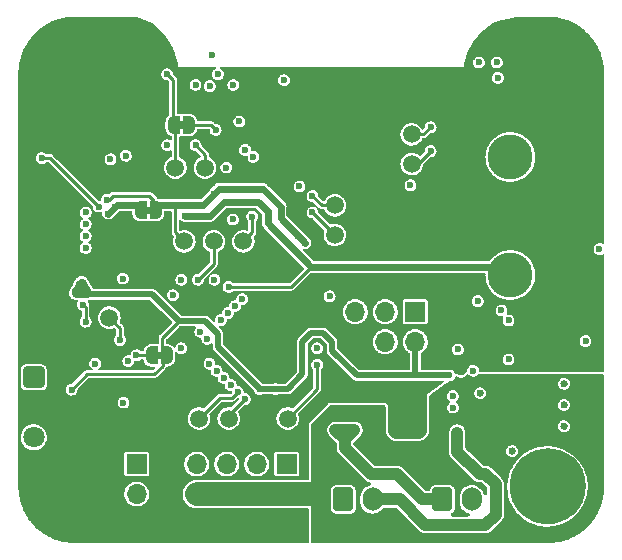
<source format=gbl>
G04 #@! TF.GenerationSoftware,KiCad,Pcbnew,(5.99.0-10089-gf88d39b4f0)*
G04 #@! TF.CreationDate,2021-04-05T01:24:07-04:00*
G04 #@! TF.ProjectId,BattlebotsController,42617474-6c65-4626-9f74-73436f6e7472,rev?*
G04 #@! TF.SameCoordinates,PXb795120PY57bcf00*
G04 #@! TF.FileFunction,Copper,L4,Bot*
G04 #@! TF.FilePolarity,Positive*
%FSLAX46Y46*%
G04 Gerber Fmt 4.6, Leading zero omitted, Abs format (unit mm)*
G04 Created by KiCad (PCBNEW (5.99.0-10089-gf88d39b4f0)) date 2021-04-05 01:24:07*
%MOMM*%
%LPD*%
G01*
G04 APERTURE LIST*
G04 Aperture macros list*
%AMRoundRect*
0 Rectangle with rounded corners*
0 $1 Rounding radius*
0 $2 $3 $4 $5 $6 $7 $8 $9 X,Y pos of 4 corners*
0 Add a 4 corners polygon primitive as box body*
4,1,4,$2,$3,$4,$5,$6,$7,$8,$9,$2,$3,0*
0 Add four circle primitives for the rounded corners*
1,1,$1+$1,$2,$3*
1,1,$1+$1,$4,$5*
1,1,$1+$1,$6,$7*
1,1,$1+$1,$8,$9*
0 Add four rect primitives between the rounded corners*
20,1,$1+$1,$2,$3,$4,$5,0*
20,1,$1+$1,$4,$5,$6,$7,0*
20,1,$1+$1,$6,$7,$8,$9,0*
20,1,$1+$1,$8,$9,$2,$3,0*%
%AMFreePoly0*
4,1,27,0.500000,-0.750000,0.000000,-0.750000,0.000000,-0.747953,-0.027911,-0.749220,-0.127723,-0.733412,-0.222318,-0.697856,-0.307831,-0.644005,-0.380769,-0.574060,-0.438153,-0.490877,-0.477639,-0.397854,-0.497614,-0.298791,-0.497444,-0.250000,-0.500000,-0.250000,-0.500000,0.250000,-0.497444,0.250000,-0.497261,0.302264,-0.476595,0.401185,-0.436461,0.493930,-0.378498,0.576710,-0.305073,0.646145,
-0.219186,0.699397,-0.124345,0.734292,-0.024425,0.749403,0.000000,0.748123,0.000000,0.750000,0.500000,0.750000,0.500000,-0.750000,0.500000,-0.750000,$1*%
%AMFreePoly1*
4,1,24,0.000000,0.748123,0.076493,0.744114,0.174286,0.718641,0.264960,0.674024,0.344810,0.612086,0.410575,0.535357,0.459568,0.446971,0.489788,0.350539,0.500000,0.250000,0.500000,-0.250000,0.499988,-0.253491,0.489074,-0.353956,0.458181,-0.450175,0.408572,-0.538216,0.342274,-0.614484,0.261993,-0.675863,0.171010,-0.719846,0.073042,-0.744636,0.000000,-0.747953,0.000000,-0.750000,
-0.500000,-0.750000,-0.500000,0.750000,0.000000,0.750000,0.000000,0.748123,0.000000,0.748123,$1*%
G04 Aperture macros list end*
G04 #@! TA.AperFunction,ComponentPad*
%ADD10R,1.700000X1.700000*%
G04 #@! TD*
G04 #@! TA.AperFunction,ComponentPad*
%ADD11O,1.700000X1.700000*%
G04 #@! TD*
G04 #@! TA.AperFunction,ComponentPad*
%ADD12C,0.800000*%
G04 #@! TD*
G04 #@! TA.AperFunction,ComponentPad*
%ADD13C,6.400000*%
G04 #@! TD*
G04 #@! TA.AperFunction,ComponentPad*
%ADD14O,1.900000X1.200000*%
G04 #@! TD*
G04 #@! TA.AperFunction,ComponentPad*
%ADD15C,1.450000*%
G04 #@! TD*
G04 #@! TA.AperFunction,ComponentPad*
%ADD16R,3.800000X3.800000*%
G04 #@! TD*
G04 #@! TA.AperFunction,ComponentPad*
%ADD17C,3.800000*%
G04 #@! TD*
G04 #@! TA.AperFunction,ComponentPad*
%ADD18C,0.600000*%
G04 #@! TD*
G04 #@! TA.AperFunction,ComponentPad*
%ADD19RoundRect,0.250000X-0.600000X-0.750000X0.600000X-0.750000X0.600000X0.750000X-0.600000X0.750000X0*%
G04 #@! TD*
G04 #@! TA.AperFunction,ComponentPad*
%ADD20O,1.700000X2.000000*%
G04 #@! TD*
G04 #@! TA.AperFunction,ComponentPad*
%ADD21RoundRect,0.250200X-0.649800X0.649800X-0.649800X-0.649800X0.649800X-0.649800X0.649800X0.649800X0*%
G04 #@! TD*
G04 #@! TA.AperFunction,ComponentPad*
%ADD22C,1.800000*%
G04 #@! TD*
G04 #@! TA.AperFunction,SMDPad,CuDef*
%ADD23C,1.500000*%
G04 #@! TD*
G04 #@! TA.AperFunction,SMDPad,CuDef*
%ADD24FreePoly0,0.000000*%
G04 #@! TD*
G04 #@! TA.AperFunction,SMDPad,CuDef*
%ADD25FreePoly1,0.000000*%
G04 #@! TD*
G04 #@! TA.AperFunction,SMDPad,CuDef*
%ADD26FreePoly0,180.000000*%
G04 #@! TD*
G04 #@! TA.AperFunction,SMDPad,CuDef*
%ADD27FreePoly1,180.000000*%
G04 #@! TD*
G04 #@! TA.AperFunction,ViaPad*
%ADD28C,0.600000*%
G04 #@! TD*
G04 #@! TA.AperFunction,Conductor*
%ADD29C,1.500000*%
G04 #@! TD*
G04 #@! TA.AperFunction,Conductor*
%ADD30C,1.000000*%
G04 #@! TD*
G04 #@! TA.AperFunction,Conductor*
%ADD31C,0.600000*%
G04 #@! TD*
G04 #@! TA.AperFunction,Conductor*
%ADD32C,0.250000*%
G04 #@! TD*
G04 #@! TA.AperFunction,Conductor*
%ADD33C,0.500000*%
G04 #@! TD*
G04 #@! TA.AperFunction,Conductor*
%ADD34C,0.800000*%
G04 #@! TD*
G04 #@! TA.AperFunction,Conductor*
%ADD35C,2.000000*%
G04 #@! TD*
G04 APERTURE END LIST*
G04 #@! TO.C,JP3*
G36*
X11450000Y28100000D02*
G01*
X10950000Y28100000D01*
X10950000Y28700000D01*
X11450000Y28700000D01*
X11450000Y28100000D01*
G37*
G04 #@! TO.C,JP1*
G36*
X12375000Y15800000D02*
G01*
X11875000Y15800000D01*
X11875000Y16400000D01*
X12375000Y16400000D01*
X12375000Y15800000D01*
G37*
G04 #@! TO.C,JP2*
G36*
X14250000Y35300000D02*
G01*
X13750000Y35300000D01*
X13750000Y35900000D01*
X14250000Y35900000D01*
X14250000Y35300000D01*
G37*
G04 #@! TD*
D10*
G04 #@! TO.P,J4,1,Pin_1*
G04 #@! TO.N,/MISO*
X33800000Y19800000D03*
D11*
G04 #@! TO.P,J4,2,Pin_2*
G04 #@! TO.N,+5VL*
X33800000Y17260000D03*
G04 #@! TO.P,J4,3,Pin_3*
G04 #@! TO.N,/SCK*
X31260000Y19800000D03*
G04 #@! TO.P,J4,4,Pin_4*
G04 #@! TO.N,/MOSI*
X31260000Y17260000D03*
G04 #@! TO.P,J4,5,Pin_5*
G04 #@! TO.N,/AVR_RST*
X28720000Y19800000D03*
G04 #@! TO.P,J4,6,Pin_6*
G04 #@! TO.N,GND*
X28720000Y17260000D03*
G04 #@! TD*
D10*
G04 #@! TO.P,J5,1,Pin_1*
G04 #@! TO.N,/SERVO3*
X22925200Y6900200D03*
D11*
G04 #@! TO.P,J5,2,Pin_2*
G04 #@! TO.N,/SERVO2*
X20385200Y6900200D03*
G04 #@! TO.P,J5,3,Pin_3*
G04 #@! TO.N,/SERVO1*
X17845200Y6900200D03*
G04 #@! TO.P,J5,4,Pin_4*
G04 #@! TO.N,/SERVO0*
X15305200Y6900200D03*
G04 #@! TD*
D10*
G04 #@! TO.P,J7,1,Pin_1*
G04 #@! TO.N,GND*
X22925200Y1820200D03*
D11*
G04 #@! TO.P,J7,2,Pin_2*
X20385200Y1820200D03*
G04 #@! TO.P,J7,3,Pin_3*
X17845200Y1820200D03*
G04 #@! TO.P,J7,4,Pin_4*
X15305200Y1820200D03*
G04 #@! TD*
D12*
G04 #@! TO.P,MH1,1,Pin_1*
G04 #@! TO.N,GND*
X45000000Y7400000D03*
X46697056Y3302944D03*
X42600000Y5000000D03*
X45000000Y2600000D03*
X43302944Y3302944D03*
X43302944Y6697056D03*
X47400000Y5000000D03*
D13*
X45000000Y5000000D03*
D12*
X46697056Y6697056D03*
G04 #@! TD*
G04 #@! TO.P,MH3,1,Pin_1*
G04 #@! TO.N,GND*
X45000000Y42400000D03*
X46697056Y38302944D03*
D13*
X45000000Y40000000D03*
D12*
X43302944Y41697056D03*
X43302944Y38302944D03*
X46697056Y41697056D03*
X47400000Y40000000D03*
X42600000Y40000000D03*
X45000000Y37600000D03*
G04 #@! TD*
D14*
G04 #@! TO.P,J3,6,Shield*
G04 #@! TO.N,GND*
X1462500Y16400000D03*
X1462500Y23400000D03*
D15*
X4162500Y22400000D03*
X4162500Y17400000D03*
G04 #@! TD*
D12*
G04 #@! TO.P,MH4,1,Pin_1*
G04 #@! TO.N,GND*
X2600000Y40000000D03*
X3302944Y38302944D03*
X5000000Y37600000D03*
D13*
X5000000Y40000000D03*
D12*
X6697056Y41697056D03*
X3302944Y41697056D03*
X5000000Y42400000D03*
X7400000Y40000000D03*
X6697056Y38302944D03*
G04 #@! TD*
D10*
G04 #@! TO.P,J6,1,Pin_1*
G04 #@! TO.N,+6V*
X22925200Y4360200D03*
D11*
G04 #@! TO.P,J6,2,Pin_2*
X20385200Y4360200D03*
G04 #@! TO.P,J6,3,Pin_3*
X17845200Y4360200D03*
G04 #@! TO.P,J6,4,Pin_4*
X15305200Y4360200D03*
G04 #@! TD*
D16*
G04 #@! TO.P,J8,1,Pin_1*
G04 #@! TO.N,GND*
X46850000Y32900000D03*
D17*
G04 #@! TO.P,J8,2,Pin_2*
G04 #@! TO.N,Net-(J8-Pad2)*
X41850000Y32900000D03*
G04 #@! TD*
D16*
G04 #@! TO.P,J9,1,Pin_1*
G04 #@! TO.N,GND*
X46850000Y22900000D03*
D17*
G04 #@! TO.P,J9,2,Pin_2*
G04 #@! TO.N,+BATT*
X41850000Y22900000D03*
G04 #@! TD*
D18*
G04 #@! TO.P,U8,15,EXP*
G04 #@! TO.N,GND*
X44100000Y16900000D03*
X43100000Y17900000D03*
X43100000Y16900000D03*
X44100000Y17900000D03*
G04 #@! TD*
D19*
G04 #@! TO.P,J2,1,Pin_1*
G04 #@! TO.N,Net-(C10-Pad2)*
X36100000Y3900000D03*
D20*
G04 #@! TO.P,J2,2,Pin_2*
G04 #@! TO.N,Net-(C11-Pad2)*
X38600000Y3900000D03*
G04 #@! TD*
D19*
G04 #@! TO.P,J1,1,Pin_1*
G04 #@! TO.N,Net-(C8-Pad2)*
X27700000Y3900000D03*
D20*
G04 #@! TO.P,J1,2,Pin_2*
G04 #@! TO.N,Net-(C9-Pad2)*
X30200000Y3900000D03*
G04 #@! TD*
D12*
G04 #@! TO.P,MH2,1,Pin_1*
G04 #@! TO.N,GND*
X3302944Y3302944D03*
X6697056Y6697056D03*
X5000000Y7400000D03*
X6697056Y3302944D03*
X3302944Y6697056D03*
X2600000Y5000000D03*
X7400000Y5000000D03*
D13*
X5000000Y5000000D03*
D12*
X5000000Y2600000D03*
G04 #@! TD*
D10*
G04 #@! TO.P,J10,1,Pin_1*
G04 #@! TO.N,+5VP*
X10225200Y6900200D03*
D11*
G04 #@! TO.P,J10,2,Pin_2*
G04 #@! TO.N,Net-(J10-Pad2)*
X10225200Y4360200D03*
G04 #@! TO.P,J10,3,Pin_3*
G04 #@! TO.N,GND*
X10225200Y1820200D03*
G04 #@! TD*
D21*
G04 #@! TO.P,U3,1,OUT*
G04 #@! TO.N,/IR*
X1500000Y14240000D03*
D22*
G04 #@! TO.P,U3,2,GND*
G04 #@! TO.N,GND*
X1500000Y11700000D03*
G04 #@! TO.P,U3,3,Vs*
G04 #@! TO.N,Net-(R10-Pad1)*
X1500000Y9160000D03*
G04 #@! TD*
D23*
G04 #@! TO.P,TP2,1,1*
G04 #@! TO.N,/USB_TX*
X16000000Y32000000D03*
G04 #@! TD*
G04 #@! TO.P,TP6,1,1*
G04 #@! TO.N,+3V3*
X14250000Y25750000D03*
G04 #@! TD*
G04 #@! TO.P,TP7,1,1*
G04 #@! TO.N,/AVR_SCL*
X26997500Y28800000D03*
G04 #@! TD*
G04 #@! TO.P,TP8,1,1*
G04 #@! TO.N,/AVR_SDA*
X26997500Y26300000D03*
G04 #@! TD*
G04 #@! TO.P,TP3,1,1*
G04 #@! TO.N,/USB_RX*
X13500000Y32000000D03*
G04 #@! TD*
G04 #@! TO.P,TP11,1,1*
G04 #@! TO.N,/ERR*
X15500000Y10750000D03*
G04 #@! TD*
D24*
G04 #@! TO.P,JP3,1,1*
G04 #@! TO.N,Net-(JP3-Pad1)*
X10550000Y28400000D03*
D25*
G04 #@! TO.P,JP3,2,2*
G04 #@! TO.N,+3V3*
X11850000Y28400000D03*
G04 #@! TD*
D23*
G04 #@! TO.P,TP1,1,1*
G04 #@! TO.N,/3V3OUT*
X7900000Y19300000D03*
G04 #@! TD*
G04 #@! TO.P,TP4,1,1*
G04 #@! TO.N,/DTR*
X19250000Y25750000D03*
G04 #@! TD*
G04 #@! TO.P,TP10,1,1*
G04 #@! TO.N,/SCL*
X33500000Y34800000D03*
G04 #@! TD*
G04 #@! TO.P,TP5,1,1*
G04 #@! TO.N,/RTS*
X16750000Y25750000D03*
G04 #@! TD*
G04 #@! TO.P,TP9,1,1*
G04 #@! TO.N,/SDA*
X33500000Y32300000D03*
G04 #@! TD*
G04 #@! TO.P,TP13,1,1*
G04 #@! TO.N,/5V_EN*
X23000000Y10750000D03*
G04 #@! TD*
D24*
G04 #@! TO.P,JP1,1,1*
G04 #@! TO.N,Net-(JP1-Pad1)*
X11475000Y16100000D03*
D25*
G04 #@! TO.P,JP1,2,2*
G04 #@! TO.N,+5VL*
X12775000Y16100000D03*
G04 #@! TD*
D26*
G04 #@! TO.P,JP2,1,1*
G04 #@! TO.N,/AVR_TX*
X14650000Y35600000D03*
D27*
G04 #@! TO.P,JP2,2,2*
G04 #@! TO.N,/USB_RX*
X13350000Y35600000D03*
G04 #@! TD*
D23*
G04 #@! TO.P,TP12,1,1*
G04 #@! TO.N,/MOTOR_EN*
X18000000Y10750000D03*
G04 #@! TD*
D28*
G04 #@! TO.N,GND*
X34040000Y9800000D03*
X32240000Y9800000D03*
X33140000Y10300000D03*
X32240000Y10850000D03*
X34040000Y10850000D03*
X33140000Y12400000D03*
X33140000Y11350000D03*
X34040000Y12950000D03*
X34040000Y11900000D03*
X32240000Y12950000D03*
X32240000Y11900000D03*
X21900000Y16325000D03*
X20200000Y16325000D03*
X21900000Y18025000D03*
X20200000Y18025000D03*
X21050000Y17175000D03*
X15400000Y36800000D03*
X42000000Y8000000D03*
X37700000Y14700000D03*
X25800000Y22400000D03*
X46400000Y13700000D03*
X5700000Y9200000D03*
X23900000Y9200000D03*
X11884619Y2467882D03*
X45100000Y17400000D03*
X21800000Y9300000D03*
X46300000Y29000000D03*
X12400000Y29900000D03*
X12900000Y41300000D03*
X12200000Y36800000D03*
X47700000Y28000000D03*
X25000000Y26700000D03*
X39300000Y12900000D03*
X17400000Y38900000D03*
X27600000Y22100000D03*
X15300000Y13600000D03*
X35400000Y15700000D03*
X38400000Y18400000D03*
X48900000Y36000000D03*
X27600000Y36400000D03*
X11900000Y5015010D03*
X44800000Y20200000D03*
X34400000Y27900000D03*
X46400000Y10100000D03*
X43300000Y36300000D03*
X40200000Y20800000D03*
X38900000Y36600000D03*
X14000000Y38900000D03*
X39544077Y42604970D03*
X41400000Y17400000D03*
X39900000Y29850000D03*
X11000000Y11700000D03*
X49000628Y38363207D03*
X8400000Y25900000D03*
X11600000Y33000000D03*
X28900000Y22100000D03*
X44100000Y34300000D03*
X42400000Y43400000D03*
X2000000Y37100000D03*
X10200000Y25800000D03*
X17800000Y22800000D03*
X11700000Y19200000D03*
X28400000Y39900000D03*
X39500000Y28050000D03*
X6100000Y32600000D03*
X11837775Y7794865D03*
X46400000Y11900000D03*
X10850000Y22750000D03*
X26700000Y33600000D03*
X46400000Y27000000D03*
X34400000Y38300000D03*
X41192024Y41811094D03*
X5800000Y11500000D03*
X33700000Y39600000D03*
X46000000Y17400000D03*
X10500000Y18900000D03*
X42300000Y17400000D03*
X1915928Y34071268D03*
G04 #@! TO.N,Net-(C10-Pad2)*
X27850000Y9775000D03*
X28650000Y9775000D03*
X27050000Y9775000D03*
G04 #@! TO.N,+BATT*
X18000000Y21900000D03*
X14300000Y27900000D03*
X15900000Y27900000D03*
X15100000Y27900000D03*
G04 #@! TO.N,+3V3*
X24500000Y25600000D03*
X16552694Y41500000D03*
X16800000Y29800000D03*
X40800000Y39600000D03*
X6700000Y15400000D03*
X7700000Y29275000D03*
X18400000Y39000000D03*
X23900000Y26200000D03*
G04 #@! TO.N,+5VL*
X5950000Y21400000D03*
X5550000Y22200000D03*
X21950000Y13250000D03*
X20650000Y13250000D03*
X26550000Y21100000D03*
X36700000Y14400000D03*
X4700000Y13200000D03*
X5050000Y21400000D03*
X20100000Y32900000D03*
G04 #@! TO.N,/MOSI*
X5900000Y27200000D03*
G04 #@! TO.N,Net-(C12-Pad1)*
X5892500Y18955000D03*
X5650000Y20395000D03*
G04 #@! TO.N,/SCK*
X5900000Y28200000D03*
G04 #@! TO.N,/SERVO1*
X18550000Y20275000D03*
G04 #@! TO.N,/SERVO2*
X17950000Y19675000D03*
G04 #@! TO.N,/SERVO3*
X17350000Y19075000D03*
G04 #@! TO.N,/5V_EN*
X25500000Y15300000D03*
X38700000Y14800000D03*
X49400000Y25100000D03*
G04 #@! TO.N,/AVR_RST*
X9300000Y33000000D03*
X37400000Y16600000D03*
X16375000Y15400000D03*
G04 #@! TO.N,/ESP_RST*
X7000000Y28700000D03*
X18350000Y27600000D03*
X22700000Y39400000D03*
X2200000Y32800000D03*
G04 #@! TO.N,/GPIO0*
X17800000Y32000000D03*
X33400000Y30500000D03*
X8000000Y32700000D03*
G04 #@! TO.N,/SDA*
X17100000Y39900000D03*
X35100000Y33400000D03*
G04 #@! TO.N,/SCL*
X35100000Y35400000D03*
X16400000Y38900000D03*
G04 #@! TO.N,Net-(D2-Pad1)*
X14000000Y16700000D03*
X9050000Y22600000D03*
G04 #@! TO.N,/ERR*
X18775000Y13000000D03*
X37000000Y12650000D03*
G04 #@! TO.N,/IR*
X18175000Y13600000D03*
G04 #@! TO.N,/3V3OUT*
X9500000Y15625000D03*
X8800000Y17400000D03*
X13300000Y21200000D03*
G04 #@! TO.N,+6V*
X48127500Y10050000D03*
X49227500Y10050000D03*
X48677500Y12750000D03*
X49227500Y13650000D03*
X49227500Y11850000D03*
X48677500Y10950000D03*
X48127500Y13650000D03*
X48127500Y11850000D03*
X27850000Y10975000D03*
X27050000Y10975000D03*
X28650000Y10975000D03*
X41900000Y11700000D03*
X42300000Y12700000D03*
X42300000Y10700000D03*
X41900000Y9700000D03*
X41900000Y13700000D03*
X37925000Y11900000D03*
X38750000Y11050000D03*
G04 #@! TO.N,/USB_RX*
X12800000Y39900000D03*
X14000000Y22500000D03*
G04 #@! TO.N,/AVR_TX*
X16900000Y35200000D03*
G04 #@! TO.N,/MISO*
X5900000Y26200000D03*
G04 #@! TO.N,/DTR*
X20000000Y27850000D03*
X39100000Y20700000D03*
G04 #@! TO.N,/GPIO14*
X24000000Y30400000D03*
X9100000Y12100000D03*
G04 #@! TO.N,/RTS*
X15400000Y22500000D03*
G04 #@! TO.N,Net-(R14-Pad1)*
X25500000Y16700000D03*
X5900000Y25200000D03*
G04 #@! TO.N,Net-(C33-Pad2)*
X41700000Y19050000D03*
X48220000Y17320000D03*
G04 #@! TO.N,/MOTOR_EN*
X19375000Y12400000D03*
X37000000Y11675000D03*
G04 #@! TO.N,/SERVO0*
X19150000Y20875000D03*
G04 #@! TO.N,Net-(C9-Pad2)*
X37350000Y9550000D03*
X37350000Y8750000D03*
X37350000Y7950000D03*
G04 #@! TO.N,/ESP_RX*
X40700000Y40900000D03*
X15200000Y39000000D03*
G04 #@! TO.N,Net-(C42-Pad1)*
X41700000Y15750000D03*
X41100000Y19900000D03*
G04 #@! TO.N,Net-(JP1-Pad1)*
X10200000Y16100000D03*
G04 #@! TO.N,/ESP_TX*
X12800000Y33900000D03*
X39200000Y40900000D03*
G04 #@! TO.N,/USB_TX*
X15200000Y33900000D03*
X16800000Y22500000D03*
G04 #@! TO.N,Net-(U5-Pad30)*
X16975000Y14800000D03*
X19400000Y33500000D03*
G04 #@! TO.N,Net-(U5-Pad31)*
X17575000Y14200000D03*
X18900000Y35900000D03*
G04 #@! TO.N,/AVR_SCL*
X15600000Y18100000D03*
X25100000Y29600000D03*
G04 #@! TO.N,/AVR_SDA*
X16200000Y17500000D03*
X25100000Y28200000D03*
G04 #@! TO.N,Net-(JP3-Pad1)*
X7800000Y28100000D03*
X8400000Y28700000D03*
X9200000Y28850000D03*
G04 #@! TD*
D29*
G04 #@! TO.N,GND*
X32240000Y9800000D02*
X32240000Y12950000D01*
X32240000Y9800000D02*
X34040000Y9800000D01*
X34040000Y9800000D02*
X34040000Y12950000D01*
D30*
G04 #@! TO.N,Net-(C10-Pad2)*
X27850000Y8950000D02*
X27850000Y9775000D01*
X27850000Y8250000D02*
X27850000Y8950000D01*
X36100000Y3900000D02*
X34400000Y3900000D01*
X34400000Y3900000D02*
X32250000Y6050000D01*
X27850000Y8975000D02*
X27850000Y8950000D01*
X28650000Y9775000D02*
X27850000Y8975000D01*
X27050000Y9775000D02*
X27850000Y8975000D01*
X32250000Y6050000D02*
X30050000Y6050000D01*
X27050000Y9775000D02*
X28650000Y9775000D01*
X30050000Y6050000D02*
X27850000Y8250000D01*
D31*
G04 #@! TO.N,+BATT*
X21300000Y28300000D02*
X21300000Y27300000D01*
X25600000Y23600000D02*
X25000000Y23600000D01*
D32*
X18000000Y21900000D02*
X23300000Y21900000D01*
D31*
X30100000Y23600000D02*
X41150000Y23600000D01*
X15450000Y27900000D02*
X16400000Y27900000D01*
X20500000Y29100000D02*
X21300000Y28300000D01*
D32*
X23300000Y21900000D02*
X25000000Y23600000D01*
D31*
X21300000Y27300000D02*
X25000000Y23600000D01*
X16400000Y27900000D02*
X17600000Y29100000D01*
X41150000Y23600000D02*
X41850000Y22900000D01*
X30100000Y23600000D02*
X25600000Y23600000D01*
X17600000Y29100000D02*
X20500000Y29100000D01*
X15900000Y27900000D02*
X14300000Y27900000D01*
G04 #@! TO.N,+3V3*
X17200000Y30200000D02*
X15850000Y28850000D01*
X22400000Y27700000D02*
X22400000Y28700000D01*
X22400000Y28700000D02*
X20900000Y30200000D01*
D32*
X7875000Y29275000D02*
X8200000Y29600000D01*
D31*
X17200000Y30200000D02*
X17100000Y30100000D01*
D32*
X7700000Y29275000D02*
X7875000Y29275000D01*
X11708000Y29192000D02*
X11708000Y28831252D01*
D31*
X20900000Y30200000D02*
X17200000Y30200000D01*
X24500000Y25600000D02*
X22400000Y27700000D01*
D32*
X14250000Y25750000D02*
X13500000Y26500000D01*
D31*
X13650000Y28850000D02*
X11700000Y28850000D01*
X15850000Y28850000D02*
X13650000Y28850000D01*
D32*
X13500000Y26500000D02*
X13500000Y28700000D01*
X13500000Y28700000D02*
X13650000Y28850000D01*
X11300000Y29600000D02*
X11708000Y29192000D01*
X8200000Y29600000D02*
X11300000Y29600000D01*
D31*
X15850000Y28850000D02*
X16200000Y29200000D01*
D33*
G04 #@! TO.N,+5VL*
X26750000Y17250000D02*
X26000000Y18000000D01*
X16000000Y19000000D02*
X17100000Y17900000D01*
X30940000Y14400000D02*
X28850000Y14400000D01*
D32*
X4700000Y13200000D02*
X6000000Y14500000D01*
D33*
X17100000Y16800000D02*
X20650000Y13250000D01*
X30940000Y14400000D02*
X33800000Y14400000D01*
D32*
X7400000Y14500000D02*
X7600000Y14500000D01*
X13800000Y19000000D02*
X12600000Y17800000D01*
X12400000Y16800000D02*
X12400000Y16700000D01*
X7600000Y14500000D02*
X11700000Y14500000D01*
D34*
X5550000Y21850000D02*
X5550000Y22200000D01*
X6000000Y21400000D02*
X5100000Y21400000D01*
D32*
X12400000Y17600000D02*
X12400000Y16800000D01*
D33*
X12600000Y20200000D02*
X13800000Y19000000D01*
D32*
X12400000Y16800000D02*
X12400000Y16439252D01*
X6000000Y14500000D02*
X7600000Y14500000D01*
D33*
X11550000Y21250000D02*
X12600000Y20200000D01*
D32*
X12600000Y17800000D02*
X12400000Y17600000D01*
D33*
X25000000Y18000000D02*
X24250000Y17250000D01*
X13800000Y19000000D02*
X16000000Y19000000D01*
X26000000Y18000000D02*
X25000000Y18000000D01*
X24250000Y17250000D02*
X24250000Y14500000D01*
X33800000Y14400000D02*
X36700000Y14400000D01*
X28850000Y14400000D02*
X26750000Y16500000D01*
X23000000Y13250000D02*
X20650000Y13250000D01*
D32*
X11700000Y14500000D02*
X12408000Y15208000D01*
D33*
X24250000Y14500000D02*
X23000000Y13250000D01*
X17100000Y17900000D02*
X17100000Y16800000D01*
X26750000Y16500000D02*
X26750000Y17250000D01*
D32*
X12408000Y15208000D02*
X12408000Y15768748D01*
D33*
X33800000Y17260000D02*
X33800000Y14400000D01*
X6000000Y21250000D02*
X11550000Y21250000D01*
D32*
G04 #@! TO.N,Net-(C12-Pad1)*
X5892500Y20155000D02*
X5652500Y20395000D01*
X5892500Y18955000D02*
X5892500Y20155000D01*
X5652500Y20395000D02*
X5650000Y20395000D01*
G04 #@! TO.N,/5V_EN*
X23000000Y10750000D02*
X25500000Y13250000D01*
X25500000Y13250000D02*
X25500000Y15300000D01*
G04 #@! TO.N,/ESP_RST*
X7000000Y28700000D02*
X2900000Y32800000D01*
X2900000Y32800000D02*
X2200000Y32800000D01*
G04 #@! TO.N,/SDA*
X34000000Y32300000D02*
X35100000Y33400000D01*
X33500000Y32300000D02*
X34000000Y32300000D01*
G04 #@! TO.N,/SCL*
X34500000Y34800000D02*
X35100000Y35400000D01*
X33500000Y34800000D02*
X34500000Y34800000D01*
G04 #@! TO.N,/ERR*
X17250000Y12500000D02*
X18275000Y12500000D01*
X18275000Y12500000D02*
X18775000Y13000000D01*
X15500000Y10750000D02*
X17250000Y12500000D01*
G04 #@! TO.N,/3V3OUT*
X8800000Y17400000D02*
X8800000Y18400000D01*
X8800000Y18400000D02*
X7900000Y19300000D01*
D35*
G04 #@! TO.N,+6V*
X15305200Y4360200D02*
X25439800Y4360200D01*
D32*
G04 #@! TO.N,/USB_RX*
X13500000Y33900000D02*
X13500000Y35400000D01*
X12800000Y39900000D02*
X13300000Y39400000D01*
X13500000Y33900000D02*
X13500000Y34200000D01*
X13300000Y39400000D02*
X13300000Y36200000D01*
X13500000Y32000000D02*
X13500000Y33900000D01*
G04 #@! TO.N,/AVR_TX*
X16900000Y35200000D02*
X16500000Y35600000D01*
X16500000Y35600000D02*
X14600000Y35600000D01*
G04 #@! TO.N,/DTR*
X20000000Y27850000D02*
X20000000Y26500000D01*
X20000000Y26500000D02*
X19250000Y25750000D01*
G04 #@! TO.N,/RTS*
X16750000Y23850000D02*
X16750000Y25750000D01*
X15400000Y22500000D02*
X16750000Y23850000D01*
G04 #@! TO.N,/MOTOR_EN*
X18000000Y11025000D02*
X19375000Y12400000D01*
X18000000Y10750000D02*
X18000000Y11025000D01*
D30*
G04 #@! TO.N,Net-(C9-Pad2)*
X39750000Y6050000D02*
X39250000Y6050000D01*
X39250000Y6050000D02*
X37350000Y7950000D01*
X39750000Y1750000D02*
X40600000Y2600000D01*
X40600000Y5200000D02*
X39750000Y6050000D01*
X40600000Y2600000D02*
X40600000Y5200000D01*
X34650000Y1750000D02*
X39750000Y1750000D01*
X30200000Y3900000D02*
X32500000Y3900000D01*
X32500000Y3900000D02*
X34650000Y1750000D01*
X37350000Y9550000D02*
X37350000Y7950000D01*
D32*
G04 #@! TO.N,Net-(JP1-Pad1)*
X10200000Y16100000D02*
X11100000Y16100000D01*
G04 #@! TO.N,/USB_TX*
X16000000Y32000000D02*
X16000000Y33100000D01*
X16000000Y33100000D02*
X15200000Y33900000D01*
G04 #@! TO.N,/AVR_SCL*
X25900000Y28800000D02*
X25100000Y29600000D01*
X26997500Y28800000D02*
X25900000Y28800000D01*
G04 #@! TO.N,/AVR_SDA*
X25100000Y28200000D02*
X25100000Y28197500D01*
X25100000Y28197500D02*
X26997500Y26300000D01*
D31*
G04 #@! TO.N,Net-(JP3-Pad1)*
X8550000Y28850000D02*
X7800000Y28100000D01*
X9200000Y28850000D02*
X8550000Y28850000D01*
X8550000Y28850000D02*
X10500000Y28850000D01*
G04 #@! TD*
G04 #@! TA.AperFunction,Conductor*
G04 #@! TO.N,GND*
G36*
X10261391Y44746203D02*
G01*
X10695011Y44601663D01*
X10704704Y44597648D01*
X11492992Y44203504D01*
X11506125Y44195100D01*
X11996795Y43802564D01*
X12002894Y43797106D01*
X12596282Y43203718D01*
X12603156Y43195792D01*
X12897236Y42803685D01*
X12902286Y42795999D01*
X13297451Y42104460D01*
X13301908Y42095229D01*
X13390508Y41873730D01*
X13477005Y41657489D01*
X13498133Y41604668D01*
X13501216Y41595136D01*
X13584648Y41261409D01*
X13599575Y41201700D01*
X13600347Y41198265D01*
X13696690Y40716553D01*
X13699469Y40702657D01*
X13700334Y40697329D01*
X13725000Y40500000D01*
X16866066Y40500000D01*
X16903066Y40490086D01*
X16930152Y40463000D01*
X16940066Y40426000D01*
X16930152Y40389000D01*
X16903066Y40361914D01*
X16891617Y40356552D01*
X16879499Y40352093D01*
X16876308Y40350115D01*
X16876309Y40350115D01*
X16834630Y40324273D01*
X16793097Y40298522D01*
X16790377Y40295949D01*
X16790376Y40295949D01*
X16753851Y40261409D01*
X16719231Y40228671D01*
X16660920Y40145393D01*
X16659431Y40141951D01*
X16628207Y40069797D01*
X16620545Y40052092D01*
X16619780Y40048430D01*
X16619779Y40048427D01*
X16614733Y40024273D01*
X16599755Y39952578D01*
X16599742Y39948835D01*
X16599473Y39871453D01*
X16599401Y39850916D01*
X16600143Y39847237D01*
X16616411Y39766556D01*
X16619495Y39751259D01*
X16659218Y39657678D01*
X16716946Y39573996D01*
X16719649Y39571404D01*
X16784853Y39508876D01*
X16790322Y39503631D01*
X16793489Y39501637D01*
X16793491Y39501635D01*
X16865571Y39456244D01*
X16876349Y39449457D01*
X16879857Y39448138D01*
X16879860Y39448137D01*
X16937244Y39426568D01*
X16971511Y39413688D01*
X17071922Y39397784D01*
X17075667Y39397954D01*
X17075669Y39397954D01*
X17169737Y39402226D01*
X17173480Y39402396D01*
X17177110Y39403315D01*
X17177113Y39403315D01*
X17268402Y39426415D01*
X17268406Y39426416D01*
X17272036Y39427335D01*
X17363565Y39471581D01*
X17366546Y39473860D01*
X17441347Y39531050D01*
X17441350Y39531053D01*
X17444327Y39533329D01*
X17446789Y39536161D01*
X17508565Y39607226D01*
X17508566Y39607227D01*
X17511024Y39610055D01*
X17532875Y39648835D01*
X17559091Y39695360D01*
X17559092Y39695361D01*
X17560930Y39698624D01*
X17592008Y39795420D01*
X17602988Y39896488D01*
X17603000Y39900000D01*
X17602757Y39902399D01*
X17593105Y39997411D01*
X17592726Y40001142D01*
X17577379Y40050115D01*
X17563446Y40094577D01*
X17563445Y40094580D01*
X17562325Y40098153D01*
X17513038Y40187069D01*
X17446879Y40264258D01*
X17366549Y40326568D01*
X17299414Y40359603D01*
X17270593Y40384834D01*
X17258249Y40421096D01*
X17265689Y40458672D01*
X17290920Y40487493D01*
X17327182Y40499837D01*
X17332086Y40500000D01*
X37900000Y40500000D01*
X37901934Y40509666D01*
X37970183Y40850916D01*
X38699401Y40850916D01*
X38719495Y40751259D01*
X38759218Y40657678D01*
X38816946Y40573996D01*
X38890322Y40503631D01*
X38893489Y40501637D01*
X38893491Y40501635D01*
X38954843Y40463000D01*
X38976349Y40449457D01*
X38979857Y40448138D01*
X38979860Y40448137D01*
X39037651Y40426415D01*
X39071511Y40413688D01*
X39171922Y40397784D01*
X39175667Y40397954D01*
X39175669Y40397954D01*
X39269737Y40402226D01*
X39273480Y40402396D01*
X39277110Y40403315D01*
X39277113Y40403315D01*
X39368402Y40426415D01*
X39368406Y40426416D01*
X39372036Y40427335D01*
X39463565Y40471581D01*
X39485040Y40488000D01*
X39541347Y40531050D01*
X39541350Y40531053D01*
X39544327Y40533329D01*
X39577425Y40571404D01*
X39608565Y40607226D01*
X39608566Y40607227D01*
X39611024Y40610055D01*
X39660930Y40698624D01*
X39665950Y40714257D01*
X39690862Y40791851D01*
X39692008Y40795420D01*
X39698037Y40850916D01*
X40199401Y40850916D01*
X40219495Y40751259D01*
X40259218Y40657678D01*
X40316946Y40573996D01*
X40390322Y40503631D01*
X40393489Y40501637D01*
X40393491Y40501635D01*
X40454843Y40463000D01*
X40476349Y40449457D01*
X40479857Y40448138D01*
X40479860Y40448137D01*
X40537651Y40426415D01*
X40571511Y40413688D01*
X40671922Y40397784D01*
X40675667Y40397954D01*
X40675669Y40397954D01*
X40769737Y40402226D01*
X40773480Y40402396D01*
X40777110Y40403315D01*
X40777113Y40403315D01*
X40868402Y40426415D01*
X40868406Y40426416D01*
X40872036Y40427335D01*
X40963565Y40471581D01*
X40985040Y40488000D01*
X41041347Y40531050D01*
X41041350Y40531053D01*
X41044327Y40533329D01*
X41077425Y40571404D01*
X41108565Y40607226D01*
X41108566Y40607227D01*
X41111024Y40610055D01*
X41160930Y40698624D01*
X41165950Y40714257D01*
X41190862Y40791851D01*
X41192008Y40795420D01*
X41202988Y40896488D01*
X41203000Y40900000D01*
X41192726Y41001142D01*
X41177908Y41048427D01*
X41163446Y41094577D01*
X41163445Y41094580D01*
X41162325Y41098153D01*
X41113038Y41187069D01*
X41046879Y41264258D01*
X40966549Y41326568D01*
X40912042Y41353389D01*
X40878698Y41369797D01*
X40878695Y41369798D01*
X40875332Y41371453D01*
X40776952Y41397079D01*
X40773212Y41397275D01*
X40679174Y41402203D01*
X40679172Y41402203D01*
X40675429Y41402399D01*
X40671720Y41401838D01*
X40671719Y41401838D01*
X40659566Y41400000D01*
X40574909Y41387197D01*
X40479499Y41352093D01*
X40476308Y41350115D01*
X40476309Y41350115D01*
X40400655Y41303208D01*
X40393097Y41298522D01*
X40390377Y41295949D01*
X40390376Y41295949D01*
X40353851Y41261409D01*
X40319231Y41228671D01*
X40260920Y41145393D01*
X40259431Y41141951D01*
X40232669Y41080108D01*
X40220545Y41052092D01*
X40219780Y41048430D01*
X40219779Y41048427D01*
X40212375Y41012984D01*
X40199755Y40952578D01*
X40199401Y40850916D01*
X39698037Y40850916D01*
X39702988Y40896488D01*
X39703000Y40900000D01*
X39692726Y41001142D01*
X39677908Y41048427D01*
X39663446Y41094577D01*
X39663445Y41094580D01*
X39662325Y41098153D01*
X39613038Y41187069D01*
X39546879Y41264258D01*
X39466549Y41326568D01*
X39412042Y41353389D01*
X39378698Y41369797D01*
X39378695Y41369798D01*
X39375332Y41371453D01*
X39276952Y41397079D01*
X39273212Y41397275D01*
X39179174Y41402203D01*
X39179172Y41402203D01*
X39175429Y41402399D01*
X39171720Y41401838D01*
X39171719Y41401838D01*
X39159566Y41400000D01*
X39074909Y41387197D01*
X38979499Y41352093D01*
X38976308Y41350115D01*
X38976309Y41350115D01*
X38900655Y41303208D01*
X38893097Y41298522D01*
X38890377Y41295949D01*
X38890376Y41295949D01*
X38853851Y41261409D01*
X38819231Y41228671D01*
X38760920Y41145393D01*
X38759431Y41141951D01*
X38732669Y41080108D01*
X38720545Y41052092D01*
X38719780Y41048430D01*
X38719779Y41048427D01*
X38712375Y41012984D01*
X38699755Y40952578D01*
X38699401Y40850916D01*
X37970183Y40850916D01*
X37999653Y40998265D01*
X38000425Y41001700D01*
X38098784Y41395136D01*
X38101867Y41404668D01*
X38120736Y41451839D01*
X38298854Y41897135D01*
X38301373Y41902746D01*
X38498733Y42297466D01*
X38501467Y42302445D01*
X38603061Y42471769D01*
X38797443Y42795738D01*
X38803110Y42803888D01*
X38889142Y42911427D01*
X39077507Y43146884D01*
X39195330Y43294162D01*
X39205740Y43304783D01*
X39647875Y43673229D01*
X39796964Y43797470D01*
X39803282Y43802188D01*
X40394352Y44196235D01*
X40406240Y44202674D01*
X41031820Y44470780D01*
X41093649Y44497278D01*
X41106746Y44501499D01*
X41998071Y44699571D01*
X42001958Y44700326D01*
X42293958Y44748993D01*
X42306124Y44750000D01*
X45663458Y44750000D01*
X45672719Y44749418D01*
X45714319Y44744162D01*
X45716547Y44743845D01*
X45784487Y44733084D01*
X45786753Y44732688D01*
X46010728Y44689963D01*
X46012978Y44689497D01*
X46080128Y44674488D01*
X46082348Y44673955D01*
X46303224Y44617243D01*
X46305434Y44616638D01*
X46371526Y44597437D01*
X46373701Y44596768D01*
X46583018Y44528756D01*
X46590543Y44526311D01*
X46592743Y44525558D01*
X46657502Y44502243D01*
X46659648Y44501432D01*
X46737068Y44470779D01*
X46871582Y44417521D01*
X46873722Y44416635D01*
X46936893Y44389299D01*
X46939009Y44388343D01*
X47056230Y44333184D01*
X47137807Y44294797D01*
X47145321Y44291261D01*
X47147350Y44290267D01*
X47208639Y44259039D01*
X47210693Y44257952D01*
X47410516Y44148099D01*
X47412533Y44146948D01*
X47419763Y44142672D01*
X47471769Y44111916D01*
X47473751Y44110701D01*
X47666233Y43988548D01*
X47668174Y43987274D01*
X47725072Y43948606D01*
X47726929Y43947300D01*
X47911406Y43813270D01*
X47911427Y43813255D01*
X47913286Y43811859D01*
X47967597Y43769731D01*
X47969411Y43768278D01*
X48145116Y43622922D01*
X48146884Y43621412D01*
X48198439Y43575960D01*
X48200158Y43574396D01*
X48366394Y43418291D01*
X48368064Y43416673D01*
X48416659Y43368078D01*
X48418276Y43366410D01*
X48573098Y43201542D01*
X48574401Y43200154D01*
X48575965Y43198434D01*
X48621400Y43146898D01*
X48622910Y43145130D01*
X48768277Y42969412D01*
X48769730Y42967598D01*
X48811874Y42913267D01*
X48813256Y42911427D01*
X48947273Y42726968D01*
X48948599Y42725082D01*
X48987272Y42668176D01*
X48987294Y42668144D01*
X48988549Y42666233D01*
X49110711Y42473736D01*
X49111916Y42471769D01*
X49146939Y42412547D01*
X49148091Y42410529D01*
X49257946Y42210704D01*
X49259033Y42208650D01*
X49290237Y42147410D01*
X49291251Y42145342D01*
X49332269Y42058174D01*
X49388342Y41939012D01*
X49389299Y41936893D01*
X49416623Y41873751D01*
X49417506Y41871617D01*
X49501443Y41659618D01*
X49502229Y41657540D01*
X49521265Y41604668D01*
X49525555Y41592751D01*
X49526307Y41590553D01*
X49562484Y41479215D01*
X49592383Y41387197D01*
X49596760Y41373725D01*
X49597442Y41371509D01*
X49603658Y41350115D01*
X49616634Y41305450D01*
X49617243Y41303224D01*
X49647908Y41183792D01*
X49673949Y41082369D01*
X49674492Y41080108D01*
X49689495Y41012988D01*
X49689966Y41010712D01*
X49732682Y40786786D01*
X49733082Y40784497D01*
X49743843Y40716559D01*
X49744170Y40714257D01*
X49772753Y40488000D01*
X49773007Y40485711D01*
X49779477Y40417273D01*
X49779477Y40417268D01*
X49779655Y40415007D01*
X49785364Y40324273D01*
X49793977Y40187374D01*
X49794086Y40185052D01*
X49796679Y40102540D01*
X49796712Y40100896D01*
X49797232Y40033790D01*
X49797604Y39985785D01*
X49797628Y39982645D01*
X49798106Y39979773D01*
X49798997Y39974415D01*
X49800000Y39962272D01*
X49800000Y25574106D01*
X49790086Y25537106D01*
X49763000Y25510020D01*
X49726000Y25500106D01*
X49689000Y25510020D01*
X49680645Y25515635D01*
X49669514Y25524269D01*
X49669508Y25524273D01*
X49666549Y25526568D01*
X49589875Y25564297D01*
X49578698Y25569797D01*
X49578695Y25569798D01*
X49575332Y25571453D01*
X49476952Y25597079D01*
X49473212Y25597275D01*
X49379174Y25602203D01*
X49379172Y25602203D01*
X49375429Y25602399D01*
X49371720Y25601838D01*
X49371719Y25601838D01*
X49359566Y25600000D01*
X49274909Y25587197D01*
X49271384Y25585900D01*
X49198397Y25559046D01*
X49179499Y25552093D01*
X49176308Y25550115D01*
X49176309Y25550115D01*
X49111642Y25510020D01*
X49093097Y25498522D01*
X49090377Y25495949D01*
X49090376Y25495949D01*
X49056339Y25463762D01*
X49019231Y25428671D01*
X48960920Y25345393D01*
X48959431Y25341951D01*
X48922342Y25256244D01*
X48920545Y25252092D01*
X48919780Y25248430D01*
X48919779Y25248427D01*
X48913103Y25216471D01*
X48899755Y25152578D01*
X48899401Y25050916D01*
X48900143Y25047237D01*
X48910985Y24993467D01*
X48919495Y24951259D01*
X48937454Y24908950D01*
X48953907Y24870191D01*
X48959218Y24857678D01*
X49016946Y24773996D01*
X49090322Y24703631D01*
X49093489Y24701637D01*
X49093491Y24701635D01*
X49173176Y24651455D01*
X49176349Y24649457D01*
X49179857Y24648138D01*
X49179860Y24648137D01*
X49237651Y24626415D01*
X49271511Y24613688D01*
X49371922Y24597784D01*
X49375667Y24597954D01*
X49375669Y24597954D01*
X49469737Y24602226D01*
X49473480Y24602396D01*
X49477110Y24603315D01*
X49477113Y24603315D01*
X49568402Y24626415D01*
X49568406Y24626416D01*
X49572036Y24627335D01*
X49663565Y24671581D01*
X49681057Y24684954D01*
X49716467Y24699550D01*
X49754436Y24694485D01*
X49784786Y24671114D01*
X49799383Y24635700D01*
X49800000Y24626167D01*
X49800000Y14764726D01*
X49790086Y14727726D01*
X49763000Y14700640D01*
X49726000Y14690726D01*
X49712403Y14691986D01*
X49692807Y14695649D01*
X49687751Y14696594D01*
X49686049Y14696752D01*
X49686040Y14696753D01*
X49652709Y14699842D01*
X49652701Y14699842D01*
X49651000Y14700000D01*
X46386947Y14700000D01*
X46384382Y14699915D01*
X46379837Y14699945D01*
X46379239Y14700000D01*
X39274980Y14700000D01*
X39237980Y14709914D01*
X39210894Y14737000D01*
X39200980Y14774000D01*
X39201413Y14781993D01*
X39202780Y14794571D01*
X39202780Y14794576D01*
X39202988Y14796488D01*
X39203000Y14800000D01*
X39202036Y14809495D01*
X39193105Y14897411D01*
X39192726Y14901142D01*
X39182639Y14933329D01*
X39163446Y14994577D01*
X39163445Y14994580D01*
X39162325Y14998153D01*
X39159289Y15003631D01*
X39146860Y15026052D01*
X39113038Y15087069D01*
X39109018Y15091760D01*
X39049321Y15161409D01*
X39049320Y15161410D01*
X39046879Y15164258D01*
X38966549Y15226568D01*
X38902003Y15258329D01*
X38878698Y15269797D01*
X38878695Y15269798D01*
X38875332Y15271453D01*
X38776952Y15297079D01*
X38773212Y15297275D01*
X38679174Y15302203D01*
X38679172Y15302203D01*
X38675429Y15302399D01*
X38671720Y15301838D01*
X38671719Y15301838D01*
X38669187Y15301455D01*
X38574909Y15287197D01*
X38571384Y15285900D01*
X38490254Y15256050D01*
X38479499Y15252093D01*
X38472590Y15247809D01*
X38416382Y15212959D01*
X38393097Y15198522D01*
X38390377Y15195949D01*
X38390376Y15195949D01*
X38338330Y15146732D01*
X38319231Y15128671D01*
X38260920Y15045393D01*
X38245628Y15010055D01*
X38223392Y14958670D01*
X38220545Y14952092D01*
X38219780Y14948430D01*
X38219779Y14948427D01*
X38207959Y14891846D01*
X38199755Y14852578D01*
X38199401Y14750916D01*
X38199509Y14750379D01*
X38193456Y14713819D01*
X38169142Y14684219D01*
X38151171Y14674779D01*
X38101808Y14656976D01*
X38101805Y14656975D01*
X38099072Y14655989D01*
X38096532Y14654591D01*
X38096528Y14654589D01*
X38084212Y14647809D01*
X38051103Y14629583D01*
X38050715Y14629355D01*
X38045969Y14626568D01*
X38041546Y14623971D01*
X37994326Y14582913D01*
X37967100Y14550458D01*
X37966643Y14550842D01*
X37963182Y14545827D01*
X37955645Y14538076D01*
X37951293Y14531906D01*
X37951261Y14531929D01*
X37946173Y14525266D01*
X37936223Y14513820D01*
X37930624Y14507379D01*
X37911640Y14485541D01*
X37900745Y14475310D01*
X37876809Y14457009D01*
X37876808Y14457008D01*
X37876806Y14457007D01*
X37876807Y14457007D01*
X37864202Y14447370D01*
X37851464Y14439534D01*
X37810049Y14419513D01*
X37795996Y14414397D01*
X37751397Y14403111D01*
X37736604Y14400927D01*
X37714771Y14399936D01*
X37696429Y14399103D01*
X37696427Y14399103D01*
X37690653Y14398841D01*
X37675724Y14399676D01*
X37630286Y14406872D01*
X37615827Y14410692D01*
X37572766Y14426878D01*
X37559371Y14433528D01*
X37499364Y14471316D01*
X37499365Y14471316D01*
X37496898Y14472869D01*
X37494225Y14474014D01*
X37494219Y14474017D01*
X37474103Y14482632D01*
X37468069Y14486206D01*
X37468450Y14487101D01*
X37421416Y14507156D01*
X37421007Y14507317D01*
X37420983Y14507327D01*
X37414283Y14509967D01*
X37414278Y14509969D01*
X37411104Y14511219D01*
X37393225Y14514668D01*
X37352510Y14522521D01*
X37352506Y14522521D01*
X37349662Y14523070D01*
X37345471Y14523210D01*
X37295426Y14524886D01*
X37295395Y14524887D01*
X37294935Y14524902D01*
X37294446Y14524905D01*
X37294437Y14524905D01*
X37292262Y14524917D01*
X37283847Y14524966D01*
X37280489Y14524358D01*
X37280487Y14524358D01*
X37259452Y14520550D01*
X37255552Y14519844D01*
X37254817Y14519711D01*
X37216643Y14522876D01*
X37185166Y14544704D01*
X37171022Y14570400D01*
X37163447Y14594575D01*
X37163444Y14594581D01*
X37162325Y14598153D01*
X37113038Y14687069D01*
X37105881Y14695420D01*
X37049321Y14761409D01*
X37049320Y14761410D01*
X37046879Y14764258D01*
X36966549Y14826568D01*
X36914676Y14852093D01*
X36878698Y14869797D01*
X36878695Y14869798D01*
X36875332Y14871453D01*
X36776952Y14897079D01*
X36773212Y14897275D01*
X36679174Y14902203D01*
X36679172Y14902203D01*
X36675429Y14902399D01*
X36671720Y14901838D01*
X36671719Y14901838D01*
X36667117Y14901142D01*
X36574909Y14887197D01*
X36487536Y14855050D01*
X36461989Y14850500D01*
X34324500Y14850500D01*
X34287500Y14860414D01*
X34260414Y14887500D01*
X34250500Y14924500D01*
X34250500Y15700916D01*
X41199401Y15700916D01*
X41219495Y15601259D01*
X41259218Y15507678D01*
X41316946Y15423996D01*
X41390322Y15353631D01*
X41393489Y15351637D01*
X41393491Y15351635D01*
X41472501Y15301880D01*
X41476349Y15299457D01*
X41479857Y15298138D01*
X41479860Y15298137D01*
X41554429Y15270109D01*
X41571511Y15263688D01*
X41671922Y15247784D01*
X41675667Y15247954D01*
X41675669Y15247954D01*
X41769737Y15252226D01*
X41773480Y15252396D01*
X41777110Y15253315D01*
X41777113Y15253315D01*
X41868402Y15276415D01*
X41868406Y15276416D01*
X41872036Y15277335D01*
X41963565Y15321581D01*
X41981188Y15335055D01*
X42041347Y15381050D01*
X42041350Y15381053D01*
X42044327Y15383329D01*
X42056568Y15397411D01*
X42108565Y15457226D01*
X42108566Y15457227D01*
X42111024Y15460055D01*
X42149394Y15528151D01*
X42159091Y15545360D01*
X42159092Y15545361D01*
X42160930Y15548624D01*
X42163147Y15555527D01*
X42185906Y15626415D01*
X42192008Y15645420D01*
X42202988Y15746488D01*
X42203000Y15750000D01*
X42202788Y15752093D01*
X42193105Y15847411D01*
X42192726Y15851142D01*
X42186065Y15872399D01*
X42163446Y15944577D01*
X42163445Y15944580D01*
X42162325Y15948153D01*
X42113038Y16037069D01*
X42077623Y16078389D01*
X42049321Y16111409D01*
X42049320Y16111410D01*
X42046879Y16114258D01*
X41966549Y16176568D01*
X41904080Y16207307D01*
X41878698Y16219797D01*
X41878695Y16219798D01*
X41875332Y16221453D01*
X41776952Y16247079D01*
X41773212Y16247275D01*
X41679174Y16252203D01*
X41679172Y16252203D01*
X41675429Y16252399D01*
X41671720Y16251838D01*
X41671719Y16251838D01*
X41669187Y16251455D01*
X41574909Y16237197D01*
X41571384Y16235900D01*
X41496758Y16208443D01*
X41479499Y16202093D01*
X41462282Y16191418D01*
X41399639Y16152578D01*
X41393097Y16148522D01*
X41390377Y16145949D01*
X41390376Y16145949D01*
X41344320Y16102396D01*
X41319231Y16078671D01*
X41260920Y15995393D01*
X41220545Y15902092D01*
X41219780Y15898430D01*
X41219779Y15898427D01*
X41210648Y15854719D01*
X41199755Y15802578D01*
X41199401Y15700916D01*
X34250500Y15700916D01*
X34250500Y16264007D01*
X34260414Y16301007D01*
X34287162Y16327896D01*
X34391874Y16389084D01*
X34415012Y16407226D01*
X34502608Y16475910D01*
X34504595Y16477468D01*
X34569101Y16544034D01*
X34575770Y16550916D01*
X36899401Y16550916D01*
X36903977Y16528221D01*
X36917515Y16461081D01*
X36919495Y16451259D01*
X36937146Y16409677D01*
X36953392Y16371404D01*
X36959218Y16357678D01*
X37016946Y16273996D01*
X37028448Y16262966D01*
X37083000Y16210653D01*
X37090322Y16203631D01*
X37093489Y16201637D01*
X37093491Y16201635D01*
X37173176Y16151455D01*
X37176349Y16149457D01*
X37179857Y16148138D01*
X37179860Y16148137D01*
X37235555Y16127203D01*
X37271511Y16113688D01*
X37371922Y16097784D01*
X37375667Y16097954D01*
X37375669Y16097954D01*
X37469737Y16102226D01*
X37473480Y16102396D01*
X37477110Y16103315D01*
X37477113Y16103315D01*
X37568402Y16126415D01*
X37568406Y16126416D01*
X37572036Y16127335D01*
X37663565Y16171581D01*
X37685835Y16188608D01*
X37741347Y16231050D01*
X37741350Y16231053D01*
X37744327Y16233329D01*
X37747599Y16237093D01*
X37808565Y16307226D01*
X37808566Y16307227D01*
X37811024Y16310055D01*
X37847053Y16373996D01*
X37859091Y16395360D01*
X37859092Y16395361D01*
X37860930Y16398624D01*
X37863544Y16406763D01*
X37890862Y16491851D01*
X37892008Y16495420D01*
X37902988Y16596488D01*
X37903000Y16600000D01*
X37902757Y16602399D01*
X37893105Y16697411D01*
X37892726Y16701142D01*
X37877780Y16748835D01*
X37863446Y16794577D01*
X37863445Y16794580D01*
X37862325Y16798153D01*
X37813038Y16887069D01*
X37807218Y16893860D01*
X37749321Y16961409D01*
X37749320Y16961410D01*
X37746879Y16964258D01*
X37666549Y17026568D01*
X37585284Y17066556D01*
X37578698Y17069797D01*
X37578695Y17069798D01*
X37575332Y17071453D01*
X37476952Y17097079D01*
X37473212Y17097275D01*
X37379174Y17102203D01*
X37379172Y17102203D01*
X37375429Y17102399D01*
X37371720Y17101838D01*
X37371719Y17101838D01*
X37370377Y17101635D01*
X37274909Y17087197D01*
X37271384Y17085900D01*
X37200441Y17059798D01*
X37179499Y17052093D01*
X37164937Y17043064D01*
X37097802Y17001439D01*
X37093097Y16998522D01*
X37090377Y16995949D01*
X37090376Y16995949D01*
X37043325Y16951455D01*
X37019231Y16928671D01*
X36960920Y16845393D01*
X36950895Y16822226D01*
X36922342Y16756244D01*
X36920545Y16752092D01*
X36919780Y16748430D01*
X36919779Y16748427D01*
X36910877Y16705816D01*
X36899755Y16652578D01*
X36899742Y16648835D01*
X36899473Y16571453D01*
X36899401Y16550916D01*
X34575770Y16550916D01*
X34602532Y16578532D01*
X34602534Y16578534D01*
X34604277Y16580333D01*
X34689077Y16695774D01*
X34757426Y16821656D01*
X34808057Y16955650D01*
X34814798Y16985080D01*
X34819640Y17006223D01*
X34840036Y17095275D01*
X34849139Y17197275D01*
X34852641Y17236510D01*
X34852641Y17236518D01*
X34852769Y17237948D01*
X34853000Y17260000D01*
X34852256Y17270916D01*
X47719401Y17270916D01*
X47724060Y17247809D01*
X47733259Y17202189D01*
X47739495Y17171259D01*
X47759462Y17124220D01*
X47770900Y17097275D01*
X47779218Y17077678D01*
X47836946Y16993996D01*
X47839649Y16991404D01*
X47906460Y16927335D01*
X47910322Y16923631D01*
X47913489Y16921637D01*
X47913491Y16921635D01*
X47973585Y16883792D01*
X47996349Y16869457D01*
X47999857Y16868138D01*
X47999860Y16868137D01*
X48074429Y16840109D01*
X48091511Y16833688D01*
X48191922Y16817784D01*
X48195667Y16817954D01*
X48195669Y16817954D01*
X48289737Y16822226D01*
X48293480Y16822396D01*
X48297110Y16823315D01*
X48297113Y16823315D01*
X48388402Y16846415D01*
X48388406Y16846416D01*
X48392036Y16847335D01*
X48401575Y16851946D01*
X48480191Y16889950D01*
X48483565Y16891581D01*
X48491678Y16897784D01*
X48561347Y16951050D01*
X48561350Y16951053D01*
X48564327Y16953329D01*
X48571351Y16961409D01*
X48628565Y17027226D01*
X48628566Y17027227D01*
X48631024Y17030055D01*
X48655707Y17073860D01*
X48679091Y17115360D01*
X48679092Y17115361D01*
X48680930Y17118624D01*
X48682271Y17122799D01*
X48710862Y17211851D01*
X48712008Y17215420D01*
X48722988Y17316488D01*
X48723000Y17320000D01*
X48722533Y17324603D01*
X48713105Y17417411D01*
X48712726Y17421142D01*
X48701726Y17456244D01*
X48683446Y17514577D01*
X48683445Y17514580D01*
X48682325Y17518153D01*
X48633038Y17607069D01*
X48626330Y17614896D01*
X48569321Y17681409D01*
X48569320Y17681410D01*
X48566879Y17684258D01*
X48486549Y17746568D01*
X48429565Y17774608D01*
X48398698Y17789797D01*
X48398695Y17789798D01*
X48395332Y17791453D01*
X48296952Y17817079D01*
X48293212Y17817275D01*
X48199174Y17822203D01*
X48199172Y17822203D01*
X48195429Y17822399D01*
X48191720Y17821838D01*
X48191719Y17821838D01*
X48176069Y17819471D01*
X48094909Y17807197D01*
X48068815Y17797596D01*
X48006335Y17774608D01*
X47999499Y17772093D01*
X47967117Y17752015D01*
X47924513Y17725600D01*
X47913097Y17718522D01*
X47910377Y17715949D01*
X47910376Y17715949D01*
X47876371Y17683792D01*
X47839231Y17648671D01*
X47780920Y17565393D01*
X47764663Y17527826D01*
X47749706Y17493261D01*
X47740545Y17472092D01*
X47739780Y17468430D01*
X47739779Y17468427D01*
X47730648Y17424719D01*
X47719755Y17372578D01*
X47719401Y17270916D01*
X34852256Y17270916D01*
X34847261Y17344184D01*
X34843428Y17400407D01*
X34843427Y17400414D01*
X34843257Y17402908D01*
X34840589Y17415794D01*
X34823687Y17497411D01*
X34814210Y17543173D01*
X34812863Y17546979D01*
X34767235Y17675828D01*
X34767234Y17675829D01*
X34766396Y17678197D01*
X34700699Y17805482D01*
X34699100Y17807758D01*
X34627088Y17910220D01*
X34618335Y17922674D01*
X34520828Y18027604D01*
X34509735Y18036684D01*
X34438114Y18095305D01*
X34409983Y18118330D01*
X34287851Y18193172D01*
X34285556Y18194179D01*
X34285553Y18194181D01*
X34245544Y18211744D01*
X34156691Y18250747D01*
X34018931Y18289989D01*
X33877120Y18310172D01*
X33812899Y18310508D01*
X33736401Y18310909D01*
X33736398Y18310909D01*
X33733882Y18310922D01*
X33591867Y18292226D01*
X33453703Y18254428D01*
X33451382Y18253438D01*
X33324261Y18199217D01*
X33324256Y18199214D01*
X33321948Y18198230D01*
X33199039Y18124670D01*
X33087250Y18035110D01*
X33085518Y18033285D01*
X33085516Y18033283D01*
X33032454Y17977367D01*
X32988650Y17931207D01*
X32981922Y17921844D01*
X32914249Y17827667D01*
X32905063Y17814884D01*
X32838037Y17688294D01*
X32837173Y17685934D01*
X32837172Y17685931D01*
X32822413Y17645600D01*
X32788811Y17553778D01*
X32788274Y17551314D01*
X32788272Y17551308D01*
X32775618Y17493270D01*
X32758296Y17413825D01*
X32747058Y17271027D01*
X32747203Y17268511D01*
X32747203Y17268508D01*
X32753009Y17167809D01*
X32755303Y17128024D01*
X32782880Y16987464D01*
X32783695Y16985083D01*
X32783696Y16985080D01*
X32823735Y16868137D01*
X32829278Y16851946D01*
X32830411Y16849693D01*
X32830412Y16849691D01*
X32854830Y16801142D01*
X32893639Y16723979D01*
X32895071Y16721896D01*
X32895073Y16721892D01*
X32934223Y16664929D01*
X32974771Y16605931D01*
X33071173Y16499986D01*
X33073101Y16498374D01*
X33073102Y16498373D01*
X33148401Y16435414D01*
X33181062Y16408105D01*
X33183199Y16406764D01*
X33183201Y16406763D01*
X33211384Y16389084D01*
X33302404Y16331987D01*
X33305948Y16330387D01*
X33306323Y16330080D01*
X33306918Y16329761D01*
X33306855Y16329644D01*
X33335589Y16306132D01*
X33349133Y16270301D01*
X33349500Y16262942D01*
X33349500Y14924500D01*
X33339586Y14887500D01*
X33312500Y14860414D01*
X33275500Y14850500D01*
X29067256Y14850500D01*
X29030256Y14860414D01*
X29014930Y14872174D01*
X27222174Y16664929D01*
X27203021Y16698102D01*
X27200500Y16717255D01*
X27200500Y17208604D01*
X27201411Y17220180D01*
X27201773Y17222467D01*
X27202379Y17226292D01*
X27200601Y17260221D01*
X27200500Y17264094D01*
X27200500Y17271027D01*
X30207058Y17271027D01*
X30207203Y17268511D01*
X30207203Y17268508D01*
X30213009Y17167809D01*
X30215303Y17128024D01*
X30242880Y16987464D01*
X30243695Y16985083D01*
X30243696Y16985080D01*
X30283735Y16868137D01*
X30289278Y16851946D01*
X30290411Y16849693D01*
X30290412Y16849691D01*
X30314830Y16801142D01*
X30353639Y16723979D01*
X30355071Y16721896D01*
X30355073Y16721892D01*
X30394223Y16664929D01*
X30434771Y16605931D01*
X30531173Y16499986D01*
X30533101Y16498374D01*
X30533102Y16498373D01*
X30608401Y16435414D01*
X30641062Y16408105D01*
X30643199Y16406764D01*
X30643201Y16406763D01*
X30671384Y16389084D01*
X30762404Y16331987D01*
X30764696Y16330952D01*
X30764700Y16330950D01*
X30890668Y16274074D01*
X30892954Y16273042D01*
X30923049Y16264127D01*
X31027880Y16233075D01*
X31027885Y16233074D01*
X31030295Y16232360D01*
X31032782Y16231979D01*
X31032784Y16231979D01*
X31095389Y16222399D01*
X31171887Y16210693D01*
X31174403Y16210653D01*
X31174409Y16210653D01*
X31248065Y16209496D01*
X31315110Y16208443D01*
X31395897Y16218220D01*
X31454804Y16225348D01*
X31454809Y16225349D01*
X31457313Y16225652D01*
X31508155Y16238990D01*
X31593422Y16261359D01*
X31593427Y16261361D01*
X31595864Y16262000D01*
X31598192Y16262964D01*
X31598197Y16262966D01*
X31725882Y16315855D01*
X31725887Y16315858D01*
X31728201Y16316816D01*
X31851874Y16389084D01*
X31875012Y16407226D01*
X31962608Y16475910D01*
X31964595Y16477468D01*
X32029101Y16544034D01*
X32062532Y16578532D01*
X32062534Y16578534D01*
X32064277Y16580333D01*
X32149077Y16695774D01*
X32217426Y16821656D01*
X32268057Y16955650D01*
X32274798Y16985080D01*
X32279640Y17006223D01*
X32300036Y17095275D01*
X32309139Y17197275D01*
X32312641Y17236510D01*
X32312641Y17236518D01*
X32312769Y17237948D01*
X32313000Y17260000D01*
X32307261Y17344184D01*
X32303428Y17400407D01*
X32303427Y17400414D01*
X32303257Y17402908D01*
X32300589Y17415794D01*
X32283687Y17497411D01*
X32274210Y17543173D01*
X32272863Y17546979D01*
X32227235Y17675828D01*
X32227234Y17675829D01*
X32226396Y17678197D01*
X32160699Y17805482D01*
X32159100Y17807758D01*
X32087088Y17910220D01*
X32078335Y17922674D01*
X31980828Y18027604D01*
X31969735Y18036684D01*
X31898114Y18095305D01*
X31869983Y18118330D01*
X31747851Y18193172D01*
X31745556Y18194179D01*
X31745553Y18194181D01*
X31705544Y18211744D01*
X31616691Y18250747D01*
X31478931Y18289989D01*
X31337120Y18310172D01*
X31272899Y18310508D01*
X31196401Y18310909D01*
X31196398Y18310909D01*
X31193882Y18310922D01*
X31051867Y18292226D01*
X30913703Y18254428D01*
X30911382Y18253438D01*
X30784261Y18199217D01*
X30784256Y18199214D01*
X30781948Y18198230D01*
X30659039Y18124670D01*
X30547250Y18035110D01*
X30545518Y18033285D01*
X30545516Y18033283D01*
X30492454Y17977367D01*
X30448650Y17931207D01*
X30441922Y17921844D01*
X30374249Y17827667D01*
X30365063Y17814884D01*
X30298037Y17688294D01*
X30297173Y17685934D01*
X30297172Y17685931D01*
X30282413Y17645600D01*
X30248811Y17553778D01*
X30248274Y17551314D01*
X30248272Y17551308D01*
X30235618Y17493270D01*
X30218296Y17413825D01*
X30207058Y17271027D01*
X27200500Y17271027D01*
X27200500Y17273786D01*
X27199487Y17283429D01*
X27199183Y17287287D01*
X27197626Y17316998D01*
X27197626Y17317001D01*
X27197423Y17320865D01*
X27195851Y17326730D01*
X27193735Y17338151D01*
X27193507Y17340323D01*
X27193506Y17340326D01*
X27193101Y17344184D01*
X27182712Y17376159D01*
X27181613Y17379870D01*
X27173918Y17408588D01*
X27173916Y17408593D01*
X27172912Y17412341D01*
X27170156Y17417749D01*
X27165712Y17428479D01*
X27163836Y17434252D01*
X27147030Y17463361D01*
X27145184Y17466762D01*
X27131682Y17493261D01*
X27131680Y17493265D01*
X27129918Y17496722D01*
X27127475Y17499739D01*
X27127473Y17499742D01*
X27126099Y17501439D01*
X27119520Y17511010D01*
X27118425Y17512907D01*
X27118424Y17512908D01*
X27116485Y17516267D01*
X27093984Y17541257D01*
X27091469Y17544202D01*
X27086593Y17550224D01*
X27086585Y17550233D01*
X27085371Y17551732D01*
X27078521Y17558582D01*
X27075854Y17561392D01*
X27055709Y17583765D01*
X27053116Y17586645D01*
X27048102Y17590288D01*
X27039280Y17597823D01*
X26347823Y18289280D01*
X26340288Y18298102D01*
X26336645Y18303116D01*
X26311392Y18325854D01*
X26308582Y18328521D01*
X26301732Y18335371D01*
X26300233Y18336585D01*
X26300224Y18336593D01*
X26294202Y18341469D01*
X26291257Y18343984D01*
X26269150Y18363889D01*
X26266267Y18366485D01*
X26261010Y18369520D01*
X26251439Y18376099D01*
X26249739Y18377476D01*
X26249731Y18377481D01*
X26246722Y18379918D01*
X26216760Y18395184D01*
X26213361Y18397030D01*
X26187612Y18411896D01*
X26187613Y18411896D01*
X26184252Y18413836D01*
X26178472Y18415714D01*
X26167751Y18420155D01*
X26162340Y18422912D01*
X26129868Y18431613D01*
X26126159Y18432712D01*
X26118401Y18435232D01*
X26094184Y18443101D01*
X26090326Y18443506D01*
X26090323Y18443507D01*
X26088151Y18443735D01*
X26076730Y18445851D01*
X26070865Y18447423D01*
X26067001Y18447626D01*
X26066998Y18447626D01*
X26037287Y18449183D01*
X26033429Y18449487D01*
X26025718Y18450297D01*
X26023786Y18450500D01*
X26014093Y18450500D01*
X26010220Y18450601D01*
X26009122Y18450659D01*
X25976291Y18452379D01*
X25970267Y18451425D01*
X25970179Y18451411D01*
X25958603Y18450500D01*
X25041396Y18450500D01*
X25029820Y18451411D01*
X25029732Y18451425D01*
X25023708Y18452379D01*
X24990877Y18450659D01*
X24989779Y18450601D01*
X24985906Y18450500D01*
X24976214Y18450500D01*
X24974282Y18450297D01*
X24966571Y18449487D01*
X24962713Y18449183D01*
X24933002Y18447626D01*
X24932999Y18447626D01*
X24929135Y18447423D01*
X24923270Y18445851D01*
X24911849Y18443735D01*
X24909677Y18443507D01*
X24909674Y18443506D01*
X24905816Y18443101D01*
X24881613Y18435237D01*
X24873844Y18432713D01*
X24870130Y18431613D01*
X24841412Y18423918D01*
X24841409Y18423917D01*
X24837659Y18422912D01*
X24832253Y18420157D01*
X24821521Y18415712D01*
X24815748Y18413836D01*
X24795173Y18401957D01*
X24786642Y18397032D01*
X24783238Y18395184D01*
X24756739Y18381682D01*
X24756735Y18381680D01*
X24753278Y18379918D01*
X24750262Y18377476D01*
X24750258Y18377473D01*
X24748561Y18376099D01*
X24738990Y18369520D01*
X24733733Y18366485D01*
X24730850Y18363889D01*
X24708743Y18343984D01*
X24705798Y18341469D01*
X24699776Y18336593D01*
X24699767Y18336585D01*
X24698268Y18335371D01*
X24691418Y18328521D01*
X24688608Y18325854D01*
X24663355Y18303116D01*
X24659712Y18298102D01*
X24652177Y18289280D01*
X23960720Y17597823D01*
X23951898Y17590288D01*
X23946884Y17586645D01*
X23944291Y17583765D01*
X23924146Y17561392D01*
X23921479Y17558582D01*
X23914629Y17551732D01*
X23913415Y17550233D01*
X23913407Y17550224D01*
X23908531Y17544202D01*
X23906016Y17541257D01*
X23883515Y17516267D01*
X23881576Y17512908D01*
X23881575Y17512907D01*
X23880480Y17511010D01*
X23873901Y17501439D01*
X23872524Y17499739D01*
X23872519Y17499731D01*
X23870082Y17496722D01*
X23868324Y17493271D01*
X23868323Y17493270D01*
X23854819Y17466766D01*
X23852971Y17463364D01*
X23836164Y17434252D01*
X23834286Y17428472D01*
X23829845Y17417751D01*
X23827088Y17412340D01*
X23823891Y17400407D01*
X23818388Y17379872D01*
X23817288Y17376159D01*
X23806899Y17344184D01*
X23806494Y17340326D01*
X23806493Y17340323D01*
X23806265Y17338151D01*
X23804149Y17326730D01*
X23802577Y17320865D01*
X23802374Y17317001D01*
X23802374Y17316998D01*
X23800817Y17287287D01*
X23800513Y17283429D01*
X23799500Y17273786D01*
X23799500Y17264093D01*
X23799399Y17260221D01*
X23797621Y17226291D01*
X23798227Y17222467D01*
X23798227Y17222466D01*
X23798589Y17220179D01*
X23799500Y17208603D01*
X23799500Y14717255D01*
X23789586Y14680255D01*
X23777826Y14664929D01*
X22835071Y13722174D01*
X22801898Y13703021D01*
X22782745Y13700500D01*
X22185134Y13700500D01*
X22152462Y13708103D01*
X22128698Y13719797D01*
X22128695Y13719798D01*
X22125332Y13721453D01*
X22026952Y13747079D01*
X22023212Y13747275D01*
X21929174Y13752203D01*
X21929172Y13752203D01*
X21925429Y13752399D01*
X21921720Y13751838D01*
X21921719Y13751838D01*
X21919187Y13751455D01*
X21824909Y13737197D01*
X21737536Y13705050D01*
X21711989Y13700500D01*
X20885134Y13700500D01*
X20852462Y13708103D01*
X20844144Y13712196D01*
X20825332Y13721453D01*
X20824522Y13721664D01*
X20799152Y13737951D01*
X17572174Y16964929D01*
X17553021Y16998102D01*
X17550500Y17017255D01*
X17550500Y17858603D01*
X17551411Y17870179D01*
X17551773Y17872466D01*
X17552379Y17876291D01*
X17550601Y17910220D01*
X17550500Y17914093D01*
X17550500Y17923786D01*
X17549720Y17931207D01*
X17549487Y17933429D01*
X17549183Y17937287D01*
X17547626Y17966998D01*
X17547626Y17967001D01*
X17547423Y17970865D01*
X17545851Y17976730D01*
X17543735Y17988151D01*
X17543507Y17990323D01*
X17543506Y17990326D01*
X17543101Y17994184D01*
X17532712Y18026159D01*
X17531612Y18029872D01*
X17530209Y18035110D01*
X17522912Y18062340D01*
X17520155Y18067751D01*
X17515714Y18078472D01*
X17513836Y18084252D01*
X17497029Y18113364D01*
X17495181Y18116766D01*
X17481677Y18143270D01*
X17481676Y18143271D01*
X17479918Y18146722D01*
X17477481Y18149731D01*
X17477476Y18149739D01*
X17476099Y18151439D01*
X17469520Y18161010D01*
X17468425Y18162907D01*
X17468424Y18162908D01*
X17466485Y18166267D01*
X17443984Y18191257D01*
X17441469Y18194202D01*
X17436593Y18200224D01*
X17436585Y18200233D01*
X17435371Y18201732D01*
X17428521Y18208582D01*
X17425854Y18211392D01*
X17405709Y18233765D01*
X17403116Y18236645D01*
X17398102Y18240288D01*
X17389280Y18247823D01*
X17176883Y18460220D01*
X17157730Y18493393D01*
X17157730Y18531699D01*
X17176883Y18564872D01*
X17210056Y18584025D01*
X17240785Y18585635D01*
X17283592Y18578855D01*
X17321922Y18572784D01*
X17325667Y18572954D01*
X17325669Y18572954D01*
X17419737Y18577226D01*
X17423480Y18577396D01*
X17427110Y18578315D01*
X17427113Y18578315D01*
X17518402Y18601415D01*
X17518406Y18601416D01*
X17522036Y18602335D01*
X17613565Y18646581D01*
X17616546Y18648860D01*
X17691347Y18706050D01*
X17691350Y18706053D01*
X17694327Y18708329D01*
X17729198Y18748443D01*
X17758565Y18782226D01*
X17758566Y18782227D01*
X17761024Y18785055D01*
X17787858Y18832678D01*
X17809091Y18870360D01*
X17809092Y18870361D01*
X17810930Y18873624D01*
X17813182Y18880636D01*
X17837674Y18956922D01*
X17842008Y18970420D01*
X17852988Y19071488D01*
X17853000Y19075000D01*
X17851334Y19091400D01*
X17857458Y19129212D01*
X17881668Y19158896D01*
X17917476Y19172499D01*
X17921930Y19172601D01*
X17921922Y19172784D01*
X18019737Y19177226D01*
X18023480Y19177396D01*
X18027110Y19178315D01*
X18027113Y19178315D01*
X18118402Y19201415D01*
X18118406Y19201416D01*
X18122036Y19202335D01*
X18213565Y19246581D01*
X18218446Y19250313D01*
X18291347Y19306050D01*
X18291350Y19306053D01*
X18294327Y19308329D01*
X18302611Y19317859D01*
X18358565Y19382226D01*
X18358566Y19382227D01*
X18361024Y19385055D01*
X18384848Y19427335D01*
X18409091Y19470360D01*
X18409092Y19470361D01*
X18410930Y19473624D01*
X18418790Y19498103D01*
X18440862Y19566851D01*
X18442008Y19570420D01*
X18452988Y19671488D01*
X18453000Y19675000D01*
X18451334Y19691400D01*
X18457458Y19729212D01*
X18481668Y19758896D01*
X18517476Y19772499D01*
X18521930Y19772601D01*
X18521922Y19772784D01*
X18619737Y19777226D01*
X18623480Y19777396D01*
X18627110Y19778315D01*
X18627113Y19778315D01*
X18718402Y19801415D01*
X18718406Y19801416D01*
X18722036Y19802335D01*
X18740017Y19811027D01*
X27667058Y19811027D01*
X27667203Y19808511D01*
X27667203Y19808508D01*
X27668425Y19787319D01*
X27675303Y19668024D01*
X27702880Y19527464D01*
X27703695Y19525083D01*
X27703696Y19525080D01*
X27748352Y19394652D01*
X27749278Y19391946D01*
X27750411Y19389693D01*
X27750412Y19389691D01*
X27759908Y19370810D01*
X27813639Y19263979D01*
X27815071Y19261896D01*
X27815073Y19261892D01*
X27892265Y19149577D01*
X27894771Y19145931D01*
X27991173Y19039986D01*
X27993101Y19038374D01*
X27993102Y19038373D01*
X28099122Y18949727D01*
X28101062Y18948105D01*
X28103199Y18946764D01*
X28103201Y18946763D01*
X28198041Y18887270D01*
X28222404Y18871987D01*
X28224696Y18870952D01*
X28224700Y18870950D01*
X28350668Y18814074D01*
X28352954Y18813042D01*
X28363450Y18809933D01*
X28487880Y18773075D01*
X28487885Y18773074D01*
X28490295Y18772360D01*
X28492782Y18771979D01*
X28492784Y18771979D01*
X28612733Y18753624D01*
X28631887Y18750693D01*
X28634403Y18750653D01*
X28634409Y18750653D01*
X28708065Y18749496D01*
X28775110Y18748443D01*
X28867122Y18759578D01*
X28914804Y18765348D01*
X28914809Y18765349D01*
X28917313Y18765652D01*
X28980490Y18782226D01*
X29053422Y18801359D01*
X29053427Y18801361D01*
X29055864Y18802000D01*
X29058192Y18802964D01*
X29058197Y18802966D01*
X29185882Y18855855D01*
X29185887Y18855858D01*
X29188201Y18856816D01*
X29311874Y18929084D01*
X29328157Y18941851D01*
X29422608Y19015910D01*
X29424595Y19017468D01*
X29448216Y19041843D01*
X29522532Y19118532D01*
X29522534Y19118534D01*
X29524277Y19120333D01*
X29600007Y19223427D01*
X29607589Y19233748D01*
X29607591Y19233750D01*
X29609077Y19235774D01*
X29677426Y19361656D01*
X29728057Y19495650D01*
X29734184Y19522399D01*
X29739620Y19546134D01*
X29760036Y19635275D01*
X29772769Y19777948D01*
X29773000Y19800000D01*
X29772248Y19811027D01*
X30207058Y19811027D01*
X30207203Y19808511D01*
X30207203Y19808508D01*
X30208425Y19787319D01*
X30215303Y19668024D01*
X30242880Y19527464D01*
X30243695Y19525083D01*
X30243696Y19525080D01*
X30288352Y19394652D01*
X30289278Y19391946D01*
X30290411Y19389693D01*
X30290412Y19389691D01*
X30299908Y19370810D01*
X30353639Y19263979D01*
X30355071Y19261896D01*
X30355073Y19261892D01*
X30432265Y19149577D01*
X30434771Y19145931D01*
X30531173Y19039986D01*
X30533101Y19038374D01*
X30533102Y19038373D01*
X30639122Y18949727D01*
X30641062Y18948105D01*
X30643199Y18946764D01*
X30643201Y18946763D01*
X30738041Y18887270D01*
X30762404Y18871987D01*
X30764696Y18870952D01*
X30764700Y18870950D01*
X30890668Y18814074D01*
X30892954Y18813042D01*
X30903450Y18809933D01*
X31027880Y18773075D01*
X31027885Y18773074D01*
X31030295Y18772360D01*
X31032782Y18771979D01*
X31032784Y18771979D01*
X31152733Y18753624D01*
X31171887Y18750693D01*
X31174403Y18750653D01*
X31174409Y18750653D01*
X31248065Y18749496D01*
X31315110Y18748443D01*
X31407122Y18759578D01*
X31454804Y18765348D01*
X31454809Y18765349D01*
X31457313Y18765652D01*
X31520490Y18782226D01*
X31593422Y18801359D01*
X31593427Y18801361D01*
X31595864Y18802000D01*
X31598192Y18802964D01*
X31598197Y18802966D01*
X31725882Y18855855D01*
X31725887Y18855858D01*
X31728201Y18856816D01*
X31851874Y18929084D01*
X31868157Y18941851D01*
X31962608Y19015910D01*
X31964595Y19017468D01*
X31988216Y19041843D01*
X32062532Y19118532D01*
X32062534Y19118534D01*
X32064277Y19120333D01*
X32140007Y19223427D01*
X32147589Y19233748D01*
X32147591Y19233750D01*
X32149077Y19235774D01*
X32217426Y19361656D01*
X32268057Y19495650D01*
X32274184Y19522399D01*
X32279620Y19546134D01*
X32300036Y19635275D01*
X32312769Y19777948D01*
X32313000Y19800000D01*
X32306553Y19894568D01*
X32303428Y19940407D01*
X32303427Y19940414D01*
X32303257Y19942908D01*
X32302523Y19946455D01*
X32279935Y20055527D01*
X32274210Y20083173D01*
X32271330Y20091308D01*
X32227235Y20215828D01*
X32227234Y20215829D01*
X32226396Y20218197D01*
X32160699Y20345482D01*
X32157759Y20349666D01*
X32079789Y20460605D01*
X32078335Y20462674D01*
X31980828Y20567604D01*
X31969735Y20576684D01*
X31933616Y20606247D01*
X31880160Y20650000D01*
X32747000Y20650000D01*
X32747000Y18950000D01*
X32750313Y18929084D01*
X32755267Y18897809D01*
X32756936Y18887270D01*
X32759577Y18882086D01*
X32759578Y18882084D01*
X32783127Y18835866D01*
X32783129Y18835863D01*
X32785770Y18830680D01*
X32830680Y18785770D01*
X32835863Y18783129D01*
X32835866Y18783127D01*
X32882084Y18759578D01*
X32882086Y18759577D01*
X32887270Y18756936D01*
X32893017Y18756026D01*
X32893019Y18756025D01*
X32924279Y18751074D01*
X32950000Y18747000D01*
X34650000Y18747000D01*
X34675721Y18751074D01*
X34706981Y18756025D01*
X34706983Y18756026D01*
X34712730Y18756936D01*
X34717914Y18759577D01*
X34717916Y18759578D01*
X34764134Y18783127D01*
X34764137Y18783129D01*
X34769320Y18785770D01*
X34814230Y18830680D01*
X34816871Y18835863D01*
X34816873Y18835866D01*
X34840422Y18882084D01*
X34840423Y18882086D01*
X34843064Y18887270D01*
X34844734Y18897809D01*
X34849687Y18929084D01*
X34853000Y18950000D01*
X34853000Y19850916D01*
X40599401Y19850916D01*
X40603512Y19830527D01*
X40614404Y19776510D01*
X40619495Y19751259D01*
X40629547Y19727578D01*
X40656529Y19664014D01*
X40659218Y19657678D01*
X40716946Y19573996D01*
X40790322Y19503631D01*
X40793489Y19501637D01*
X40793491Y19501635D01*
X40871709Y19452379D01*
X40876349Y19449457D01*
X40879857Y19448138D01*
X40879860Y19448137D01*
X40944300Y19423916D01*
X40971511Y19413688D01*
X41071922Y19397784D01*
X41075667Y19397954D01*
X41075669Y19397954D01*
X41169737Y19402226D01*
X41173480Y19402396D01*
X41178906Y19403769D01*
X41180075Y19403753D01*
X41180822Y19403863D01*
X41180840Y19403742D01*
X41217208Y19403232D01*
X41250109Y19383617D01*
X41268796Y19350179D01*
X41268259Y19311877D01*
X41262171Y19297180D01*
X41260920Y19295393D01*
X41248304Y19266240D01*
X41235121Y19235774D01*
X41220545Y19202092D01*
X41219780Y19198430D01*
X41219779Y19198427D01*
X41211521Y19158896D01*
X41199755Y19102578D01*
X41199742Y19098835D01*
X41199544Y19041843D01*
X41199401Y19000916D01*
X41219495Y18901259D01*
X41259218Y18807678D01*
X41316946Y18723996D01*
X41390322Y18653631D01*
X41393489Y18651637D01*
X41393491Y18651635D01*
X41462267Y18608325D01*
X41476349Y18599457D01*
X41479857Y18598138D01*
X41479860Y18598137D01*
X41537651Y18576415D01*
X41571511Y18563688D01*
X41671922Y18547784D01*
X41675667Y18547954D01*
X41675669Y18547954D01*
X41769737Y18552226D01*
X41773480Y18552396D01*
X41777110Y18553315D01*
X41777113Y18553315D01*
X41868402Y18576415D01*
X41868406Y18576416D01*
X41872036Y18577335D01*
X41963565Y18621581D01*
X41967327Y18624457D01*
X42041347Y18681050D01*
X42041350Y18681053D01*
X42044327Y18683329D01*
X42069840Y18712678D01*
X42108565Y18757226D01*
X42108566Y18757227D01*
X42111024Y18760055D01*
X42160930Y18848624D01*
X42162705Y18854150D01*
X42190862Y18941851D01*
X42192008Y18945420D01*
X42202988Y19046488D01*
X42203000Y19050000D01*
X42200266Y19076920D01*
X42193105Y19147411D01*
X42192726Y19151142D01*
X42184211Y19178315D01*
X42163446Y19244577D01*
X42163445Y19244580D01*
X42162325Y19248153D01*
X42113038Y19337069D01*
X42108220Y19342691D01*
X42049321Y19411409D01*
X42049320Y19411410D01*
X42046879Y19414258D01*
X41966549Y19476568D01*
X41906283Y19506223D01*
X41878698Y19519797D01*
X41878695Y19519798D01*
X41875332Y19521453D01*
X41776952Y19547079D01*
X41773212Y19547275D01*
X41679174Y19552203D01*
X41679172Y19552203D01*
X41675429Y19552399D01*
X41671720Y19551838D01*
X41671719Y19551838D01*
X41610211Y19542536D01*
X41572145Y19546806D01*
X41541313Y19569537D01*
X41525978Y19604639D01*
X41530248Y19642705D01*
X41534676Y19652031D01*
X41559091Y19695360D01*
X41559092Y19695361D01*
X41560930Y19698624D01*
X41569025Y19723835D01*
X41585937Y19776510D01*
X41592008Y19795420D01*
X41602988Y19896488D01*
X41603000Y19900000D01*
X41602386Y19906050D01*
X41593105Y19997411D01*
X41592726Y20001142D01*
X41577908Y20048427D01*
X41563446Y20094577D01*
X41563445Y20094580D01*
X41562325Y20098153D01*
X41513038Y20187069D01*
X41503709Y20197954D01*
X41449321Y20261409D01*
X41449320Y20261410D01*
X41446879Y20264258D01*
X41366549Y20326568D01*
X41300851Y20358896D01*
X41278698Y20369797D01*
X41278695Y20369798D01*
X41275332Y20371453D01*
X41176952Y20397079D01*
X41173212Y20397275D01*
X41079174Y20402203D01*
X41079172Y20402203D01*
X41075429Y20402399D01*
X41071720Y20401838D01*
X41071719Y20401838D01*
X41056069Y20399471D01*
X40974909Y20387197D01*
X40950768Y20378315D01*
X40887085Y20354884D01*
X40879499Y20352093D01*
X40865230Y20343246D01*
X40798118Y20301635D01*
X40793097Y20298522D01*
X40790377Y20295949D01*
X40790376Y20295949D01*
X40727584Y20236570D01*
X40719231Y20228671D01*
X40660920Y20145393D01*
X40659431Y20141951D01*
X40629819Y20073522D01*
X40620545Y20052092D01*
X40619780Y20048430D01*
X40619779Y20048427D01*
X40609504Y19999245D01*
X40599755Y19952578D01*
X40599401Y19850916D01*
X34853000Y19850916D01*
X34853000Y20650000D01*
X34852855Y20650916D01*
X38599401Y20650916D01*
X38608408Y20606247D01*
X38614369Y20576684D01*
X38619495Y20551259D01*
X38659218Y20457678D01*
X38716946Y20373996D01*
X38790322Y20303631D01*
X38793489Y20301637D01*
X38793491Y20301635D01*
X38871517Y20252500D01*
X38876349Y20249457D01*
X38879857Y20248138D01*
X38879860Y20248137D01*
X38951531Y20221198D01*
X38971511Y20213688D01*
X39071922Y20197784D01*
X39075667Y20197954D01*
X39075669Y20197954D01*
X39169737Y20202226D01*
X39173480Y20202396D01*
X39177110Y20203315D01*
X39177113Y20203315D01*
X39268402Y20226415D01*
X39268406Y20226416D01*
X39272036Y20227335D01*
X39363565Y20271581D01*
X39370548Y20276920D01*
X39441347Y20331050D01*
X39441350Y20331053D01*
X39444327Y20333329D01*
X39452948Y20343246D01*
X39508565Y20407226D01*
X39508566Y20407227D01*
X39511024Y20410055D01*
X39532167Y20447578D01*
X39559091Y20495360D01*
X39559092Y20495361D01*
X39560930Y20498624D01*
X39563315Y20506050D01*
X39590862Y20591851D01*
X39592008Y20595420D01*
X39602988Y20696488D01*
X39603000Y20700000D01*
X39599764Y20731863D01*
X39593105Y20797411D01*
X39592726Y20801142D01*
X39578745Y20845755D01*
X39563446Y20894577D01*
X39563445Y20894580D01*
X39562325Y20898153D01*
X39513038Y20987069D01*
X39508940Y20991851D01*
X39449321Y21061409D01*
X39449320Y21061410D01*
X39446879Y21064258D01*
X39366549Y21126568D01*
X39314676Y21152093D01*
X39278698Y21169797D01*
X39278695Y21169798D01*
X39275332Y21171453D01*
X39176952Y21197079D01*
X39173212Y21197275D01*
X39079174Y21202203D01*
X39079172Y21202203D01*
X39075429Y21202399D01*
X39071720Y21201838D01*
X39071719Y21201838D01*
X39067117Y21201142D01*
X38974909Y21187197D01*
X38879499Y21152093D01*
X38871667Y21147237D01*
X38798581Y21101922D01*
X38793097Y21098522D01*
X38790377Y21095949D01*
X38790376Y21095949D01*
X38746720Y21054666D01*
X38719231Y21028671D01*
X38660920Y20945393D01*
X38645628Y20910055D01*
X38624457Y20861131D01*
X38620545Y20852092D01*
X38619780Y20848430D01*
X38619779Y20848427D01*
X38606793Y20786265D01*
X38599755Y20752578D01*
X38599401Y20650916D01*
X34852855Y20650916D01*
X34848693Y20677189D01*
X34843975Y20706981D01*
X34843974Y20706983D01*
X34843064Y20712730D01*
X34839713Y20719307D01*
X34816873Y20764134D01*
X34816871Y20764137D01*
X34814230Y20769320D01*
X34769320Y20814230D01*
X34764137Y20816871D01*
X34764134Y20816873D01*
X34717916Y20840422D01*
X34717914Y20840423D01*
X34712730Y20843064D01*
X34706983Y20843974D01*
X34706981Y20843975D01*
X34663201Y20850909D01*
X34650000Y20853000D01*
X32950000Y20853000D01*
X32936799Y20850909D01*
X32893019Y20843975D01*
X32893017Y20843974D01*
X32887270Y20843064D01*
X32882086Y20840423D01*
X32882084Y20840422D01*
X32835866Y20816873D01*
X32835863Y20816871D01*
X32830680Y20814230D01*
X32785770Y20769320D01*
X32783129Y20764137D01*
X32783127Y20764134D01*
X32760287Y20719307D01*
X32756936Y20712730D01*
X32756026Y20706983D01*
X32756025Y20706981D01*
X32751307Y20677189D01*
X32747000Y20650000D01*
X31880160Y20650000D01*
X31869983Y20658330D01*
X31747851Y20733172D01*
X31745556Y20734179D01*
X31745553Y20734181D01*
X31688425Y20759258D01*
X31616691Y20790747D01*
X31524975Y20816873D01*
X31481357Y20829298D01*
X31481356Y20829298D01*
X31478931Y20829989D01*
X31337120Y20850172D01*
X31272899Y20850508D01*
X31196401Y20850909D01*
X31196398Y20850909D01*
X31193882Y20850922D01*
X31051867Y20832226D01*
X30913703Y20794428D01*
X30911382Y20793438D01*
X30784261Y20739217D01*
X30784256Y20739214D01*
X30781948Y20738230D01*
X30659039Y20664670D01*
X30547250Y20575110D01*
X30545518Y20573285D01*
X30545516Y20573283D01*
X30540127Y20567604D01*
X30448650Y20471207D01*
X30436710Y20454591D01*
X30377926Y20372784D01*
X30365063Y20354884D01*
X30298037Y20228294D01*
X30297173Y20225934D01*
X30297172Y20225931D01*
X30280568Y20180558D01*
X30248811Y20093778D01*
X30248274Y20091314D01*
X30248272Y20091308D01*
X30242842Y20066404D01*
X30218296Y19953825D01*
X30207058Y19811027D01*
X29772248Y19811027D01*
X29766553Y19894568D01*
X29763428Y19940407D01*
X29763427Y19940414D01*
X29763257Y19942908D01*
X29762523Y19946455D01*
X29739935Y20055527D01*
X29734210Y20083173D01*
X29731330Y20091308D01*
X29687235Y20215828D01*
X29687234Y20215829D01*
X29686396Y20218197D01*
X29620699Y20345482D01*
X29617759Y20349666D01*
X29539789Y20460605D01*
X29538335Y20462674D01*
X29440828Y20567604D01*
X29429735Y20576684D01*
X29393616Y20606247D01*
X29329983Y20658330D01*
X29207851Y20733172D01*
X29205556Y20734179D01*
X29205553Y20734181D01*
X29148425Y20759258D01*
X29076691Y20790747D01*
X28984975Y20816873D01*
X28941357Y20829298D01*
X28941356Y20829298D01*
X28938931Y20829989D01*
X28797120Y20850172D01*
X28732899Y20850508D01*
X28656401Y20850909D01*
X28656398Y20850909D01*
X28653882Y20850922D01*
X28511867Y20832226D01*
X28373703Y20794428D01*
X28371382Y20793438D01*
X28244261Y20739217D01*
X28244256Y20739214D01*
X28241948Y20738230D01*
X28119039Y20664670D01*
X28007250Y20575110D01*
X28005518Y20573285D01*
X28005516Y20573283D01*
X28000127Y20567604D01*
X27908650Y20471207D01*
X27896710Y20454591D01*
X27837926Y20372784D01*
X27825063Y20354884D01*
X27758037Y20228294D01*
X27757173Y20225934D01*
X27757172Y20225931D01*
X27740568Y20180558D01*
X27708811Y20093778D01*
X27708274Y20091314D01*
X27708272Y20091308D01*
X27702842Y20066404D01*
X27678296Y19953825D01*
X27667058Y19811027D01*
X18740017Y19811027D01*
X18813565Y19846581D01*
X18837159Y19864620D01*
X18891347Y19906050D01*
X18891350Y19906053D01*
X18894327Y19908329D01*
X18925733Y19944457D01*
X18958565Y19982226D01*
X18958566Y19982227D01*
X18961024Y19985055D01*
X19010930Y20073624D01*
X19014173Y20083723D01*
X19040862Y20166851D01*
X19042008Y20170420D01*
X19052988Y20271488D01*
X19053000Y20275000D01*
X19051334Y20291400D01*
X19057458Y20329212D01*
X19081668Y20358896D01*
X19117476Y20372499D01*
X19121930Y20372601D01*
X19121922Y20372784D01*
X19178184Y20375339D01*
X19219737Y20377226D01*
X19223480Y20377396D01*
X19227110Y20378315D01*
X19227113Y20378315D01*
X19318402Y20401415D01*
X19318406Y20401416D01*
X19322036Y20402335D01*
X19413565Y20446581D01*
X19428079Y20457678D01*
X19491347Y20506050D01*
X19491350Y20506053D01*
X19494327Y20508329D01*
X19528023Y20547092D01*
X19558565Y20582226D01*
X19558566Y20582227D01*
X19561024Y20585055D01*
X19598135Y20650916D01*
X19609091Y20670360D01*
X19609092Y20670361D01*
X19610930Y20673624D01*
X19612588Y20678786D01*
X19635919Y20751455D01*
X19642008Y20770420D01*
X19652988Y20871488D01*
X19653000Y20875000D01*
X19651202Y20892706D01*
X19643105Y20972411D01*
X19642726Y20976142D01*
X19635516Y20999150D01*
X19619294Y21050916D01*
X26049401Y21050916D01*
X26050143Y21047237D01*
X26067632Y20960501D01*
X26069495Y20951259D01*
X26074249Y20940060D01*
X26103392Y20871404D01*
X26109218Y20857678D01*
X26166946Y20773996D01*
X26240322Y20703631D01*
X26243489Y20701637D01*
X26243491Y20701635D01*
X26323176Y20651455D01*
X26326349Y20649457D01*
X26329857Y20648138D01*
X26329860Y20648137D01*
X26387651Y20626415D01*
X26421511Y20613688D01*
X26521922Y20597784D01*
X26525667Y20597954D01*
X26525669Y20597954D01*
X26619737Y20602226D01*
X26623480Y20602396D01*
X26627110Y20603315D01*
X26627113Y20603315D01*
X26718402Y20626415D01*
X26718406Y20626416D01*
X26722036Y20627335D01*
X26813565Y20671581D01*
X26835694Y20688500D01*
X26891347Y20731050D01*
X26891350Y20731053D01*
X26894327Y20733329D01*
X26897464Y20736938D01*
X26958565Y20807226D01*
X26958566Y20807227D01*
X26961024Y20810055D01*
X26980137Y20843975D01*
X27009091Y20895360D01*
X27009092Y20895361D01*
X27010930Y20898624D01*
X27015648Y20913317D01*
X27039327Y20987069D01*
X27042008Y20995420D01*
X27052988Y21096488D01*
X27053000Y21100000D01*
X27050929Y21120393D01*
X27043105Y21197411D01*
X27042726Y21201142D01*
X27029297Y21243994D01*
X27013446Y21294577D01*
X27013445Y21294580D01*
X27012325Y21298153D01*
X26963038Y21387069D01*
X26953709Y21397954D01*
X26899321Y21461409D01*
X26899320Y21461410D01*
X26896879Y21464258D01*
X26816549Y21526568D01*
X26732492Y21567930D01*
X26728698Y21569797D01*
X26728695Y21569798D01*
X26725332Y21571453D01*
X26626952Y21597079D01*
X26623212Y21597275D01*
X26529174Y21602203D01*
X26529172Y21602203D01*
X26525429Y21602399D01*
X26521720Y21601838D01*
X26521719Y21601838D01*
X26512852Y21600497D01*
X26424909Y21587197D01*
X26416214Y21583998D01*
X26362563Y21564258D01*
X26329499Y21552093D01*
X26324588Y21549048D01*
X26248118Y21501635D01*
X26243097Y21498522D01*
X26240377Y21495949D01*
X26240376Y21495949D01*
X26205566Y21463031D01*
X26169231Y21428671D01*
X26110920Y21345393D01*
X26109431Y21341951D01*
X26072342Y21256244D01*
X26070545Y21252092D01*
X26069780Y21248430D01*
X26069779Y21248427D01*
X26058527Y21194568D01*
X26049755Y21152578D01*
X26049742Y21148835D01*
X26049438Y21061409D01*
X26049401Y21050916D01*
X19619294Y21050916D01*
X19613446Y21069577D01*
X19613445Y21069580D01*
X19612325Y21073153D01*
X19563038Y21162069D01*
X19556415Y21169797D01*
X19499321Y21236409D01*
X19499320Y21236410D01*
X19496879Y21239258D01*
X19416549Y21301568D01*
X19362042Y21328389D01*
X19328698Y21344797D01*
X19328695Y21344798D01*
X19325332Y21346453D01*
X19226952Y21372079D01*
X19223212Y21372275D01*
X19129174Y21377203D01*
X19129172Y21377203D01*
X19125429Y21377399D01*
X19121720Y21376838D01*
X19121719Y21376838D01*
X19106069Y21374471D01*
X19024909Y21362197D01*
X18929499Y21327093D01*
X18926308Y21325115D01*
X18926309Y21325115D01*
X18877056Y21294577D01*
X18843097Y21273522D01*
X18840377Y21270949D01*
X18840376Y21270949D01*
X18803851Y21236409D01*
X18769231Y21203671D01*
X18710920Y21120393D01*
X18700342Y21095949D01*
X18679263Y21047237D01*
X18670545Y21027092D01*
X18669780Y21023430D01*
X18669779Y21023427D01*
X18661499Y20983792D01*
X18649755Y20927578D01*
X18649742Y20923835D01*
X18649480Y20848620D01*
X18639437Y20811655D01*
X18612257Y20784664D01*
X18571608Y20774979D01*
X18550873Y20776066D01*
X18529173Y20777203D01*
X18529171Y20777203D01*
X18525429Y20777399D01*
X18521720Y20776838D01*
X18521719Y20776838D01*
X18509427Y20774979D01*
X18424909Y20762197D01*
X18421384Y20760900D01*
X18334590Y20728966D01*
X18329499Y20727093D01*
X18326308Y20725115D01*
X18326309Y20725115D01*
X18258813Y20683266D01*
X18243097Y20673522D01*
X18240377Y20670949D01*
X18240376Y20670949D01*
X18233736Y20664670D01*
X18169231Y20603671D01*
X18110920Y20520393D01*
X18102845Y20501733D01*
X18078979Y20446581D01*
X18070545Y20427092D01*
X18069780Y20423430D01*
X18069779Y20423427D01*
X18062210Y20387197D01*
X18049755Y20327578D01*
X18049742Y20323835D01*
X18049480Y20248620D01*
X18039437Y20211655D01*
X18012257Y20184664D01*
X17971608Y20174979D01*
X17950873Y20176066D01*
X17929173Y20177203D01*
X17929171Y20177203D01*
X17925429Y20177399D01*
X17921720Y20176838D01*
X17921719Y20176838D01*
X17909427Y20174979D01*
X17824909Y20162197D01*
X17729499Y20127093D01*
X17717191Y20119462D01*
X17654689Y20080709D01*
X17643097Y20073522D01*
X17640377Y20070949D01*
X17640376Y20070949D01*
X17571955Y20006247D01*
X17569231Y20003671D01*
X17510920Y19920393D01*
X17499745Y19894568D01*
X17478979Y19846581D01*
X17470545Y19827092D01*
X17469780Y19823430D01*
X17469779Y19823427D01*
X17460579Y19779390D01*
X17449755Y19727578D01*
X17449742Y19723835D01*
X17449480Y19648620D01*
X17439437Y19611655D01*
X17412257Y19584664D01*
X17371608Y19574979D01*
X17350873Y19576066D01*
X17329173Y19577203D01*
X17329171Y19577203D01*
X17325429Y19577399D01*
X17321720Y19576838D01*
X17321719Y19576838D01*
X17309427Y19574979D01*
X17224909Y19562197D01*
X17221384Y19560900D01*
X17145834Y19533103D01*
X17129499Y19527093D01*
X17121928Y19522399D01*
X17048010Y19476568D01*
X17043097Y19473522D01*
X17040377Y19470949D01*
X17040376Y19470949D01*
X16979980Y19413836D01*
X16969231Y19403671D01*
X16910920Y19320393D01*
X16898614Y19291956D01*
X16875260Y19237987D01*
X16870545Y19227092D01*
X16869780Y19223430D01*
X16869779Y19223427D01*
X16864967Y19200393D01*
X16849755Y19127578D01*
X16849401Y19025916D01*
X16861119Y18967801D01*
X16858714Y18929573D01*
X16837516Y18897668D01*
X16803206Y18880636D01*
X16764976Y18883041D01*
X16736253Y18900850D01*
X16347823Y19289280D01*
X16340288Y19298102D01*
X16336645Y19303116D01*
X16311392Y19325854D01*
X16308582Y19328521D01*
X16301732Y19335371D01*
X16300233Y19336585D01*
X16300224Y19336593D01*
X16294202Y19341469D01*
X16291257Y19343984D01*
X16269150Y19363889D01*
X16266267Y19366485D01*
X16261010Y19369520D01*
X16251439Y19376099D01*
X16249739Y19377476D01*
X16249731Y19377481D01*
X16246722Y19379918D01*
X16216763Y19395183D01*
X16213361Y19397030D01*
X16211038Y19398371D01*
X16184252Y19413836D01*
X16178472Y19415714D01*
X16167751Y19420155D01*
X16162340Y19422912D01*
X16129868Y19431613D01*
X16126159Y19432712D01*
X16118401Y19435232D01*
X16094184Y19443101D01*
X16090326Y19443506D01*
X16090323Y19443507D01*
X16088151Y19443735D01*
X16076730Y19445851D01*
X16070865Y19447423D01*
X16067001Y19447626D01*
X16066998Y19447626D01*
X16037287Y19449183D01*
X16033429Y19449487D01*
X16025718Y19450297D01*
X16023786Y19450500D01*
X16014093Y19450500D01*
X16010220Y19450601D01*
X16009122Y19450659D01*
X15976291Y19452379D01*
X15970457Y19451455D01*
X15970179Y19451411D01*
X15958603Y19450500D01*
X14017256Y19450500D01*
X13980256Y19460414D01*
X13964930Y19472174D01*
X12935375Y20501728D01*
X12935371Y20501733D01*
X12434915Y21002189D01*
X12286188Y21150916D01*
X12799401Y21150916D01*
X12800143Y21147237D01*
X12816877Y21064245D01*
X12819495Y21051259D01*
X12840324Y21002189D01*
X12853033Y20972250D01*
X12859218Y20957678D01*
X12916946Y20873996D01*
X12946395Y20845755D01*
X12980222Y20813317D01*
X12990322Y20803631D01*
X12993489Y20801637D01*
X12993491Y20801635D01*
X13060785Y20759258D01*
X13076349Y20749457D01*
X13079857Y20748138D01*
X13079860Y20748137D01*
X13141110Y20725115D01*
X13171511Y20713688D01*
X13271922Y20697784D01*
X13275667Y20697954D01*
X13275669Y20697954D01*
X13369737Y20702226D01*
X13373480Y20702396D01*
X13377110Y20703315D01*
X13377113Y20703315D01*
X13468402Y20726415D01*
X13468406Y20726416D01*
X13472036Y20727335D01*
X13563565Y20771581D01*
X13566925Y20774150D01*
X13641347Y20831050D01*
X13641350Y20831053D01*
X13644327Y20833329D01*
X13650493Y20840422D01*
X13708565Y20907226D01*
X13708566Y20907227D01*
X13711024Y20910055D01*
X13760930Y20998624D01*
X13768894Y21023427D01*
X13790862Y21091851D01*
X13792008Y21095420D01*
X13802988Y21196488D01*
X13803000Y21200000D01*
X13802757Y21202399D01*
X13793105Y21297411D01*
X13792726Y21301142D01*
X13784187Y21328389D01*
X13763446Y21394577D01*
X13763445Y21394580D01*
X13762325Y21398153D01*
X13713038Y21487069D01*
X13700554Y21501635D01*
X13649321Y21561409D01*
X13649320Y21561410D01*
X13646879Y21564258D01*
X13566549Y21626568D01*
X13503326Y21657678D01*
X13478698Y21669797D01*
X13478695Y21669798D01*
X13475332Y21671453D01*
X13376952Y21697079D01*
X13373212Y21697275D01*
X13279174Y21702203D01*
X13279172Y21702203D01*
X13275429Y21702399D01*
X13271720Y21701838D01*
X13271719Y21701838D01*
X13268896Y21701411D01*
X13174909Y21687197D01*
X13171384Y21685900D01*
X13094679Y21657678D01*
X13079499Y21652093D01*
X13076308Y21650115D01*
X13076309Y21650115D01*
X13001773Y21603901D01*
X12993097Y21598522D01*
X12990377Y21595949D01*
X12990376Y21595949D01*
X12953851Y21561409D01*
X12919231Y21528671D01*
X12860920Y21445393D01*
X12842711Y21403315D01*
X12824357Y21360900D01*
X12820545Y21352092D01*
X12819780Y21348430D01*
X12819779Y21348427D01*
X12819367Y21346453D01*
X12799755Y21252578D01*
X12799742Y21248835D01*
X12799420Y21156244D01*
X12799401Y21150916D01*
X12286188Y21150916D01*
X11897823Y21539280D01*
X11890288Y21548102D01*
X11886645Y21553116D01*
X11861392Y21575854D01*
X11858582Y21578521D01*
X11851732Y21585371D01*
X11850233Y21586585D01*
X11850224Y21586593D01*
X11844202Y21591469D01*
X11841257Y21593984D01*
X11835713Y21598976D01*
X11816267Y21616485D01*
X11811010Y21619520D01*
X11801439Y21626099D01*
X11799739Y21627476D01*
X11799731Y21627481D01*
X11796722Y21629918D01*
X11766763Y21645183D01*
X11763361Y21647030D01*
X11737612Y21661896D01*
X11737613Y21661896D01*
X11734252Y21663836D01*
X11728472Y21665714D01*
X11717751Y21670155D01*
X11712340Y21672912D01*
X11679868Y21681613D01*
X11676159Y21682712D01*
X11660628Y21687758D01*
X11644184Y21693101D01*
X11640326Y21693506D01*
X11640323Y21693507D01*
X11638151Y21693735D01*
X11626730Y21695851D01*
X11620865Y21697423D01*
X11617001Y21697626D01*
X11616998Y21697626D01*
X11587287Y21699183D01*
X11583429Y21699487D01*
X11575718Y21700297D01*
X11573786Y21700500D01*
X11564093Y21700500D01*
X11560220Y21700601D01*
X11559122Y21700659D01*
X11526291Y21702379D01*
X11520267Y21701425D01*
X11520179Y21701411D01*
X11508603Y21700500D01*
X6566217Y21700500D01*
X6529217Y21710414D01*
X6501720Y21738221D01*
X6095840Y22459785D01*
X6095250Y22460834D01*
X6081018Y22482671D01*
X6081021Y22482673D01*
X6075583Y22491866D01*
X6065641Y22512027D01*
X6064142Y22515067D01*
X6037372Y22550916D01*
X8549401Y22550916D01*
X8556629Y22515067D01*
X8563258Y22482194D01*
X8569495Y22451259D01*
X8609218Y22357678D01*
X8666946Y22273996D01*
X8669649Y22271404D01*
X8730222Y22213317D01*
X8740322Y22203631D01*
X8743489Y22201637D01*
X8743491Y22201635D01*
X8809702Y22159940D01*
X8826349Y22149457D01*
X8829857Y22148138D01*
X8829860Y22148137D01*
X8904429Y22120109D01*
X8921511Y22113688D01*
X9021922Y22097784D01*
X9025667Y22097954D01*
X9025669Y22097954D01*
X9119737Y22102226D01*
X9123480Y22102396D01*
X9127110Y22103315D01*
X9127113Y22103315D01*
X9218402Y22126415D01*
X9218406Y22126416D01*
X9222036Y22127335D01*
X9313565Y22171581D01*
X9341105Y22192637D01*
X9391347Y22231050D01*
X9391350Y22231053D01*
X9394327Y22233329D01*
X9398332Y22237936D01*
X9458565Y22307226D01*
X9458566Y22307227D01*
X9461024Y22310055D01*
X9496153Y22372399D01*
X9509091Y22395360D01*
X9509092Y22395361D01*
X9510930Y22398624D01*
X9527719Y22450916D01*
X13499401Y22450916D01*
X13502795Y22434084D01*
X13515233Y22372399D01*
X13519495Y22351259D01*
X13535601Y22313317D01*
X13555452Y22266551D01*
X13559218Y22257678D01*
X13616946Y22173996D01*
X13690322Y22103631D01*
X13693489Y22101637D01*
X13693491Y22101635D01*
X13773176Y22051455D01*
X13776349Y22049457D01*
X13779857Y22048138D01*
X13779860Y22048137D01*
X13837651Y22026415D01*
X13871511Y22013688D01*
X13971922Y21997784D01*
X13975667Y21997954D01*
X13975669Y21997954D01*
X14069737Y22002226D01*
X14073480Y22002396D01*
X14077110Y22003315D01*
X14077113Y22003315D01*
X14168402Y22026415D01*
X14168406Y22026416D01*
X14172036Y22027335D01*
X14263565Y22071581D01*
X14298059Y22097954D01*
X14341347Y22131050D01*
X14341350Y22131053D01*
X14344327Y22133329D01*
X14354814Y22145393D01*
X14408565Y22207226D01*
X14408566Y22207227D01*
X14411024Y22210055D01*
X14460930Y22298624D01*
X14465648Y22313317D01*
X14490862Y22391851D01*
X14492008Y22395420D01*
X14498037Y22450916D01*
X14899401Y22450916D01*
X14902795Y22434084D01*
X14915233Y22372399D01*
X14919495Y22351259D01*
X14935601Y22313317D01*
X14955452Y22266551D01*
X14959218Y22257678D01*
X15016946Y22173996D01*
X15090322Y22103631D01*
X15093489Y22101637D01*
X15093491Y22101635D01*
X15173176Y22051455D01*
X15176349Y22049457D01*
X15179857Y22048138D01*
X15179860Y22048137D01*
X15237651Y22026415D01*
X15271511Y22013688D01*
X15371922Y21997784D01*
X15375667Y21997954D01*
X15375669Y21997954D01*
X15469737Y22002226D01*
X15473480Y22002396D01*
X15477110Y22003315D01*
X15477113Y22003315D01*
X15568402Y22026415D01*
X15568406Y22026416D01*
X15572036Y22027335D01*
X15663565Y22071581D01*
X15698059Y22097954D01*
X15741347Y22131050D01*
X15741350Y22131053D01*
X15744327Y22133329D01*
X15754814Y22145393D01*
X15808565Y22207226D01*
X15808566Y22207227D01*
X15811024Y22210055D01*
X15860930Y22298624D01*
X15865648Y22313317D01*
X15890862Y22391851D01*
X15892008Y22395420D01*
X15898037Y22450916D01*
X16299401Y22450916D01*
X16302795Y22434084D01*
X16315233Y22372399D01*
X16319495Y22351259D01*
X16335601Y22313317D01*
X16355452Y22266551D01*
X16359218Y22257678D01*
X16416946Y22173996D01*
X16490322Y22103631D01*
X16493489Y22101637D01*
X16493491Y22101635D01*
X16573176Y22051455D01*
X16576349Y22049457D01*
X16579857Y22048138D01*
X16579860Y22048137D01*
X16637651Y22026415D01*
X16671511Y22013688D01*
X16771922Y21997784D01*
X16775667Y21997954D01*
X16775669Y21997954D01*
X16869737Y22002226D01*
X16873480Y22002396D01*
X16877110Y22003315D01*
X16877113Y22003315D01*
X16968402Y22026415D01*
X16968406Y22026416D01*
X16972036Y22027335D01*
X17063565Y22071581D01*
X17098059Y22097954D01*
X17141347Y22131050D01*
X17141350Y22131053D01*
X17144327Y22133329D01*
X17154814Y22145393D01*
X17208565Y22207226D01*
X17208566Y22207227D01*
X17211024Y22210055D01*
X17260930Y22298624D01*
X17265648Y22313317D01*
X17290862Y22391851D01*
X17292008Y22395420D01*
X17302988Y22496488D01*
X17303000Y22500000D01*
X17302805Y22501925D01*
X17293105Y22597411D01*
X17292726Y22601142D01*
X17282228Y22634641D01*
X17263446Y22694577D01*
X17263445Y22694580D01*
X17262325Y22698153D01*
X17213038Y22787069D01*
X17202215Y22799697D01*
X17149321Y22861409D01*
X17149320Y22861410D01*
X17146879Y22864258D01*
X17066549Y22926568D01*
X16985284Y22966556D01*
X16978698Y22969797D01*
X16978695Y22969798D01*
X16975332Y22971453D01*
X16876952Y22997079D01*
X16873212Y22997275D01*
X16779174Y23002203D01*
X16779172Y23002203D01*
X16775429Y23002399D01*
X16771720Y23001838D01*
X16771719Y23001838D01*
X16764889Y23000805D01*
X16674909Y22987197D01*
X16671384Y22985900D01*
X16612563Y22964258D01*
X16579499Y22952093D01*
X16576308Y22950115D01*
X16576309Y22950115D01*
X16534630Y22924273D01*
X16493097Y22898522D01*
X16490377Y22895949D01*
X16490376Y22895949D01*
X16453851Y22861409D01*
X16419231Y22828671D01*
X16360920Y22745393D01*
X16350902Y22722242D01*
X16322342Y22656244D01*
X16320545Y22652092D01*
X16319780Y22648430D01*
X16319779Y22648427D01*
X16309121Y22597411D01*
X16299755Y22552578D01*
X16299742Y22548835D01*
X16299436Y22460834D01*
X16299401Y22450916D01*
X15898037Y22450916D01*
X15902988Y22496488D01*
X15903000Y22500000D01*
X15902805Y22501922D01*
X15902805Y22501925D01*
X15902616Y22503782D01*
X15908741Y22541594D01*
X15923911Y22563585D01*
X16430124Y23069797D01*
X16952447Y23592120D01*
X16955883Y23595246D01*
X16959075Y23597272D01*
X16981028Y23620649D01*
X16982644Y23622317D01*
X16994156Y23633829D01*
X16995584Y23635669D01*
X17000108Y23640966D01*
X17012172Y23653813D01*
X17012173Y23653814D01*
X17015358Y23657206D01*
X17017598Y23661281D01*
X17017604Y23661289D01*
X17020022Y23665688D01*
X17026396Y23675392D01*
X17029468Y23679352D01*
X17029472Y23679358D01*
X17032323Y23683034D01*
X17041167Y23703470D01*
X17044233Y23709730D01*
X17052726Y23725179D01*
X17054967Y23729255D01*
X17057373Y23738627D01*
X17061135Y23749613D01*
X17063125Y23754212D01*
X17063126Y23754214D01*
X17064976Y23758490D01*
X17068461Y23780494D01*
X17069875Y23787317D01*
X17074544Y23805504D01*
X17075414Y23808891D01*
X17075500Y23810258D01*
X17075500Y23819111D01*
X17076411Y23830688D01*
X17077838Y23839697D01*
X17075828Y23860962D01*
X17075500Y23867926D01*
X17075500Y24806105D01*
X17085414Y24843105D01*
X17112500Y24870191D01*
X17118636Y24873361D01*
X17206675Y24913762D01*
X17206676Y24913763D01*
X17209111Y24914880D01*
X17211354Y24916334D01*
X17211358Y24916336D01*
X17322602Y24988441D01*
X17322605Y24988444D01*
X17324857Y24989903D01*
X17428561Y25080848D01*
X17430296Y25082883D01*
X17430300Y25082887D01*
X17516311Y25183771D01*
X17516313Y25183773D01*
X17518050Y25185811D01*
X17542619Y25224902D01*
X17590024Y25300326D01*
X17590026Y25300331D01*
X17591449Y25302594D01*
X17594748Y25310055D01*
X17646137Y25426296D01*
X17647221Y25428748D01*
X17684198Y25561633D01*
X17684908Y25567210D01*
X17701371Y25696623D01*
X17701371Y25696625D01*
X17701605Y25698463D01*
X17701830Y25706769D01*
X18297981Y25706769D01*
X18303461Y25660467D01*
X18313878Y25572449D01*
X18313879Y25572442D01*
X18314193Y25569792D01*
X18314886Y25567213D01*
X18314887Y25567210D01*
X18349311Y25439184D01*
X18349313Y25439178D01*
X18350009Y25436590D01*
X18351074Y25434124D01*
X18351075Y25434120D01*
X18367811Y25395353D01*
X18404679Y25309954D01*
X18432300Y25265144D01*
X18474550Y25196601D01*
X18477056Y25192535D01*
X18565626Y25086795D01*
X18567627Y25085009D01*
X18567628Y25085008D01*
X18572289Y25080848D01*
X18668532Y24994948D01*
X18719721Y24961131D01*
X18739887Y24947809D01*
X18783619Y24918918D01*
X18908475Y24860298D01*
X19040487Y24820316D01*
X19095647Y24812023D01*
X19174243Y24800206D01*
X19174250Y24800205D01*
X19176887Y24799809D01*
X19179561Y24799797D01*
X19179565Y24799797D01*
X19249778Y24799491D01*
X19314819Y24799207D01*
X19451393Y24818523D01*
X19453952Y24819274D01*
X19453958Y24819275D01*
X19581178Y24856597D01*
X19581179Y24856597D01*
X19583748Y24857351D01*
X19586184Y24858469D01*
X19586187Y24858470D01*
X19706675Y24913762D01*
X19706676Y24913763D01*
X19709111Y24914880D01*
X19711354Y24916334D01*
X19711358Y24916336D01*
X19822602Y24988441D01*
X19822605Y24988444D01*
X19824857Y24989903D01*
X19928561Y25080848D01*
X19930296Y25082883D01*
X19930300Y25082887D01*
X20016311Y25183771D01*
X20016313Y25183773D01*
X20018050Y25185811D01*
X20042619Y25224902D01*
X20090024Y25300326D01*
X20090026Y25300331D01*
X20091449Y25302594D01*
X20094748Y25310055D01*
X20146137Y25426296D01*
X20147221Y25428748D01*
X20184198Y25561633D01*
X20184908Y25567210D01*
X20201371Y25696623D01*
X20201371Y25696625D01*
X20201605Y25698463D01*
X20203000Y25750000D01*
X20201805Y25766479D01*
X20193212Y25884899D01*
X20193212Y25884901D01*
X20193018Y25887571D01*
X20185670Y25920852D01*
X20163859Y26019645D01*
X20163857Y26019651D01*
X20163281Y26022261D01*
X20130577Y26108583D01*
X20126739Y26146694D01*
X20142472Y26181619D01*
X20147451Y26187125D01*
X20202443Y26242117D01*
X20205879Y26245244D01*
X20209075Y26247272D01*
X20231043Y26270665D01*
X20232659Y26272333D01*
X20244156Y26283830D01*
X20245579Y26285664D01*
X20245585Y26285671D01*
X20250106Y26290964D01*
X20262174Y26303815D01*
X20262175Y26303817D01*
X20265358Y26307206D01*
X20267602Y26311287D01*
X20270024Y26315691D01*
X20276396Y26325392D01*
X20279468Y26329353D01*
X20279469Y26329355D01*
X20282323Y26333034D01*
X20284568Y26338220D01*
X20291166Y26353469D01*
X20294233Y26359730D01*
X20302726Y26375179D01*
X20304967Y26379255D01*
X20307373Y26388627D01*
X20311135Y26399613D01*
X20313125Y26404212D01*
X20313126Y26404214D01*
X20314976Y26408490D01*
X20316551Y26418430D01*
X20318461Y26430492D01*
X20319875Y26437317D01*
X20321648Y26444222D01*
X20325414Y26458891D01*
X20325500Y26460258D01*
X20325500Y26469111D01*
X20326411Y26480688D01*
X20327838Y26489697D01*
X20325828Y26510962D01*
X20325500Y26517926D01*
X20325500Y27434147D01*
X20335414Y27471147D01*
X20344766Y27482947D01*
X20344327Y27483329D01*
X20352081Y27492249D01*
X20411024Y27560055D01*
X20433911Y27600673D01*
X20459091Y27645360D01*
X20459092Y27645361D01*
X20460930Y27648624D01*
X20462123Y27652337D01*
X20486156Y27727193D01*
X20492008Y27745420D01*
X20502988Y27846488D01*
X20503000Y27850000D01*
X20502534Y27854594D01*
X20493105Y27947411D01*
X20492726Y27951142D01*
X20477259Y28000497D01*
X20463446Y28044577D01*
X20463445Y28044580D01*
X20462325Y28048153D01*
X20413038Y28137069D01*
X20405904Y28145393D01*
X20349321Y28211409D01*
X20349320Y28211410D01*
X20346879Y28214258D01*
X20266549Y28276568D01*
X20211551Y28303631D01*
X20178698Y28319797D01*
X20178695Y28319798D01*
X20175332Y28321453D01*
X20076952Y28347079D01*
X20073212Y28347275D01*
X19979174Y28352203D01*
X19979172Y28352203D01*
X19975429Y28352399D01*
X19971720Y28351838D01*
X19971719Y28351838D01*
X19961722Y28350326D01*
X19874909Y28337197D01*
X19871384Y28335900D01*
X19809247Y28313038D01*
X19779499Y28302093D01*
X19747117Y28282015D01*
X19699639Y28252578D01*
X19693097Y28248522D01*
X19690377Y28245949D01*
X19690376Y28245949D01*
X19644320Y28202396D01*
X19619231Y28178671D01*
X19560920Y28095393D01*
X19541673Y28050916D01*
X19529046Y28021736D01*
X19520545Y28002092D01*
X19519780Y27998430D01*
X19519779Y27998427D01*
X19511799Y27960228D01*
X19499755Y27902578D01*
X19499742Y27898835D01*
X19499573Y27850171D01*
X19499401Y27800916D01*
X19507379Y27761347D01*
X19517390Y27711701D01*
X19519495Y27701259D01*
X19537994Y27657678D01*
X19553909Y27620186D01*
X19559218Y27607678D01*
X19616946Y27523996D01*
X19619655Y27521398D01*
X19619656Y27521397D01*
X19651718Y27490651D01*
X19671562Y27457887D01*
X19674500Y27437241D01*
X19674500Y26712731D01*
X19664586Y26675731D01*
X19637500Y26648645D01*
X19600500Y26638731D01*
X19575860Y26642954D01*
X19522970Y26661631D01*
X19504003Y26668329D01*
X19504001Y26668329D01*
X19501471Y26669223D01*
X19498841Y26669741D01*
X19498835Y26669743D01*
X19368781Y26695376D01*
X19368777Y26695377D01*
X19366141Y26695896D01*
X19363454Y26696030D01*
X19363452Y26696030D01*
X19327552Y26697817D01*
X19228379Y26702755D01*
X19225707Y26702500D01*
X19225703Y26702500D01*
X19159724Y26696205D01*
X19091069Y26689654D01*
X19034171Y26675731D01*
X18959699Y26657508D01*
X18959695Y26657507D01*
X18957089Y26656869D01*
X18954597Y26655860D01*
X18954598Y26655860D01*
X18831733Y26606095D01*
X18831730Y26606094D01*
X18829245Y26605087D01*
X18826935Y26603735D01*
X18826932Y26603733D01*
X18712520Y26536742D01*
X18712516Y26536740D01*
X18710215Y26535392D01*
X18602492Y26449245D01*
X18508334Y26348449D01*
X18506808Y26346249D01*
X18506803Y26346243D01*
X18475998Y26301836D01*
X18429713Y26235116D01*
X18368275Y26111622D01*
X18362964Y26095420D01*
X18326478Y25984120D01*
X18325308Y25980552D01*
X18318817Y25943165D01*
X18303517Y25855045D01*
X18301712Y25844652D01*
X18301640Y25841977D01*
X18301639Y25841971D01*
X18300454Y25798153D01*
X18297981Y25706769D01*
X17701830Y25706769D01*
X17703000Y25750000D01*
X17701805Y25766479D01*
X17693212Y25884899D01*
X17693212Y25884901D01*
X17693018Y25887571D01*
X17685670Y25920852D01*
X17663859Y26019645D01*
X17663857Y26019651D01*
X17663281Y26022261D01*
X17634151Y26099150D01*
X17615364Y26148738D01*
X17615362Y26148743D01*
X17614413Y26151247D01*
X17612514Y26154666D01*
X17548740Y26269481D01*
X17548738Y26269485D01*
X17547436Y26271828D01*
X17535428Y26287562D01*
X17465386Y26379340D01*
X17465385Y26379341D01*
X17463755Y26381477D01*
X17456442Y26388626D01*
X17367044Y26476019D01*
X17367038Y26476024D01*
X17365121Y26477898D01*
X17358741Y26482542D01*
X17255776Y26557488D01*
X17255772Y26557490D01*
X17253602Y26559070D01*
X17251232Y26560317D01*
X17251227Y26560320D01*
X17133902Y26622048D01*
X17133898Y26622050D01*
X17131533Y26623294D01*
X17022970Y26661631D01*
X17004003Y26668329D01*
X17004001Y26668329D01*
X17001471Y26669223D01*
X16998841Y26669741D01*
X16998835Y26669743D01*
X16868781Y26695376D01*
X16868777Y26695377D01*
X16866141Y26695896D01*
X16863454Y26696030D01*
X16863452Y26696030D01*
X16827552Y26697817D01*
X16728379Y26702755D01*
X16725707Y26702500D01*
X16725703Y26702500D01*
X16659724Y26696205D01*
X16591069Y26689654D01*
X16534171Y26675731D01*
X16459699Y26657508D01*
X16459695Y26657507D01*
X16457089Y26656869D01*
X16454597Y26655860D01*
X16454598Y26655860D01*
X16331733Y26606095D01*
X16331730Y26606094D01*
X16329245Y26605087D01*
X16326935Y26603735D01*
X16326932Y26603733D01*
X16212520Y26536742D01*
X16212516Y26536740D01*
X16210215Y26535392D01*
X16102492Y26449245D01*
X16008334Y26348449D01*
X16006808Y26346249D01*
X16006803Y26346243D01*
X15975998Y26301836D01*
X15929713Y26235116D01*
X15868275Y26111622D01*
X15862964Y26095420D01*
X15826478Y25984120D01*
X15825308Y25980552D01*
X15818817Y25943165D01*
X15803517Y25855045D01*
X15801712Y25844652D01*
X15801640Y25841977D01*
X15801639Y25841971D01*
X15800454Y25798153D01*
X15797981Y25706769D01*
X15803461Y25660467D01*
X15813878Y25572449D01*
X15813879Y25572442D01*
X15814193Y25569792D01*
X15814886Y25567213D01*
X15814887Y25567210D01*
X15849311Y25439184D01*
X15849313Y25439178D01*
X15850009Y25436590D01*
X15851074Y25434124D01*
X15851075Y25434120D01*
X15867811Y25395353D01*
X15904679Y25309954D01*
X15932300Y25265144D01*
X15974550Y25196601D01*
X15977056Y25192535D01*
X16065626Y25086795D01*
X16067627Y25085009D01*
X16067628Y25085008D01*
X16072289Y25080848D01*
X16168532Y24994948D01*
X16219721Y24961131D01*
X16239887Y24947809D01*
X16283619Y24918918D01*
X16302497Y24910055D01*
X16381949Y24872752D01*
X16411228Y24848053D01*
X16424235Y24812023D01*
X16424500Y24805767D01*
X16424500Y24015479D01*
X16414586Y23978479D01*
X16402826Y23963153D01*
X15462051Y23022378D01*
X15428878Y23003225D01*
X15405853Y23000805D01*
X15379174Y23002203D01*
X15379172Y23002203D01*
X15375429Y23002399D01*
X15371720Y23001838D01*
X15371719Y23001838D01*
X15364889Y23000805D01*
X15274909Y22987197D01*
X15271384Y22985900D01*
X15212563Y22964258D01*
X15179499Y22952093D01*
X15176308Y22950115D01*
X15176309Y22950115D01*
X15134630Y22924273D01*
X15093097Y22898522D01*
X15090377Y22895949D01*
X15090376Y22895949D01*
X15053851Y22861409D01*
X15019231Y22828671D01*
X14960920Y22745393D01*
X14950902Y22722242D01*
X14922342Y22656244D01*
X14920545Y22652092D01*
X14919780Y22648430D01*
X14919779Y22648427D01*
X14909121Y22597411D01*
X14899755Y22552578D01*
X14899742Y22548835D01*
X14899436Y22460834D01*
X14899401Y22450916D01*
X14498037Y22450916D01*
X14502988Y22496488D01*
X14503000Y22500000D01*
X14502805Y22501925D01*
X14493105Y22597411D01*
X14492726Y22601142D01*
X14482228Y22634641D01*
X14463446Y22694577D01*
X14463445Y22694580D01*
X14462325Y22698153D01*
X14413038Y22787069D01*
X14402215Y22799697D01*
X14349321Y22861409D01*
X14349320Y22861410D01*
X14346879Y22864258D01*
X14266549Y22926568D01*
X14185284Y22966556D01*
X14178698Y22969797D01*
X14178695Y22969798D01*
X14175332Y22971453D01*
X14076952Y22997079D01*
X14073212Y22997275D01*
X13979174Y23002203D01*
X13979172Y23002203D01*
X13975429Y23002399D01*
X13971720Y23001838D01*
X13971719Y23001838D01*
X13964889Y23000805D01*
X13874909Y22987197D01*
X13871384Y22985900D01*
X13812563Y22964258D01*
X13779499Y22952093D01*
X13776308Y22950115D01*
X13776309Y22950115D01*
X13734630Y22924273D01*
X13693097Y22898522D01*
X13690377Y22895949D01*
X13690376Y22895949D01*
X13653851Y22861409D01*
X13619231Y22828671D01*
X13560920Y22745393D01*
X13550902Y22722242D01*
X13522342Y22656244D01*
X13520545Y22652092D01*
X13519780Y22648430D01*
X13519779Y22648427D01*
X13509121Y22597411D01*
X13499755Y22552578D01*
X13499742Y22548835D01*
X13499436Y22460834D01*
X13499401Y22450916D01*
X9527719Y22450916D01*
X9542008Y22495420D01*
X9552988Y22596488D01*
X9553000Y22600000D01*
X9551469Y22615078D01*
X9543105Y22697411D01*
X9542726Y22701142D01*
X9531008Y22738534D01*
X9513446Y22794577D01*
X9513445Y22794580D01*
X9512325Y22798153D01*
X9463038Y22887069D01*
X9450963Y22901158D01*
X9399321Y22961409D01*
X9399320Y22961410D01*
X9396879Y22964258D01*
X9316549Y23026568D01*
X9243527Y23062500D01*
X9228698Y23069797D01*
X9228695Y23069798D01*
X9225332Y23071453D01*
X9126952Y23097079D01*
X9123212Y23097275D01*
X9029174Y23102203D01*
X9029172Y23102203D01*
X9025429Y23102399D01*
X9021720Y23101838D01*
X9021719Y23101838D01*
X9006260Y23099500D01*
X8924909Y23087197D01*
X8829499Y23052093D01*
X8826308Y23050115D01*
X8826309Y23050115D01*
X8784630Y23024273D01*
X8743097Y22998522D01*
X8740377Y22995949D01*
X8740376Y22995949D01*
X8703851Y22961409D01*
X8669231Y22928671D01*
X8610920Y22845393D01*
X8603684Y22828671D01*
X8581285Y22776910D01*
X8570545Y22752092D01*
X8569780Y22748430D01*
X8569779Y22748427D01*
X8567450Y22737277D01*
X8549755Y22652578D01*
X8549742Y22648835D01*
X8549420Y22556244D01*
X8549401Y22550916D01*
X6037372Y22550916D01*
X6027912Y22563585D01*
X6000148Y22600765D01*
X6000147Y22600766D01*
X5998116Y22603486D01*
X5995625Y22605789D01*
X5995622Y22605792D01*
X5919579Y22676085D01*
X5919577Y22676086D01*
X5917083Y22678392D01*
X5885764Y22698153D01*
X5826625Y22735467D01*
X5826623Y22735468D01*
X5823756Y22737277D01*
X5820609Y22738533D01*
X5820606Y22738534D01*
X5724415Y22776910D01*
X5724412Y22776911D01*
X5721261Y22778168D01*
X5717934Y22778830D01*
X5717930Y22778831D01*
X5616354Y22799036D01*
X5613031Y22799697D01*
X5565320Y22800321D01*
X5506083Y22801097D01*
X5506078Y22801097D01*
X5502689Y22801141D01*
X5499344Y22800566D01*
X5499341Y22800566D01*
X5448310Y22791797D01*
X5393932Y22782453D01*
X5290402Y22744259D01*
X5195565Y22687837D01*
X5193021Y22685606D01*
X5193017Y22685603D01*
X5151092Y22648835D01*
X5112599Y22615078D01*
X5110503Y22612419D01*
X5110501Y22612417D01*
X5054670Y22541594D01*
X5044282Y22528417D01*
X5042709Y22525427D01*
X5042705Y22525421D01*
X5022946Y22487865D01*
X5018094Y22479904D01*
X5004750Y22460835D01*
X5003861Y22459254D01*
X5003855Y22459245D01*
X4895465Y22266551D01*
X4881243Y22241268D01*
X4880760Y22240273D01*
X4873634Y22225600D01*
X4870721Y22219603D01*
X4859151Y22191607D01*
X4851308Y22168832D01*
X4851004Y22167739D01*
X4848833Y22159940D01*
X4845224Y22149861D01*
X4806994Y22063385D01*
X4801966Y22053928D01*
X4766679Y21997784D01*
X4751649Y21973871D01*
X4745316Y21965249D01*
X4709027Y21922685D01*
X4697197Y21907366D01*
X4689379Y21896161D01*
X4683775Y21888129D01*
X4683764Y21888112D01*
X4683267Y21887400D01*
X4672976Y21871014D01*
X4629259Y21793294D01*
X4607681Y21754933D01*
X4591866Y21726818D01*
X4586311Y21716213D01*
X4586080Y21715739D01*
X4586074Y21715726D01*
X4580756Y21704788D01*
X4580753Y21704781D01*
X4579721Y21702658D01*
X4579640Y21702419D01*
X4574454Y21692348D01*
X4562723Y21673756D01*
X4561467Y21670609D01*
X4561466Y21670606D01*
X4524815Y21578737D01*
X4521832Y21571261D01*
X4521170Y21567934D01*
X4521169Y21567930D01*
X4512485Y21524273D01*
X4500303Y21463031D01*
X4500108Y21448137D01*
X4498991Y21362758D01*
X4498859Y21352689D01*
X4499434Y21349344D01*
X4499434Y21349341D01*
X4503257Y21327093D01*
X4517547Y21243932D01*
X4555741Y21140402D01*
X4612163Y21045565D01*
X4614394Y21043021D01*
X4614397Y21043017D01*
X4632694Y21022154D01*
X4684922Y20962599D01*
X4687581Y20960503D01*
X4687583Y20960501D01*
X4766673Y20898153D01*
X4771583Y20894282D01*
X4869242Y20842901D01*
X4872481Y20841895D01*
X4872484Y20841894D01*
X4968449Y20812096D01*
X4974629Y20810177D01*
X5046802Y20801635D01*
X5062669Y20799757D01*
X5062670Y20799757D01*
X5064841Y20799500D01*
X5180175Y20799500D01*
X5217175Y20789586D01*
X5244261Y20762500D01*
X5254175Y20725500D01*
X5244261Y20688500D01*
X5240794Y20683058D01*
X5210920Y20640393D01*
X5199364Y20613688D01*
X5178622Y20565756D01*
X5170545Y20547092D01*
X5149755Y20447578D01*
X5149742Y20443835D01*
X5149423Y20352093D01*
X5149401Y20345916D01*
X5152402Y20331032D01*
X5168237Y20252500D01*
X5169495Y20246259D01*
X5187724Y20203315D01*
X5207717Y20156215D01*
X5209218Y20152678D01*
X5266946Y20068996D01*
X5340322Y19998631D01*
X5343489Y19996637D01*
X5343491Y19996635D01*
X5411473Y19953825D01*
X5426349Y19944457D01*
X5429862Y19943137D01*
X5429861Y19943137D01*
X5519036Y19909618D01*
X5550182Y19887320D01*
X5566006Y19852436D01*
X5567000Y19840350D01*
X5567000Y19367806D01*
X5557086Y19330806D01*
X5543845Y19314040D01*
X5522015Y19293396D01*
X5511731Y19283671D01*
X5453420Y19200393D01*
X5441349Y19172499D01*
X5416163Y19114297D01*
X5413045Y19107092D01*
X5412280Y19103430D01*
X5412279Y19103427D01*
X5403148Y19059719D01*
X5392255Y19007578D01*
X5392242Y19003835D01*
X5391988Y18930764D01*
X5391901Y18905916D01*
X5394615Y18892458D01*
X5411013Y18811131D01*
X5411995Y18806259D01*
X5451718Y18712678D01*
X5509446Y18628996D01*
X5582822Y18558631D01*
X5585989Y18556637D01*
X5585991Y18556635D01*
X5656077Y18512500D01*
X5668849Y18504457D01*
X5672357Y18503138D01*
X5672360Y18503137D01*
X5729739Y18481570D01*
X5764011Y18468688D01*
X5864422Y18452784D01*
X5868167Y18452954D01*
X5868169Y18452954D01*
X5962237Y18457226D01*
X5965980Y18457396D01*
X5969610Y18458315D01*
X5969613Y18458315D01*
X6060902Y18481415D01*
X6060906Y18481416D01*
X6064536Y18482335D01*
X6156065Y18526581D01*
X6159046Y18528860D01*
X6233847Y18586050D01*
X6233850Y18586053D01*
X6236827Y18588329D01*
X6245353Y18598137D01*
X6301065Y18662226D01*
X6301066Y18662227D01*
X6303524Y18665055D01*
X6315417Y18686161D01*
X6351591Y18750360D01*
X6351592Y18750361D01*
X6353430Y18753624D01*
X6354587Y18757226D01*
X6383362Y18846851D01*
X6384508Y18850420D01*
X6395488Y18951488D01*
X6395500Y18955000D01*
X6394200Y18967803D01*
X6385605Y19052411D01*
X6385226Y19056142D01*
X6369525Y19106244D01*
X6355946Y19149577D01*
X6355945Y19149580D01*
X6354825Y19153153D01*
X6305538Y19242069D01*
X6300324Y19248153D01*
X6292939Y19256769D01*
X6947981Y19256769D01*
X6954653Y19200393D01*
X6963878Y19122449D01*
X6963879Y19122442D01*
X6964193Y19119792D01*
X6964886Y19117213D01*
X6964887Y19117210D01*
X6999311Y18989184D01*
X6999313Y18989178D01*
X7000009Y18986590D01*
X7001074Y18984124D01*
X7001075Y18984120D01*
X7012817Y18956922D01*
X7054679Y18859954D01*
X7085512Y18809933D01*
X7124304Y18747000D01*
X7127056Y18742535D01*
X7215626Y18636795D01*
X7217627Y18635009D01*
X7217628Y18635008D01*
X7230118Y18623860D01*
X7318532Y18544948D01*
X7344712Y18527653D01*
X7428989Y18471977D01*
X7433619Y18468918D01*
X7558475Y18410298D01*
X7690487Y18370316D01*
X7751744Y18361106D01*
X7824243Y18350206D01*
X7824250Y18350205D01*
X7826887Y18349809D01*
X7829561Y18349797D01*
X7829565Y18349797D01*
X7899778Y18349491D01*
X7964819Y18349207D01*
X8101393Y18368523D01*
X8103952Y18369274D01*
X8103958Y18369275D01*
X8231178Y18406597D01*
X8231179Y18406597D01*
X8233748Y18407351D01*
X8254529Y18416888D01*
X8292289Y18423309D01*
X8328204Y18409989D01*
X8337717Y18401957D01*
X8452826Y18286848D01*
X8471979Y18253675D01*
X8474500Y18234522D01*
X8474500Y17812806D01*
X8464586Y17775806D01*
X8451345Y17759040D01*
X8421956Y17731248D01*
X8419231Y17728671D01*
X8360920Y17645393D01*
X8345735Y17610303D01*
X8322301Y17556149D01*
X8320545Y17552092D01*
X8319780Y17548430D01*
X8319779Y17548427D01*
X8305596Y17480536D01*
X8299755Y17452578D01*
X8299401Y17350916D01*
X8304707Y17324603D01*
X8318023Y17258561D01*
X8319495Y17251259D01*
X8340235Y17202399D01*
X8354918Y17167809D01*
X8359218Y17157678D01*
X8416946Y17073996D01*
X8449202Y17043064D01*
X8464211Y17028671D01*
X8490322Y17003631D01*
X8493489Y17001637D01*
X8493491Y17001635D01*
X8573176Y16951455D01*
X8576349Y16949457D01*
X8579857Y16948138D01*
X8579860Y16948137D01*
X8645058Y16923631D01*
X8671511Y16913688D01*
X8771922Y16897784D01*
X8775667Y16897954D01*
X8775669Y16897954D01*
X8869737Y16902226D01*
X8873480Y16902396D01*
X8877110Y16903315D01*
X8877113Y16903315D01*
X8968402Y16926415D01*
X8968406Y16926416D01*
X8972036Y16927335D01*
X9063565Y16971581D01*
X9083213Y16986603D01*
X9141347Y17031050D01*
X9141350Y17031053D01*
X9144327Y17033329D01*
X9155819Y17046549D01*
X9208565Y17107226D01*
X9208566Y17107227D01*
X9211024Y17110055D01*
X9248791Y17177081D01*
X9259091Y17195360D01*
X9259092Y17195361D01*
X9260930Y17198624D01*
X9264135Y17208604D01*
X9290862Y17291851D01*
X9292008Y17295420D01*
X9302988Y17396488D01*
X9303000Y17400000D01*
X9302456Y17405362D01*
X9293105Y17497411D01*
X9292726Y17501142D01*
X9279705Y17542693D01*
X9263446Y17594577D01*
X9263445Y17594580D01*
X9262325Y17598153D01*
X9213038Y17687069D01*
X9200554Y17701635D01*
X9149322Y17761408D01*
X9149321Y17761409D01*
X9146879Y17764258D01*
X9147106Y17764452D01*
X9128510Y17794918D01*
X9125500Y17815810D01*
X9125500Y18360797D01*
X9125719Y18365444D01*
X9126544Y18369133D01*
X9125536Y18401215D01*
X9125500Y18403539D01*
X9125500Y18419789D01*
X9125209Y18422096D01*
X9125208Y18422104D01*
X9124663Y18429039D01*
X9124109Y18446652D01*
X9124108Y18446657D01*
X9123962Y18451311D01*
X9122664Y18455778D01*
X9122663Y18455786D01*
X9121261Y18460611D01*
X9118907Y18471977D01*
X9118279Y18476947D01*
X9117695Y18481570D01*
X9109496Y18502281D01*
X9107239Y18508874D01*
X9102324Y18525789D01*
X9101024Y18530265D01*
X9098653Y18534274D01*
X9098651Y18534279D01*
X9096099Y18538594D01*
X9090991Y18549021D01*
X9089145Y18553684D01*
X9089140Y18553692D01*
X9087429Y18558015D01*
X9083308Y18563688D01*
X9074339Y18576032D01*
X9070512Y18581858D01*
X9060947Y18598031D01*
X9059171Y18601034D01*
X9058265Y18602062D01*
X9052002Y18608325D01*
X9044461Y18617155D01*
X9041839Y18620764D01*
X9039102Y18624531D01*
X9022647Y18638144D01*
X9017491Y18642836D01*
X8909253Y18751074D01*
X8797631Y18862695D01*
X8778479Y18895868D01*
X8778478Y18934173D01*
X8782276Y18944942D01*
X8796137Y18976296D01*
X8797221Y18978748D01*
X8834198Y19111633D01*
X8834908Y19117210D01*
X8851371Y19246623D01*
X8851371Y19246625D01*
X8851605Y19248463D01*
X8853000Y19300000D01*
X8851810Y19316408D01*
X8843212Y19434899D01*
X8843212Y19434901D01*
X8843018Y19437571D01*
X8841797Y19443101D01*
X8813859Y19569645D01*
X8813857Y19569651D01*
X8813281Y19572261D01*
X8811409Y19577203D01*
X8765364Y19698738D01*
X8765362Y19698743D01*
X8764413Y19701247D01*
X8763109Y19703595D01*
X8698740Y19819481D01*
X8698738Y19819485D01*
X8697436Y19821828D01*
X8664775Y19864625D01*
X8615386Y19929340D01*
X8615385Y19929341D01*
X8613755Y19931477D01*
X8602062Y19942908D01*
X8517044Y20026019D01*
X8517038Y20026024D01*
X8515121Y20027898D01*
X8458658Y20068996D01*
X8405776Y20107488D01*
X8405772Y20107490D01*
X8403602Y20109070D01*
X8401232Y20110317D01*
X8401227Y20110320D01*
X8283902Y20172048D01*
X8283898Y20172050D01*
X8281533Y20173294D01*
X8172902Y20211655D01*
X8154003Y20218329D01*
X8154001Y20218329D01*
X8151471Y20219223D01*
X8148841Y20219741D01*
X8148835Y20219743D01*
X8018781Y20245376D01*
X8018777Y20245377D01*
X8016141Y20245896D01*
X8013454Y20246030D01*
X8013452Y20246030D01*
X7977552Y20247817D01*
X7878379Y20252755D01*
X7875707Y20252500D01*
X7875703Y20252500D01*
X7810295Y20246259D01*
X7741069Y20239654D01*
X7696186Y20228671D01*
X7609699Y20207508D01*
X7609695Y20207507D01*
X7607089Y20206869D01*
X7604597Y20205860D01*
X7604598Y20205860D01*
X7481733Y20156095D01*
X7481730Y20156094D01*
X7479245Y20155087D01*
X7476935Y20153735D01*
X7476932Y20153733D01*
X7362520Y20086742D01*
X7362516Y20086740D01*
X7360215Y20085392D01*
X7252492Y19999245D01*
X7158334Y19898449D01*
X7156808Y19896249D01*
X7156803Y19896243D01*
X7123933Y19848860D01*
X7079713Y19785116D01*
X7018275Y19661622D01*
X6999595Y19604639D01*
X6979237Y19542536D01*
X6975308Y19530552D01*
X6973728Y19521453D01*
X6952358Y19398371D01*
X6951712Y19394652D01*
X6951640Y19391977D01*
X6951639Y19391971D01*
X6950341Y19343984D01*
X6947981Y19256769D01*
X6292939Y19256769D01*
X6241822Y19316408D01*
X6241821Y19316409D01*
X6239379Y19319258D01*
X6239606Y19319452D01*
X6221010Y19349918D01*
X6218000Y19370810D01*
X6218000Y20115797D01*
X6218219Y20120444D01*
X6219044Y20124133D01*
X6218036Y20156215D01*
X6218000Y20158539D01*
X6218000Y20174789D01*
X6217709Y20177096D01*
X6217708Y20177104D01*
X6217163Y20184039D01*
X6216609Y20201652D01*
X6216608Y20201657D01*
X6216462Y20206311D01*
X6215164Y20210778D01*
X6215163Y20210786D01*
X6213761Y20215611D01*
X6211407Y20226977D01*
X6210779Y20231947D01*
X6210195Y20236570D01*
X6205616Y20248137D01*
X6201996Y20257281D01*
X6199739Y20263874D01*
X6198960Y20266556D01*
X6193524Y20285265D01*
X6191153Y20289274D01*
X6191151Y20289279D01*
X6188599Y20293594D01*
X6183491Y20304021D01*
X6181645Y20308684D01*
X6181640Y20308692D01*
X6179929Y20313015D01*
X6169349Y20327578D01*
X6166839Y20331032D01*
X6163022Y20336841D01*
X6162070Y20338450D01*
X6151759Y20375339D01*
X6152188Y20384119D01*
X6152988Y20391488D01*
X6153000Y20395000D01*
X6152349Y20401415D01*
X6143105Y20492411D01*
X6142726Y20496142D01*
X6127908Y20543427D01*
X6113446Y20589577D01*
X6113445Y20589580D01*
X6112325Y20593153D01*
X6088047Y20636951D01*
X6064858Y20678786D01*
X6064857Y20678787D01*
X6063038Y20682069D01*
X6061550Y20683805D01*
X6048769Y20719307D01*
X6055551Y20757007D01*
X6080275Y20786265D01*
X6116316Y20799240D01*
X6122509Y20799500D01*
X11332745Y20799500D01*
X11369745Y20789586D01*
X11385071Y20777826D01*
X11846116Y20316780D01*
X12298258Y19864638D01*
X12298277Y19864620D01*
X13198959Y18963937D01*
X13218112Y18930764D01*
X13218112Y18892458D01*
X13198959Y18859285D01*
X12197557Y17857883D01*
X12194121Y17854756D01*
X12190925Y17852728D01*
X12187734Y17849330D01*
X12168958Y17829336D01*
X12167341Y17827667D01*
X12155844Y17816170D01*
X12154419Y17814334D01*
X12154417Y17814331D01*
X12149894Y17809036D01*
X12134642Y17792794D01*
X12132400Y17788715D01*
X12132398Y17788713D01*
X12129976Y17784309D01*
X12123604Y17774608D01*
X12120532Y17770647D01*
X12117677Y17766966D01*
X12115829Y17762696D01*
X12115828Y17762694D01*
X12108834Y17746531D01*
X12105767Y17740271D01*
X12095033Y17720745D01*
X12093876Y17716238D01*
X12092627Y17711374D01*
X12088865Y17700387D01*
X12085024Y17691510D01*
X12084296Y17686913D01*
X12084295Y17686910D01*
X12081539Y17669508D01*
X12080125Y17662684D01*
X12074586Y17641109D01*
X12074500Y17639742D01*
X12074500Y17630889D01*
X12073589Y17619313D01*
X12072162Y17610303D01*
X12073731Y17593707D01*
X12074172Y17589038D01*
X12074500Y17582074D01*
X12074500Y17123884D01*
X12064586Y17086884D01*
X12037500Y17059798D01*
X12000500Y17049884D01*
X11988925Y17050795D01*
X11977875Y17052545D01*
X11977870Y17052545D01*
X11975000Y17053000D01*
X11475000Y17053000D01*
X11472130Y17052545D01*
X11469228Y17052317D01*
X11469212Y17052515D01*
X11462968Y17052032D01*
X11461199Y17052125D01*
X11459338Y17052034D01*
X11459336Y17052034D01*
X11452194Y17051685D01*
X11420220Y17050121D01*
X11364956Y17041763D01*
X11322149Y17035290D01*
X11322142Y17035289D01*
X11320300Y17035010D01*
X11318493Y17034546D01*
X11318488Y17034545D01*
X11282373Y17025272D01*
X11282369Y17025271D01*
X11280559Y17024806D01*
X11248749Y17013102D01*
X11187489Y16990563D01*
X11187482Y16990560D01*
X11185718Y16989911D01*
X11184025Y16989085D01*
X11184022Y16989084D01*
X11175813Y16985080D01*
X11148842Y16971925D01*
X11062955Y16918673D01*
X11030448Y16893639D01*
X10957023Y16824204D01*
X10955799Y16822786D01*
X10931434Y16794560D01*
X10931429Y16794553D01*
X10930214Y16793146D01*
X10872251Y16710366D01*
X10852235Y16674550D01*
X10812101Y16581805D01*
X10799695Y16542698D01*
X10789806Y16495360D01*
X10787509Y16484367D01*
X10770238Y16450177D01*
X10738186Y16429202D01*
X10715073Y16425500D01*
X10614135Y16425500D01*
X10577135Y16435414D01*
X10557948Y16451344D01*
X10549317Y16461414D01*
X10549315Y16461416D01*
X10546879Y16464258D01*
X10466549Y16526568D01*
X10405253Y16556730D01*
X10378698Y16569797D01*
X10378695Y16569798D01*
X10375332Y16571453D01*
X10276952Y16597079D01*
X10273212Y16597275D01*
X10179174Y16602203D01*
X10179172Y16602203D01*
X10175429Y16602399D01*
X10171720Y16601838D01*
X10171719Y16601838D01*
X10159566Y16600000D01*
X10074909Y16587197D01*
X9979499Y16552093D01*
X9972590Y16547809D01*
X9913616Y16511244D01*
X9893097Y16498522D01*
X9890377Y16495949D01*
X9890376Y16495949D01*
X9846641Y16454591D01*
X9819231Y16428671D01*
X9760920Y16345393D01*
X9745917Y16310723D01*
X9724833Y16262000D01*
X9720545Y16252092D01*
X9719780Y16248430D01*
X9719779Y16248427D01*
X9703265Y16169381D01*
X9685994Y16135190D01*
X9653941Y16114216D01*
X9612179Y16112903D01*
X9576952Y16122079D01*
X9573212Y16122275D01*
X9479174Y16127203D01*
X9479172Y16127203D01*
X9475429Y16127399D01*
X9471720Y16126838D01*
X9471719Y16126838D01*
X9456069Y16124471D01*
X9374909Y16112197D01*
X9371384Y16110900D01*
X9283788Y16078671D01*
X9279499Y16077093D01*
X9193097Y16023522D01*
X9119231Y15953671D01*
X9060920Y15870393D01*
X9049875Y15844870D01*
X9024357Y15785900D01*
X9020545Y15777092D01*
X9019780Y15773430D01*
X9019779Y15773427D01*
X9009510Y15724273D01*
X8999755Y15677578D01*
X8999742Y15673835D01*
X8999449Y15589559D01*
X8999401Y15575916D01*
X9004936Y15548465D01*
X9016259Y15492310D01*
X9019495Y15476259D01*
X9041837Y15423624D01*
X9057740Y15386161D01*
X9059218Y15382678D01*
X9116946Y15298996D01*
X9124397Y15291851D01*
X9162895Y15254933D01*
X9190322Y15228631D01*
X9193489Y15226637D01*
X9193491Y15226635D01*
X9272997Y15176568D01*
X9276349Y15174457D01*
X9279857Y15173138D01*
X9279860Y15173137D01*
X9348102Y15147487D01*
X9371511Y15138688D01*
X9471922Y15122784D01*
X9475667Y15122954D01*
X9475669Y15122954D01*
X9569737Y15127226D01*
X9573480Y15127396D01*
X9577110Y15128315D01*
X9577113Y15128315D01*
X9668402Y15151415D01*
X9668406Y15151416D01*
X9672036Y15152335D01*
X9763565Y15196581D01*
X9770900Y15202189D01*
X9841347Y15256050D01*
X9841350Y15256053D01*
X9844327Y15258329D01*
X9847424Y15261892D01*
X9908565Y15332226D01*
X9908566Y15332227D01*
X9911024Y15335055D01*
X9944558Y15394568D01*
X9959091Y15420360D01*
X9959092Y15420361D01*
X9960930Y15423624D01*
X9962530Y15428605D01*
X9990862Y15516851D01*
X9992008Y15520420D01*
X9994921Y15547237D01*
X10008773Y15582948D01*
X10038625Y15606951D01*
X10080064Y15612333D01*
X10143877Y15602226D01*
X10171922Y15597784D01*
X10175667Y15597954D01*
X10175669Y15597954D01*
X10269737Y15602226D01*
X10273480Y15602396D01*
X10277110Y15603315D01*
X10277113Y15603315D01*
X10368402Y15626415D01*
X10368406Y15626416D01*
X10372036Y15627335D01*
X10463565Y15671581D01*
X10544327Y15733329D01*
X10557991Y15749048D01*
X10589747Y15770468D01*
X10613840Y15774500D01*
X10715118Y15774500D01*
X10752118Y15764586D01*
X10779204Y15737500D01*
X10787657Y15715128D01*
X10798366Y15662021D01*
X10798921Y15660229D01*
X10798921Y15660228D01*
X10809641Y15625600D01*
X10810499Y15622827D01*
X10811233Y15621098D01*
X10811234Y15621095D01*
X10821129Y15597784D01*
X10849985Y15529804D01*
X10869750Y15493851D01*
X10927134Y15410668D01*
X10928355Y15409234D01*
X10928356Y15409232D01*
X10935241Y15401142D01*
X10953726Y15379423D01*
X10955084Y15378121D01*
X11025313Y15310773D01*
X11025319Y15310768D01*
X11026664Y15309478D01*
X11028132Y15308331D01*
X11028139Y15308325D01*
X11052240Y15289495D01*
X11058994Y15284218D01*
X11060590Y15283213D01*
X11142923Y15231364D01*
X11142930Y15231360D01*
X11144507Y15230367D01*
X11146182Y15229535D01*
X11146183Y15229535D01*
X11179575Y15212959D01*
X11179582Y15212956D01*
X11181258Y15212124D01*
X11275853Y15176568D01*
X11315522Y15166087D01*
X11317373Y15165794D01*
X11317377Y15165793D01*
X11346814Y15161131D01*
X11415334Y15150279D01*
X11417197Y15150175D01*
X11417205Y15150174D01*
X11454431Y15148093D01*
X11454435Y15148093D01*
X11456295Y15147989D01*
X11458472Y15148088D01*
X11458783Y15148071D01*
X11460038Y15148064D01*
X11460038Y15148000D01*
X11469215Y15147487D01*
X11469231Y15147684D01*
X11472118Y15147457D01*
X11475000Y15147000D01*
X11708021Y15147000D01*
X11745021Y15137086D01*
X11772107Y15110000D01*
X11782021Y15073000D01*
X11772107Y15036000D01*
X11760347Y15020674D01*
X11586848Y14847174D01*
X11553675Y14828022D01*
X11534522Y14825500D01*
X6984483Y14825500D01*
X6947483Y14835414D01*
X6920397Y14862500D01*
X6910483Y14899500D01*
X6920397Y14936500D01*
X6947483Y14963586D01*
X6952277Y14966124D01*
X6960187Y14969948D01*
X6963565Y14971581D01*
X6975012Y14980333D01*
X7041347Y15031050D01*
X7041350Y15031053D01*
X7044327Y15033329D01*
X7051822Y15041951D01*
X7108565Y15107226D01*
X7108566Y15107227D01*
X7111024Y15110055D01*
X7132447Y15148074D01*
X7159091Y15195360D01*
X7159092Y15195361D01*
X7160930Y15198624D01*
X7165265Y15212124D01*
X7185906Y15276415D01*
X7192008Y15295420D01*
X7202988Y15396488D01*
X7203000Y15400000D01*
X7201917Y15410668D01*
X7193105Y15497411D01*
X7192726Y15501142D01*
X7183199Y15531543D01*
X7163446Y15594577D01*
X7163445Y15594580D01*
X7162325Y15598153D01*
X7113038Y15687069D01*
X7088990Y15715127D01*
X7049321Y15761409D01*
X7049320Y15761410D01*
X7046879Y15764258D01*
X6966549Y15826568D01*
X6912042Y15853389D01*
X6878698Y15869797D01*
X6878695Y15869798D01*
X6875332Y15871453D01*
X6776952Y15897079D01*
X6773212Y15897275D01*
X6679174Y15902203D01*
X6679172Y15902203D01*
X6675429Y15902399D01*
X6671720Y15901838D01*
X6671719Y15901838D01*
X6656069Y15899471D01*
X6574909Y15887197D01*
X6479499Y15852093D01*
X6447117Y15832015D01*
X6399639Y15802578D01*
X6393097Y15798522D01*
X6390377Y15795949D01*
X6390376Y15795949D01*
X6353851Y15761409D01*
X6319231Y15728671D01*
X6260920Y15645393D01*
X6240572Y15598371D01*
X6229263Y15572237D01*
X6220545Y15552092D01*
X6219780Y15548430D01*
X6219779Y15548427D01*
X6208056Y15492310D01*
X6199755Y15452578D01*
X6199742Y15448835D01*
X6199420Y15356244D01*
X6199401Y15350916D01*
X6208897Y15303819D01*
X6215233Y15272399D01*
X6219495Y15251259D01*
X6236107Y15212124D01*
X6255649Y15166087D01*
X6259218Y15157678D01*
X6316946Y15073996D01*
X6319649Y15071404D01*
X6380222Y15013317D01*
X6390322Y15003631D01*
X6393489Y15001637D01*
X6393491Y15001635D01*
X6411672Y14990186D01*
X6453913Y14963586D01*
X6456244Y14962118D01*
X6482270Y14934013D01*
X6490756Y14896660D01*
X6479429Y14860067D01*
X6451324Y14834041D01*
X6416811Y14825500D01*
X6039205Y14825500D01*
X6034557Y14825720D01*
X6030868Y14826544D01*
X6002284Y14825646D01*
X5998773Y14825536D01*
X5996450Y14825500D01*
X5980211Y14825500D01*
X5977898Y14825208D01*
X5977870Y14825206D01*
X5970969Y14824664D01*
X5953351Y14824110D01*
X5953346Y14824109D01*
X5948690Y14823963D01*
X5944219Y14822664D01*
X5944218Y14822664D01*
X5939389Y14821261D01*
X5928022Y14818907D01*
X5918430Y14817695D01*
X5914102Y14815982D01*
X5914096Y14815980D01*
X5897717Y14809495D01*
X5891124Y14807238D01*
X5874206Y14802323D01*
X5874204Y14802322D01*
X5869736Y14801024D01*
X5865732Y14798656D01*
X5865725Y14798653D01*
X5861403Y14796097D01*
X5850979Y14790990D01*
X5849490Y14790400D01*
X5841985Y14787429D01*
X5838215Y14784690D01*
X5823962Y14774336D01*
X5818145Y14770514D01*
X5798966Y14759171D01*
X5797939Y14758265D01*
X5791678Y14752004D01*
X5782850Y14744465D01*
X5775469Y14739102D01*
X5766058Y14727726D01*
X5761851Y14722641D01*
X5757159Y14717485D01*
X4762052Y13722378D01*
X4728879Y13703225D01*
X4705854Y13700805D01*
X4679174Y13702203D01*
X4679172Y13702203D01*
X4675429Y13702399D01*
X4671720Y13701838D01*
X4671719Y13701838D01*
X4667117Y13701142D01*
X4574909Y13687197D01*
X4479499Y13652093D01*
X4476308Y13650115D01*
X4476309Y13650115D01*
X4398581Y13601922D01*
X4393097Y13598522D01*
X4390377Y13595949D01*
X4390376Y13595949D01*
X4338864Y13547237D01*
X4319231Y13528671D01*
X4260920Y13445393D01*
X4254052Y13429522D01*
X4224457Y13361131D01*
X4220545Y13352092D01*
X4199755Y13252578D01*
X4199401Y13150916D01*
X4207051Y13112975D01*
X4215557Y13070792D01*
X4219495Y13051259D01*
X4259218Y12957678D01*
X4316946Y12873996D01*
X4321325Y12869797D01*
X4387338Y12806493D01*
X4390322Y12803631D01*
X4393489Y12801637D01*
X4393491Y12801635D01*
X4471682Y12752396D01*
X4476349Y12749457D01*
X4479857Y12748138D01*
X4479860Y12748137D01*
X4543701Y12724141D01*
X4571511Y12713688D01*
X4671922Y12697784D01*
X4675667Y12697954D01*
X4675669Y12697954D01*
X4769737Y12702226D01*
X4773480Y12702396D01*
X4777110Y12703315D01*
X4777113Y12703315D01*
X4868402Y12726415D01*
X4868406Y12726416D01*
X4872036Y12727335D01*
X4963565Y12771581D01*
X4966546Y12773860D01*
X5041347Y12831050D01*
X5041350Y12831053D01*
X5044327Y12833329D01*
X5046789Y12836161D01*
X5108565Y12907226D01*
X5108566Y12907227D01*
X5111024Y12910055D01*
X5134597Y12951890D01*
X5159091Y12995360D01*
X5159092Y12995361D01*
X5160930Y12998624D01*
X5167460Y13018960D01*
X5189401Y13087301D01*
X5192008Y13095420D01*
X5202988Y13196488D01*
X5203000Y13200000D01*
X5202805Y13201924D01*
X5202804Y13201935D01*
X5202616Y13203782D01*
X5208741Y13241594D01*
X5223911Y13263585D01*
X6113152Y14152826D01*
X6146325Y14171979D01*
X6165478Y14174500D01*
X11660801Y14174500D01*
X11665440Y14174281D01*
X11669133Y14173456D01*
X11673788Y14173602D01*
X11673791Y14173602D01*
X11701182Y14174463D01*
X11703506Y14174500D01*
X11719789Y14174500D01*
X11722111Y14174793D01*
X11729038Y14175337D01*
X11746653Y14175891D01*
X11746658Y14175892D01*
X11751310Y14176038D01*
X11760601Y14178737D01*
X11771968Y14181091D01*
X11776943Y14181720D01*
X11776947Y14181721D01*
X11781570Y14182305D01*
X11802283Y14190506D01*
X11808871Y14192761D01*
X11825794Y14197677D01*
X11825795Y14197678D01*
X11830265Y14198976D01*
X11834272Y14201346D01*
X11834275Y14201347D01*
X11838594Y14203901D01*
X11849021Y14209009D01*
X11853684Y14210855D01*
X11853692Y14210860D01*
X11858015Y14212571D01*
X11861778Y14215305D01*
X11861780Y14215306D01*
X11876032Y14225661D01*
X11881858Y14229488D01*
X11898026Y14239050D01*
X11901034Y14240829D01*
X11902061Y14241735D01*
X11908322Y14247996D01*
X11917150Y14255535D01*
X11924531Y14260898D01*
X11938149Y14277359D01*
X11942841Y14282515D01*
X12610443Y14950117D01*
X12613879Y14953244D01*
X12617075Y14955272D01*
X12639043Y14978665D01*
X12640659Y14980333D01*
X12652156Y14991830D01*
X12653579Y14993664D01*
X12653585Y14993671D01*
X12658106Y14998964D01*
X12670174Y15011815D01*
X12670175Y15011817D01*
X12673358Y15015206D01*
X12675602Y15019287D01*
X12678024Y15023691D01*
X12684396Y15033392D01*
X12687468Y15037353D01*
X12687469Y15037355D01*
X12690323Y15041034D01*
X12692210Y15045393D01*
X12699166Y15061469D01*
X12702233Y15067730D01*
X12710726Y15083179D01*
X12712967Y15087255D01*
X12714254Y15092266D01*
X12714489Y15092684D01*
X12715838Y15096091D01*
X12716305Y15095906D01*
X12733059Y15125637D01*
X12766030Y15145135D01*
X12775039Y15146732D01*
X12774997Y15147000D01*
X12775000Y15147000D01*
X12787192Y15148931D01*
X12795387Y15149763D01*
X12840232Y15151800D01*
X12855383Y15152488D01*
X12855386Y15152488D01*
X12857251Y15152573D01*
X12897840Y15158567D01*
X12962258Y15174867D01*
X12993995Y15182898D01*
X12993999Y15182899D01*
X12995808Y15183357D01*
X12997555Y15183993D01*
X12997562Y15183995D01*
X13032610Y15196751D01*
X13032616Y15196754D01*
X13034362Y15197389D01*
X13036033Y15198197D01*
X13036043Y15198201D01*
X13123672Y15240563D01*
X13123676Y15240565D01*
X13125345Y15241372D01*
X13160290Y15262870D01*
X13182701Y15280004D01*
X13239082Y15323110D01*
X13239089Y15323116D01*
X13240571Y15324249D01*
X13270481Y15352337D01*
X13336779Y15428605D01*
X13360428Y15462130D01*
X13410037Y15550171D01*
X13410781Y15551874D01*
X13410786Y15551884D01*
X13425712Y15586050D01*
X13426463Y15587768D01*
X13451022Y15664258D01*
X13456783Y15682202D01*
X13456784Y15682204D01*
X13457356Y15683987D01*
X13458012Y15687069D01*
X13465498Y15722291D01*
X13465887Y15724120D01*
X13476801Y15824585D01*
X13477987Y15845811D01*
X13477999Y15849302D01*
X13478000Y15850000D01*
X13478000Y16337824D01*
X13487914Y16374824D01*
X13515000Y16401910D01*
X13552000Y16411824D01*
X13589000Y16401910D01*
X13612911Y16379844D01*
X13616946Y16373996D01*
X13619649Y16371404D01*
X13684219Y16309484D01*
X13690322Y16303631D01*
X13693489Y16301637D01*
X13693491Y16301635D01*
X13772568Y16251838D01*
X13776349Y16249457D01*
X13779857Y16248138D01*
X13779860Y16248137D01*
X13854429Y16220109D01*
X13871511Y16213688D01*
X13971922Y16197784D01*
X13975667Y16197954D01*
X13975669Y16197954D01*
X14069737Y16202226D01*
X14073480Y16202396D01*
X14077110Y16203315D01*
X14077113Y16203315D01*
X14168402Y16226415D01*
X14168406Y16226416D01*
X14172036Y16227335D01*
X14263565Y16271581D01*
X14270759Y16277081D01*
X14341347Y16331050D01*
X14341350Y16331053D01*
X14344327Y16333329D01*
X14348092Y16337660D01*
X14408565Y16407226D01*
X14408566Y16407227D01*
X14411024Y16410055D01*
X14434289Y16451344D01*
X14459091Y16495360D01*
X14459092Y16495361D01*
X14460930Y16498624D01*
X14463234Y16505798D01*
X14490862Y16591851D01*
X14492008Y16595420D01*
X14502988Y16696488D01*
X14503000Y16700000D01*
X14502114Y16708728D01*
X14493105Y16797411D01*
X14492726Y16801142D01*
X14486119Y16822226D01*
X14463446Y16894577D01*
X14463445Y16894580D01*
X14462325Y16898153D01*
X14413038Y16987069D01*
X14410044Y16990563D01*
X14349321Y17061409D01*
X14349320Y17061410D01*
X14346879Y17064258D01*
X14266549Y17126568D01*
X14196309Y17161131D01*
X14178698Y17169797D01*
X14178695Y17169798D01*
X14175332Y17171453D01*
X14076952Y17197079D01*
X14073212Y17197275D01*
X13979174Y17202203D01*
X13979172Y17202203D01*
X13975429Y17202399D01*
X13971720Y17201838D01*
X13971719Y17201838D01*
X13956069Y17199471D01*
X13874909Y17187197D01*
X13871384Y17185900D01*
X13794679Y17157678D01*
X13779499Y17152093D01*
X13776308Y17150115D01*
X13776309Y17150115D01*
X13698118Y17101635D01*
X13693097Y17098522D01*
X13690377Y17095949D01*
X13690376Y17095949D01*
X13626230Y17035290D01*
X13619231Y17028671D01*
X13560920Y16945393D01*
X13542711Y16903315D01*
X13528060Y16869457D01*
X13520545Y16852092D01*
X13519780Y16848430D01*
X13519779Y16848427D01*
X13500190Y16754662D01*
X13482919Y16720471D01*
X13450866Y16699497D01*
X13412621Y16697359D01*
X13378430Y16714630D01*
X13364928Y16730693D01*
X13364034Y16732129D01*
X13363123Y16733773D01*
X13339707Y16767465D01*
X13294813Y16819844D01*
X13275156Y16842778D01*
X13275153Y16842782D01*
X13273942Y16844194D01*
X13270644Y16847335D01*
X13245580Y16871201D01*
X13244230Y16872487D01*
X13242760Y16873627D01*
X13242751Y16873635D01*
X13180869Y16921635D01*
X13164380Y16934425D01*
X13162803Y16935411D01*
X13162795Y16935416D01*
X13131179Y16955172D01*
X13131178Y16955173D01*
X13129585Y16956168D01*
X13038911Y17000785D01*
X13000456Y17015086D01*
X12965628Y17024158D01*
X12904465Y17040090D01*
X12904458Y17040091D01*
X12902663Y17040559D01*
X12900829Y17040843D01*
X12900819Y17040845D01*
X12863972Y17046549D01*
X12863971Y17046549D01*
X12862118Y17046836D01*
X12795626Y17050321D01*
X12759196Y17062159D01*
X12733565Y17090625D01*
X12725500Y17124220D01*
X12725500Y17434522D01*
X12735414Y17471522D01*
X12747174Y17486848D01*
X12844156Y17583830D01*
X13787980Y18527653D01*
X13821153Y18546806D01*
X13828706Y18548412D01*
X13829796Y18548585D01*
X13841396Y18549500D01*
X15162398Y18549500D01*
X15199398Y18539586D01*
X15226484Y18512500D01*
X15236398Y18475500D01*
X15226484Y18438500D01*
X15220048Y18429444D01*
X15219231Y18428671D01*
X15160920Y18345393D01*
X15145525Y18309818D01*
X15136945Y18289989D01*
X15120545Y18252092D01*
X15119780Y18248430D01*
X15119779Y18248427D01*
X15108236Y18193172D01*
X15099755Y18152578D01*
X15099742Y18148835D01*
X15099517Y18084091D01*
X15099401Y18050916D01*
X15104393Y18026159D01*
X15118571Y17955844D01*
X15119495Y17951259D01*
X15127232Y17933033D01*
X15153912Y17870179D01*
X15159218Y17857678D01*
X15216946Y17773996D01*
X15219649Y17771404D01*
X15277176Y17716238D01*
X15290322Y17703631D01*
X15293489Y17701637D01*
X15293491Y17701635D01*
X15334472Y17675828D01*
X15376349Y17649457D01*
X15379857Y17648138D01*
X15379860Y17648137D01*
X15454429Y17620109D01*
X15471511Y17613688D01*
X15571922Y17597784D01*
X15575667Y17597954D01*
X15575669Y17597954D01*
X15622305Y17600072D01*
X15659717Y17591846D01*
X15688003Y17566017D01*
X15699662Y17525890D01*
X15699414Y17454666D01*
X15699401Y17450916D01*
X15719495Y17351259D01*
X15741614Y17299150D01*
X15757625Y17261432D01*
X15759218Y17257678D01*
X15816946Y17173996D01*
X15819649Y17171404D01*
X15880222Y17113317D01*
X15890322Y17103631D01*
X15893489Y17101637D01*
X15893491Y17101635D01*
X15970105Y17053389D01*
X15976349Y17049457D01*
X15979857Y17048138D01*
X15979860Y17048137D01*
X16040692Y17025272D01*
X16071511Y17013688D01*
X16171922Y16997784D01*
X16175667Y16997954D01*
X16175669Y16997954D01*
X16269737Y17002226D01*
X16273480Y17002396D01*
X16277110Y17003315D01*
X16277113Y17003315D01*
X16368402Y17026415D01*
X16368406Y17026416D01*
X16372036Y17027335D01*
X16398422Y17040090D01*
X16459767Y17069745D01*
X16463565Y17071581D01*
X16530555Y17122799D01*
X16565968Y17137397D01*
X16603937Y17132331D01*
X16634286Y17108959D01*
X16648884Y17073545D01*
X16649500Y17064013D01*
X16649500Y16841397D01*
X16648589Y16829821D01*
X16647621Y16823709D01*
X16648804Y16801142D01*
X16649399Y16789780D01*
X16649500Y16785907D01*
X16649500Y16776214D01*
X16649703Y16774282D01*
X16650513Y16766571D01*
X16650817Y16762713D01*
X16652577Y16729135D01*
X16654149Y16723270D01*
X16656265Y16711849D01*
X16656899Y16705816D01*
X16659443Y16697987D01*
X16667288Y16673841D01*
X16668387Y16670132D01*
X16677088Y16637660D01*
X16678848Y16634206D01*
X16679843Y16632254D01*
X16684286Y16621528D01*
X16686164Y16615748D01*
X16697284Y16596488D01*
X16702970Y16586639D01*
X16704817Y16583237D01*
X16720082Y16553278D01*
X16722519Y16550269D01*
X16722524Y16550261D01*
X16723901Y16548561D01*
X16730480Y16538990D01*
X16733515Y16533733D01*
X16738478Y16528221D01*
X16756016Y16508743D01*
X16758531Y16505798D01*
X16763407Y16499776D01*
X16763415Y16499767D01*
X16764629Y16498268D01*
X16771479Y16491418D01*
X16774146Y16488608D01*
X16796884Y16463355D01*
X16801898Y16459712D01*
X16810720Y16452177D01*
X20165120Y13097777D01*
X20180911Y13074365D01*
X20201271Y13026401D01*
X20209218Y13007678D01*
X20266946Y12923996D01*
X20340322Y12853631D01*
X20343489Y12851637D01*
X20343491Y12851635D01*
X20421717Y12802374D01*
X20426349Y12799457D01*
X20429857Y12798138D01*
X20429860Y12798137D01*
X20485754Y12777128D01*
X20521511Y12763688D01*
X20621922Y12747784D01*
X20625667Y12747954D01*
X20625669Y12747954D01*
X20719737Y12752226D01*
X20723480Y12752396D01*
X20727110Y12753315D01*
X20727113Y12753315D01*
X20818402Y12776415D01*
X20818406Y12776416D01*
X20822036Y12777335D01*
X20852629Y12792124D01*
X20884836Y12799500D01*
X21712788Y12799500D01*
X21738824Y12794768D01*
X21821511Y12763688D01*
X21921922Y12747784D01*
X21925667Y12747954D01*
X21925669Y12747954D01*
X22019737Y12752226D01*
X22023480Y12752396D01*
X22027110Y12753315D01*
X22027113Y12753315D01*
X22118402Y12776415D01*
X22118406Y12776416D01*
X22122036Y12777335D01*
X22152629Y12792124D01*
X22184836Y12799500D01*
X22958603Y12799500D01*
X22970179Y12798589D01*
X22976291Y12797621D01*
X23010219Y12799399D01*
X23014093Y12799500D01*
X23023786Y12799500D01*
X23025740Y12799705D01*
X23033429Y12800513D01*
X23037287Y12800817D01*
X23066998Y12802374D01*
X23067001Y12802374D01*
X23070865Y12802577D01*
X23076730Y12804149D01*
X23088151Y12806265D01*
X23090323Y12806493D01*
X23090326Y12806494D01*
X23094184Y12806899D01*
X23126159Y12817288D01*
X23129872Y12818388D01*
X23134534Y12819637D01*
X23162340Y12827088D01*
X23167751Y12829845D01*
X23178472Y12834286D01*
X23184252Y12836164D01*
X23213364Y12852971D01*
X23216766Y12854819D01*
X23243270Y12868323D01*
X23243271Y12868324D01*
X23246722Y12870082D01*
X23249731Y12872519D01*
X23249739Y12872524D01*
X23251439Y12873901D01*
X23261010Y12880480D01*
X23262907Y12881575D01*
X23262908Y12881576D01*
X23266267Y12883515D01*
X23291256Y12906016D01*
X23294202Y12908531D01*
X23300224Y12913407D01*
X23300233Y12913415D01*
X23301732Y12914629D01*
X23308582Y12921479D01*
X23311392Y12924146D01*
X23327807Y12938926D01*
X23336645Y12946884D01*
X23340288Y12951898D01*
X23347823Y12960720D01*
X24539280Y14152177D01*
X24548102Y14159712D01*
X24553116Y14163355D01*
X24575854Y14188608D01*
X24578521Y14191418D01*
X24585371Y14198268D01*
X24586585Y14199767D01*
X24586593Y14199776D01*
X24591469Y14205798D01*
X24593984Y14208743D01*
X24613889Y14230850D01*
X24616485Y14233733D01*
X24619520Y14238990D01*
X24626099Y14248561D01*
X24627476Y14250261D01*
X24627481Y14250269D01*
X24629918Y14253278D01*
X24645183Y14283237D01*
X24647030Y14286639D01*
X24653249Y14297411D01*
X24663836Y14315748D01*
X24665714Y14321528D01*
X24670157Y14332254D01*
X24671152Y14334206D01*
X24672912Y14337660D01*
X24681613Y14370132D01*
X24682712Y14373841D01*
X24690724Y14398500D01*
X24693101Y14405816D01*
X24693614Y14410693D01*
X24693735Y14411849D01*
X24695851Y14423270D01*
X24697423Y14429135D01*
X24697654Y14433528D01*
X24699183Y14462713D01*
X24699487Y14466571D01*
X24700297Y14474282D01*
X24700500Y14476214D01*
X24700500Y14485907D01*
X24700601Y14489780D01*
X24700659Y14490878D01*
X24702379Y14523709D01*
X24701411Y14529821D01*
X24700500Y14541397D01*
X24700500Y16650916D01*
X24999401Y16650916D01*
X25008052Y16608013D01*
X25015233Y16572399D01*
X25019495Y16551259D01*
X25042571Y16496895D01*
X25057081Y16462713D01*
X25059218Y16457678D01*
X25116946Y16373996D01*
X25119649Y16371404D01*
X25184219Y16309484D01*
X25190322Y16303631D01*
X25193489Y16301637D01*
X25193491Y16301635D01*
X25272568Y16251838D01*
X25276349Y16249457D01*
X25279857Y16248138D01*
X25279860Y16248137D01*
X25354429Y16220109D01*
X25371511Y16213688D01*
X25471922Y16197784D01*
X25475667Y16197954D01*
X25475669Y16197954D01*
X25569737Y16202226D01*
X25573480Y16202396D01*
X25577110Y16203315D01*
X25577113Y16203315D01*
X25668402Y16226415D01*
X25668406Y16226416D01*
X25672036Y16227335D01*
X25763565Y16271581D01*
X25770759Y16277081D01*
X25841347Y16331050D01*
X25841350Y16331053D01*
X25844327Y16333329D01*
X25848092Y16337660D01*
X25908565Y16407226D01*
X25908566Y16407227D01*
X25911024Y16410055D01*
X25934289Y16451344D01*
X25959091Y16495360D01*
X25959092Y16495361D01*
X25960930Y16498624D01*
X25963234Y16505798D01*
X25990862Y16591851D01*
X25992008Y16595420D01*
X26002988Y16696488D01*
X26003000Y16700000D01*
X26002114Y16708728D01*
X25993105Y16797411D01*
X25992726Y16801142D01*
X25986119Y16822226D01*
X25963446Y16894577D01*
X25963445Y16894580D01*
X25962325Y16898153D01*
X25913038Y16987069D01*
X25910044Y16990563D01*
X25849321Y17061409D01*
X25849320Y17061410D01*
X25846879Y17064258D01*
X25766549Y17126568D01*
X25696309Y17161131D01*
X25678698Y17169797D01*
X25678695Y17169798D01*
X25675332Y17171453D01*
X25576952Y17197079D01*
X25573212Y17197275D01*
X25479174Y17202203D01*
X25479172Y17202203D01*
X25475429Y17202399D01*
X25471720Y17201838D01*
X25471719Y17201838D01*
X25456069Y17199471D01*
X25374909Y17187197D01*
X25371384Y17185900D01*
X25294679Y17157678D01*
X25279499Y17152093D01*
X25276308Y17150115D01*
X25276309Y17150115D01*
X25198118Y17101635D01*
X25193097Y17098522D01*
X25190377Y17095949D01*
X25190376Y17095949D01*
X25126230Y17035290D01*
X25119231Y17028671D01*
X25060920Y16945393D01*
X25042711Y16903315D01*
X25028060Y16869457D01*
X25020545Y16852092D01*
X25019780Y16848430D01*
X25019779Y16848427D01*
X25010648Y16804719D01*
X24999755Y16752578D01*
X24999742Y16748835D01*
X24999420Y16656244D01*
X24999401Y16650916D01*
X24700500Y16650916D01*
X24700500Y17032745D01*
X24710414Y17069745D01*
X24722174Y17085071D01*
X25164929Y17527826D01*
X25198102Y17546979D01*
X25217255Y17549500D01*
X25782745Y17549500D01*
X25819745Y17539586D01*
X25835071Y17527826D01*
X26277826Y17085071D01*
X26296979Y17051898D01*
X26299500Y17032745D01*
X26299500Y16541397D01*
X26298589Y16529821D01*
X26297621Y16523709D01*
X26299313Y16491418D01*
X26299399Y16489780D01*
X26299500Y16485907D01*
X26299500Y16476214D01*
X26299703Y16474282D01*
X26300513Y16466571D01*
X26300817Y16462713D01*
X26301810Y16443777D01*
X26302577Y16429135D01*
X26304149Y16423270D01*
X26306265Y16411849D01*
X26306454Y16410055D01*
X26306899Y16405816D01*
X26312750Y16387809D01*
X26317288Y16373841D01*
X26318387Y16370132D01*
X26327088Y16337660D01*
X26329299Y16333322D01*
X26329843Y16332254D01*
X26334286Y16321528D01*
X26336164Y16315748D01*
X26341084Y16307226D01*
X26352970Y16286639D01*
X26354819Y16283234D01*
X26365965Y16261359D01*
X26370082Y16253278D01*
X26372519Y16250269D01*
X26372524Y16250261D01*
X26373901Y16248561D01*
X26380480Y16238990D01*
X26383515Y16233733D01*
X26386111Y16230850D01*
X26406016Y16208743D01*
X26408531Y16205798D01*
X26413407Y16199776D01*
X26413415Y16199767D01*
X26414629Y16198268D01*
X26421479Y16191418D01*
X26424146Y16188608D01*
X26446884Y16163355D01*
X26451898Y16159712D01*
X26460720Y16152177D01*
X28502176Y14110720D01*
X28509718Y14101890D01*
X28513355Y14096884D01*
X28516237Y14094289D01*
X28538598Y14074155D01*
X28541408Y14071488D01*
X28548267Y14064629D01*
X28555826Y14058508D01*
X28558726Y14056032D01*
X28583733Y14033515D01*
X28588998Y14030475D01*
X28598552Y14023909D01*
X28603278Y14020082D01*
X28606735Y14018320D01*
X28606739Y14018318D01*
X28633238Y14004816D01*
X28636640Y14002969D01*
X28665748Y13986164D01*
X28671521Y13984288D01*
X28682251Y13979844D01*
X28687659Y13977088D01*
X28691409Y13976083D01*
X28691412Y13976082D01*
X28720130Y13968387D01*
X28723844Y13967287D01*
X28755816Y13956899D01*
X28759674Y13956494D01*
X28759677Y13956493D01*
X28761849Y13956265D01*
X28773270Y13954149D01*
X28779135Y13952577D01*
X28782999Y13952374D01*
X28783002Y13952374D01*
X28812713Y13950817D01*
X28816571Y13950513D01*
X28824260Y13949705D01*
X28826214Y13949500D01*
X28835906Y13949500D01*
X28839780Y13949399D01*
X28873708Y13947621D01*
X28877540Y13948228D01*
X28877541Y13948228D01*
X28879819Y13948589D01*
X28891396Y13949500D01*
X33752477Y13949500D01*
X33752592Y13949494D01*
X33752649Y13949482D01*
X33847351Y13949482D01*
X33847408Y13949494D01*
X33847523Y13949500D01*
X36154292Y13949500D01*
X36191292Y13939586D01*
X36218378Y13912500D01*
X36228292Y13875500D01*
X36218378Y13838500D01*
X36197310Y13815288D01*
X36195035Y13813663D01*
X34936646Y12914814D01*
X34935913Y12914230D01*
X34935899Y12914219D01*
X34921721Y12902914D01*
X34920132Y12901647D01*
X34896626Y12880784D01*
X34859344Y12836490D01*
X34830518Y12789934D01*
X34824946Y12780351D01*
X34823799Y12777129D01*
X34823799Y12777128D01*
X34822636Y12773860D01*
X34803968Y12721399D01*
X34793906Y12667574D01*
X34793748Y12665872D01*
X34793747Y12665863D01*
X34790658Y12632532D01*
X34790500Y12630823D01*
X34790500Y9852343D01*
X34790726Y9842829D01*
X34791400Y9828677D01*
X34791430Y9828256D01*
X34791432Y9828224D01*
X34791940Y9821115D01*
X34792041Y9812249D01*
X34792020Y9811818D01*
X34792012Y9811745D01*
X34792015Y9811745D01*
X34790931Y9789970D01*
X34790746Y9784991D01*
X34790562Y9777582D01*
X34790500Y9772617D01*
X34790500Y9756600D01*
X34790408Y9752921D01*
X34790042Y9745570D01*
X34789163Y9745614D01*
X34789160Y9745604D01*
X34790042Y9745560D01*
X34789171Y9728059D01*
X34788725Y9723001D01*
X34788738Y9723000D01*
X34788234Y9718475D01*
X34788206Y9718478D01*
X34788132Y9717509D01*
X34787656Y9713636D01*
X34787642Y9713638D01*
X34786738Y9707651D01*
X34780080Y9673871D01*
X34778752Y9667132D01*
X34778712Y9666921D01*
X34778698Y9666851D01*
X34778364Y9665104D01*
X34778316Y9664846D01*
X34777722Y9661648D01*
X34777682Y9661427D01*
X34777311Y9659362D01*
X34777279Y9659179D01*
X34770236Y9618612D01*
X34768935Y9612715D01*
X34768953Y9612711D01*
X34768385Y9610434D01*
X34767968Y9608840D01*
X34767357Y9606605D01*
X34767356Y9606601D01*
X34767338Y9606606D01*
X34765591Y9600839D01*
X34756039Y9573789D01*
X34751833Y9561880D01*
X34751088Y9559732D01*
X34749998Y9556530D01*
X34749942Y9556362D01*
X34749329Y9554528D01*
X34749280Y9554380D01*
X34749201Y9554139D01*
X34736400Y9515089D01*
X34734250Y9509413D01*
X34734265Y9509407D01*
X34734045Y9508872D01*
X34734033Y9508839D01*
X34734012Y9508790D01*
X34733385Y9507262D01*
X34732739Y9505736D01*
X34731822Y9503636D01*
X34731804Y9503644D01*
X34729237Y9498172D01*
X34710069Y9461741D01*
X34709872Y9461364D01*
X34708897Y9459484D01*
X34707384Y9456525D01*
X34707318Y9456394D01*
X34706392Y9454559D01*
X34706255Y9454286D01*
X34687964Y9417521D01*
X34685045Y9412259D01*
X34685059Y9412250D01*
X34683868Y9410237D01*
X34683061Y9408906D01*
X34681791Y9406866D01*
X34681778Y9406874D01*
X34678444Y9401834D01*
X34667663Y9387023D01*
X34667660Y9387019D01*
X34657505Y9373067D01*
X34654111Y9368405D01*
X34652786Y9366563D01*
X34650864Y9363859D01*
X34649547Y9361984D01*
X34630733Y9334863D01*
X34625980Y9328011D01*
X34622323Y9323217D01*
X34622337Y9323206D01*
X34620849Y9321362D01*
X34619831Y9320129D01*
X34618324Y9318346D01*
X34618319Y9318339D01*
X34618306Y9318350D01*
X34614287Y9313848D01*
X34585408Y9284306D01*
X34583921Y9282769D01*
X34581726Y9280475D01*
X34581592Y9280333D01*
X34581541Y9280280D01*
X34580380Y9279054D01*
X34580364Y9279037D01*
X34580266Y9278933D01*
X34580192Y9278854D01*
X34574394Y9272388D01*
X34565967Y9262570D01*
X34564784Y9260823D01*
X34563503Y9259146D01*
X34563244Y9259344D01*
X34546893Y9242534D01*
X34541985Y9239010D01*
X34505195Y9210932D01*
X34505086Y9210848D01*
X34505026Y9210802D01*
X34503403Y9209548D01*
X34500797Y9207512D01*
X34499018Y9206106D01*
X34498907Y9206017D01*
X34498773Y9205911D01*
X34466708Y9180269D01*
X34461817Y9176707D01*
X34461827Y9176693D01*
X34461325Y9176348D01*
X34461311Y9176338D01*
X34461288Y9176323D01*
X34459927Y9175388D01*
X34458570Y9174478D01*
X34456629Y9173207D01*
X34456619Y9173222D01*
X34451455Y9170038D01*
X34419045Y9152036D01*
X34415280Y9149945D01*
X34415122Y9149856D01*
X34413439Y9148909D01*
X34413228Y9148790D01*
X34410429Y9147193D01*
X34408467Y9146060D01*
X34380922Y9129931D01*
X34372774Y9125160D01*
X34367455Y9122362D01*
X34367464Y9122344D01*
X34367457Y9122341D01*
X34365359Y9121309D01*
X34363909Y9120616D01*
X34361751Y9119614D01*
X34361742Y9119633D01*
X34356200Y9117238D01*
X34317731Y9102664D01*
X34317470Y9102565D01*
X34316287Y9102108D01*
X34315443Y9101783D01*
X34312314Y9100557D01*
X34312200Y9100512D01*
X34310355Y9099777D01*
X34310195Y9099713D01*
X34271880Y9084194D01*
X34266205Y9082191D01*
X34266211Y9082172D01*
X34266199Y9082168D01*
X34266195Y9082167D01*
X34263942Y9081440D01*
X34262383Y9080956D01*
X34260135Y9080286D01*
X34260129Y9080305D01*
X34254333Y9078746D01*
X34214215Y9069889D01*
X34214167Y9069878D01*
X34213994Y9069840D01*
X34211773Y9069336D01*
X34208482Y9068570D01*
X34206283Y9068045D01*
X34206159Y9068015D01*
X34206098Y9068000D01*
X34166129Y9058220D01*
X34160182Y9057045D01*
X34160185Y9057030D01*
X34159629Y9056936D01*
X34159622Y9056935D01*
X34159549Y9056922D01*
X34159547Y9056922D01*
X34157875Y9056640D01*
X34156256Y9056385D01*
X34154675Y9056154D01*
X34154655Y9056151D01*
X34154647Y9056149D01*
X34154635Y9056148D01*
X34153991Y9056054D01*
X34153988Y9056072D01*
X34147985Y9055361D01*
X34143215Y9055015D01*
X34106891Y9052380D01*
X34106790Y9052372D01*
X34106760Y9052370D01*
X34106621Y9052359D01*
X34106594Y9052357D01*
X34104528Y9052195D01*
X34104443Y9052188D01*
X34103397Y9052100D01*
X34101123Y9051909D01*
X34098870Y9051707D01*
X34098826Y9051703D01*
X34098783Y9051699D01*
X34075736Y9049500D01*
X34067225Y9048688D01*
X34067222Y9048688D01*
X34067210Y9048687D01*
X34067212Y9048687D01*
X34062415Y9048230D01*
X34051714Y9047987D01*
X34030182Y9049059D01*
X34030110Y9049062D01*
X34029970Y9049069D01*
X34029755Y9049077D01*
X34029731Y9049078D01*
X34025209Y9049246D01*
X34025194Y9049246D01*
X34024991Y9049254D01*
X34024768Y9049260D01*
X34024753Y9049260D01*
X34022531Y9049315D01*
X34017583Y9049438D01*
X34017352Y9049441D01*
X34017346Y9049441D01*
X34012804Y9049498D01*
X34012756Y9049498D01*
X34012617Y9049500D01*
X32292343Y9049500D01*
X32291889Y9049489D01*
X32291871Y9049489D01*
X32287814Y9049392D01*
X32282829Y9049274D01*
X32273921Y9048850D01*
X32269135Y9048622D01*
X32269119Y9048621D01*
X32268677Y9048600D01*
X32268256Y9048570D01*
X32268224Y9048568D01*
X32261130Y9048061D01*
X32252178Y9047964D01*
X32230182Y9049059D01*
X32230110Y9049062D01*
X32229970Y9049069D01*
X32229755Y9049077D01*
X32229731Y9049078D01*
X32225209Y9049246D01*
X32225194Y9049246D01*
X32224991Y9049254D01*
X32224768Y9049260D01*
X32224753Y9049260D01*
X32222531Y9049315D01*
X32217583Y9049438D01*
X32217352Y9049441D01*
X32217346Y9049441D01*
X32212804Y9049498D01*
X32212756Y9049498D01*
X32212617Y9049500D01*
X32196580Y9049500D01*
X32192900Y9049592D01*
X32179773Y9050246D01*
X32179741Y9050248D01*
X32179737Y9050248D01*
X32176027Y9050432D01*
X32168061Y9050829D01*
X32163001Y9051274D01*
X32163000Y9051262D01*
X32162506Y9051317D01*
X32162507Y9051317D01*
X32158475Y9051766D01*
X32158478Y9051794D01*
X32157509Y9051868D01*
X32154278Y9052265D01*
X32154276Y9052265D01*
X32154156Y9052280D01*
X32153636Y9052344D01*
X32153638Y9052358D01*
X32147651Y9053262D01*
X32107266Y9061222D01*
X32107132Y9061248D01*
X32105949Y9061474D01*
X32105104Y9061636D01*
X32105047Y9061647D01*
X32104956Y9061664D01*
X32101648Y9062278D01*
X32100124Y9062552D01*
X32099430Y9062677D01*
X32099402Y9062682D01*
X32099362Y9062689D01*
X32065811Y9068514D01*
X32058612Y9069764D01*
X32052715Y9071065D01*
X32052711Y9071047D01*
X32052639Y9071065D01*
X32050422Y9071618D01*
X32048840Y9072032D01*
X32046605Y9072643D01*
X32046601Y9072644D01*
X32046606Y9072662D01*
X32040839Y9074409D01*
X32002107Y9088087D01*
X32002063Y9088103D01*
X32001880Y9088167D01*
X31999732Y9088912D01*
X31998308Y9089397D01*
X31996675Y9089953D01*
X31996602Y9089977D01*
X31996530Y9090002D01*
X31996001Y9090179D01*
X31994528Y9090671D01*
X31994380Y9090720D01*
X31955088Y9103600D01*
X31949413Y9105750D01*
X31949407Y9105735D01*
X31948872Y9105955D01*
X31948844Y9105965D01*
X31948826Y9105972D01*
X31948790Y9105988D01*
X31947262Y9106615D01*
X31945736Y9107261D01*
X31943636Y9108178D01*
X31943644Y9108196D01*
X31938172Y9110763D01*
X31901741Y9129931D01*
X31901468Y9130074D01*
X31899560Y9131064D01*
X31899420Y9131136D01*
X31898202Y9131758D01*
X31896525Y9132616D01*
X31894559Y9133608D01*
X31894286Y9133745D01*
X31857521Y9152036D01*
X31852259Y9154955D01*
X31852250Y9154941D01*
X31850237Y9156132D01*
X31848906Y9156939D01*
X31846866Y9158209D01*
X31846876Y9158224D01*
X31841848Y9161546D01*
X31841655Y9161687D01*
X31808393Y9185898D01*
X31806563Y9187214D01*
X31803859Y9189136D01*
X31801983Y9190453D01*
X31768012Y9214018D01*
X31763207Y9217685D01*
X31763196Y9217672D01*
X31762710Y9218065D01*
X31762696Y9218075D01*
X31762676Y9218092D01*
X31761365Y9219150D01*
X31760080Y9220211D01*
X31758350Y9221673D01*
X31758363Y9221688D01*
X31753847Y9225715D01*
X31724524Y9254381D01*
X31724360Y9254540D01*
X31724278Y9254620D01*
X31722637Y9256207D01*
X31720256Y9258482D01*
X31718618Y9260029D01*
X31689609Y9287128D01*
X31688366Y9288289D01*
X31684169Y9292584D01*
X31684153Y9292569D01*
X31682585Y9294262D01*
X31681501Y9295460D01*
X31679913Y9297255D01*
X31679905Y9297263D01*
X31679917Y9297274D01*
X31676047Y9301899D01*
X31651147Y9334525D01*
X31650887Y9334863D01*
X31649688Y9336416D01*
X31649559Y9336581D01*
X31647663Y9339009D01*
X31647540Y9339167D01*
X31646107Y9340981D01*
X31620629Y9372841D01*
X31620626Y9372845D01*
X31620260Y9373303D01*
X31620166Y9373432D01*
X31619713Y9374011D01*
X31619677Y9374058D01*
X31619699Y9374074D01*
X31616708Y9378183D01*
X31616693Y9378173D01*
X31615388Y9380073D01*
X31614478Y9381430D01*
X31614404Y9381543D01*
X31613207Y9383371D01*
X31613222Y9383381D01*
X31610038Y9388545D01*
X31590058Y9424517D01*
X31590025Y9424577D01*
X31589945Y9424720D01*
X31588829Y9426703D01*
X31587193Y9429571D01*
X31586060Y9431533D01*
X31565158Y9467229D01*
X31562362Y9472545D01*
X31562344Y9472536D01*
X31562340Y9472545D01*
X31561309Y9474641D01*
X31560616Y9476091D01*
X31559614Y9478249D01*
X31559633Y9478258D01*
X31557238Y9483800D01*
X31542664Y9522269D01*
X31542512Y9522667D01*
X31541852Y9524377D01*
X31541783Y9524557D01*
X31540557Y9527686D01*
X31539713Y9529805D01*
X31524194Y9568120D01*
X31522191Y9573795D01*
X31522172Y9573789D01*
X31522167Y9573805D01*
X31521440Y9576058D01*
X31520956Y9577617D01*
X31520286Y9579865D01*
X31520306Y9579871D01*
X31518744Y9585673D01*
X31509840Y9626006D01*
X31509368Y9628084D01*
X31509336Y9628227D01*
X31508570Y9631518D01*
X31508045Y9633717D01*
X31501770Y9659362D01*
X31498220Y9673871D01*
X31497045Y9679818D01*
X31497030Y9679815D01*
X31496936Y9680371D01*
X31496935Y9680378D01*
X31496922Y9680453D01*
X31496640Y9682125D01*
X31496385Y9683744D01*
X31496148Y9685369D01*
X31496140Y9685415D01*
X31496137Y9685444D01*
X31496054Y9686009D01*
X31496070Y9686011D01*
X31495366Y9691973D01*
X31495291Y9693000D01*
X31495288Y9693034D01*
X31492370Y9733242D01*
X31492192Y9735508D01*
X31491927Y9738660D01*
X31491909Y9738877D01*
X31491707Y9741130D01*
X31491689Y9741320D01*
X31488230Y9777581D01*
X31487987Y9788286D01*
X31489059Y9809818D01*
X31489062Y9809890D01*
X31489069Y9810030D01*
X31489254Y9815009D01*
X31489438Y9822417D01*
X31489500Y9827383D01*
X31489500Y11751000D01*
X31489286Y11760242D01*
X31489231Y11761443D01*
X31488749Y11771853D01*
X31488749Y11771855D01*
X31488650Y11773990D01*
X31481229Y11819480D01*
X31466244Y11872147D01*
X31462916Y11882722D01*
X31461312Y11885731D01*
X31461310Y11885736D01*
X31440887Y11924050D01*
X31433483Y11937941D01*
X31431735Y11940256D01*
X31431731Y11940262D01*
X31414269Y11963384D01*
X31400485Y11981638D01*
X31398398Y11984248D01*
X31395698Y11987625D01*
X31395695Y11987628D01*
X31393560Y11990298D01*
X31384882Y11997780D01*
X31348369Y12029258D01*
X31348366Y12029260D01*
X31346167Y12031156D01*
X31299611Y12059982D01*
X31290028Y12065554D01*
X31231076Y12086532D01*
X31198519Y12092618D01*
X31178937Y12096279D01*
X31178933Y12096280D01*
X31177251Y12096594D01*
X31175549Y12096752D01*
X31175540Y12096753D01*
X31142209Y12099842D01*
X31142201Y12099842D01*
X31140500Y12100000D01*
X26661718Y12100000D01*
X26661474Y12099997D01*
X26661437Y12099997D01*
X26659641Y12099976D01*
X26657098Y12099947D01*
X26650217Y12099788D01*
X26630837Y12097312D01*
X26610953Y12094772D01*
X26610946Y12094771D01*
X26609046Y12094528D01*
X26555743Y12081991D01*
X26551949Y12080987D01*
X26548337Y12080032D01*
X26548332Y12080030D01*
X26545028Y12079156D01*
X26488508Y12052305D01*
X26443333Y12021360D01*
X26442022Y12020271D01*
X26416245Y11998866D01*
X26416237Y11998859D01*
X26414938Y11997780D01*
X24902220Y10485062D01*
X24898988Y10481755D01*
X24894235Y10476777D01*
X24868844Y10443949D01*
X24867831Y10442312D01*
X24867829Y10442310D01*
X24862758Y10434120D01*
X24840018Y10397393D01*
X24834446Y10387810D01*
X24813468Y10328858D01*
X24803406Y10275033D01*
X24803248Y10273331D01*
X24803247Y10273322D01*
X24800198Y10240423D01*
X24800000Y10238282D01*
X24800000Y5634700D01*
X24790086Y5597700D01*
X24763000Y5570614D01*
X24726000Y5560700D01*
X15266009Y5560700D01*
X15238009Y5558914D01*
X15154685Y5553599D01*
X15154678Y5553598D01*
X15152341Y5553449D01*
X15081978Y5539835D01*
X15004270Y5524801D01*
X15004266Y5524800D01*
X15001961Y5524354D01*
X14999726Y5523617D01*
X14858736Y5477126D01*
X14858731Y5477124D01*
X14856496Y5476387D01*
X14718305Y5410325D01*
X14589628Y5327240D01*
X14587832Y5325725D01*
X14587828Y5325722D01*
X14547928Y5292063D01*
X14472552Y5228478D01*
X14368973Y5115640D01*
X14367617Y5113721D01*
X14367616Y5113720D01*
X14281929Y4992476D01*
X14281925Y4992469D01*
X14280572Y4990555D01*
X14208782Y4855252D01*
X14154765Y4711923D01*
X14154218Y4709618D01*
X14123157Y4578727D01*
X14119399Y4562893D01*
X14103255Y4410576D01*
X14106597Y4257443D01*
X14129369Y4105976D01*
X14171202Y3958630D01*
X14172130Y3956458D01*
X14172131Y3956457D01*
X14217798Y3849652D01*
X14231419Y3817794D01*
X14232616Y3815757D01*
X14232618Y3815754D01*
X14302552Y3696792D01*
X14309043Y3685751D01*
X14313083Y3680533D01*
X14401373Y3566505D01*
X14401377Y3566500D01*
X14402816Y3564642D01*
X14511218Y3456429D01*
X14572103Y3409457D01*
X14630625Y3364307D01*
X14630631Y3364303D01*
X14632491Y3362868D01*
X14764669Y3285474D01*
X14905610Y3225503D01*
X14977354Y3205269D01*
X15050758Y3184567D01*
X15050765Y3184565D01*
X15053029Y3183927D01*
X15055356Y3183581D01*
X15055362Y3183580D01*
X15169587Y3166611D01*
X15204536Y3161419D01*
X15206490Y3161337D01*
X15206491Y3161337D01*
X15244760Y3159733D01*
X15244767Y3159733D01*
X15245551Y3159700D01*
X24726000Y3159700D01*
X24763000Y3149786D01*
X24790086Y3122700D01*
X24800000Y3085700D01*
X24800000Y349000D01*
X24800214Y339758D01*
X24800850Y326010D01*
X24801194Y323902D01*
X24801194Y323901D01*
X24807391Y285914D01*
X24803563Y247801D01*
X24781191Y216707D01*
X24746270Y200965D01*
X24734356Y200000D01*
X5037728Y200000D01*
X5025585Y201003D01*
X5024383Y201203D01*
X5017355Y202372D01*
X5014451Y202394D01*
X5014445Y202395D01*
X4966210Y202768D01*
X4899104Y203288D01*
X4897460Y203321D01*
X4823390Y205649D01*
X4814948Y205914D01*
X4812626Y206023D01*
X4768227Y208816D01*
X4585026Y220343D01*
X4582753Y220521D01*
X4538768Y224679D01*
X4514311Y226991D01*
X4512000Y227247D01*
X4285743Y255830D01*
X4283441Y256157D01*
X4215503Y266918D01*
X4213214Y267318D01*
X3989288Y310034D01*
X3987012Y310505D01*
X3919892Y325508D01*
X3917631Y326051D01*
X3798390Y356667D01*
X3696776Y382757D01*
X3694566Y383362D01*
X3628491Y402558D01*
X3626302Y403232D01*
X3520785Y437516D01*
X3409447Y473693D01*
X3407249Y474445D01*
X3399557Y477214D01*
X3342460Y497771D01*
X3340382Y498557D01*
X3128383Y582494D01*
X3126262Y583372D01*
X3063102Y610703D01*
X3060988Y611658D01*
X2881760Y695996D01*
X2854658Y708749D01*
X2852622Y709747D01*
X2791350Y740967D01*
X2789296Y742054D01*
X2589471Y851909D01*
X2587453Y853061D01*
X2528231Y888084D01*
X2526264Y889289D01*
X2333786Y1011438D01*
X2331856Y1012706D01*
X2274918Y1051401D01*
X2273049Y1052715D01*
X2088575Y1186743D01*
X2086750Y1188113D01*
X2032402Y1230270D01*
X2030588Y1231723D01*
X1854870Y1377090D01*
X1853102Y1378600D01*
X1801566Y1424035D01*
X1799846Y1425599D01*
X1633591Y1581723D01*
X1631922Y1583341D01*
X1583327Y1631936D01*
X1581709Y1633606D01*
X1425604Y1799842D01*
X1424040Y1801561D01*
X1378588Y1853116D01*
X1377078Y1854884D01*
X1285621Y1965436D01*
X1231716Y2030596D01*
X1230269Y2032403D01*
X1226046Y2037848D01*
X1188136Y2086721D01*
X1186745Y2088573D01*
X1052700Y2273071D01*
X1051394Y2274928D01*
X1012726Y2331826D01*
X1011452Y2333767D01*
X889299Y2526249D01*
X888084Y2528231D01*
X853053Y2587465D01*
X851901Y2589484D01*
X742048Y2789307D01*
X740961Y2791361D01*
X739961Y2793324D01*
X709733Y2852650D01*
X708739Y2854679D01*
X704737Y2863185D01*
X617727Y3048092D01*
X611657Y3060991D01*
X610700Y3063109D01*
X583368Y3126270D01*
X582479Y3128418D01*
X570094Y3159700D01*
X498568Y3340352D01*
X497752Y3342511D01*
X486945Y3372530D01*
X474442Y3407257D01*
X473689Y3409457D01*
X448166Y3488009D01*
X403233Y3626299D01*
X402556Y3628497D01*
X402030Y3630310D01*
X383362Y3694566D01*
X382753Y3696792D01*
X370723Y3743646D01*
X326045Y3917652D01*
X325509Y3919886D01*
X317765Y3954534D01*
X310503Y3987022D01*
X310033Y3989292D01*
X298986Y4047206D01*
X267312Y4213247D01*
X266914Y4215525D01*
X265294Y4225757D01*
X256155Y4283453D01*
X255829Y4285748D01*
X245030Y4371227D01*
X9172258Y4371227D01*
X9172403Y4368711D01*
X9172403Y4368708D01*
X9178958Y4255027D01*
X9180503Y4228224D01*
X9208080Y4087664D01*
X9208895Y4085283D01*
X9208896Y4085280D01*
X9246717Y3974815D01*
X9254478Y3952146D01*
X9255611Y3949893D01*
X9255612Y3949891D01*
X9274691Y3911957D01*
X9318839Y3824179D01*
X9320271Y3822096D01*
X9320273Y3822092D01*
X9384895Y3728067D01*
X9399971Y3706131D01*
X9496373Y3600186D01*
X9498301Y3598574D01*
X9498302Y3598573D01*
X9569495Y3539047D01*
X9606262Y3508305D01*
X9608399Y3506964D01*
X9608401Y3506963D01*
X9699632Y3449734D01*
X9727604Y3432187D01*
X9729896Y3431152D01*
X9729900Y3431150D01*
X9782818Y3407257D01*
X9858154Y3373242D01*
X9860559Y3372530D01*
X9860558Y3372530D01*
X9993080Y3333275D01*
X9993085Y3333274D01*
X9995495Y3332560D01*
X9997982Y3332179D01*
X9997984Y3332179D01*
X10134597Y3311274D01*
X10137087Y3310893D01*
X10139603Y3310853D01*
X10139609Y3310853D01*
X10213265Y3309696D01*
X10280310Y3308643D01*
X10361097Y3318420D01*
X10420004Y3325548D01*
X10420009Y3325549D01*
X10422513Y3325852D01*
X10486014Y3342511D01*
X10558622Y3361559D01*
X10558627Y3361561D01*
X10561064Y3362200D01*
X10563392Y3363164D01*
X10563397Y3363166D01*
X10691082Y3416055D01*
X10691087Y3416058D01*
X10693401Y3417016D01*
X10817074Y3489284D01*
X10929795Y3577668D01*
X10979051Y3628497D01*
X11027732Y3678732D01*
X11027734Y3678734D01*
X11029477Y3680533D01*
X11101630Y3778757D01*
X11112789Y3793948D01*
X11112791Y3793950D01*
X11114277Y3795974D01*
X11182626Y3921856D01*
X11233257Y4055850D01*
X11239998Y4085280D01*
X11245271Y4108304D01*
X11265236Y4195475D01*
X11277969Y4338148D01*
X11278200Y4360200D01*
X11273588Y4427851D01*
X11268628Y4500607D01*
X11268627Y4500614D01*
X11268457Y4503108D01*
X11265038Y4519621D01*
X11255601Y4565190D01*
X11239410Y4643373D01*
X11236530Y4651508D01*
X11192435Y4776028D01*
X11192434Y4776029D01*
X11191596Y4778397D01*
X11125899Y4905682D01*
X11095058Y4949565D01*
X11044989Y5020805D01*
X11043535Y5022874D01*
X10946028Y5127804D01*
X10934935Y5136884D01*
X10837135Y5216932D01*
X10835183Y5218530D01*
X10713051Y5293372D01*
X10710756Y5294379D01*
X10710753Y5294381D01*
X10632979Y5328521D01*
X10581891Y5350947D01*
X10444131Y5390189D01*
X10302320Y5410372D01*
X10238099Y5410708D01*
X10161601Y5411109D01*
X10161598Y5411109D01*
X10159082Y5411122D01*
X10017067Y5392426D01*
X9878903Y5354628D01*
X9876582Y5353638D01*
X9749461Y5299417D01*
X9749456Y5299414D01*
X9747148Y5298430D01*
X9624239Y5224870D01*
X9512450Y5135310D01*
X9510718Y5133485D01*
X9510716Y5133483D01*
X9505327Y5127804D01*
X9413850Y5031407D01*
X9406232Y5020805D01*
X9335001Y4921677D01*
X9330263Y4915084D01*
X9263237Y4788494D01*
X9214011Y4653978D01*
X9213474Y4651514D01*
X9213472Y4651508D01*
X9194652Y4565190D01*
X9183496Y4514025D01*
X9172258Y4371227D01*
X245030Y4371227D01*
X227249Y4511979D01*
X226993Y4514289D01*
X226233Y4522323D01*
X220519Y4582777D01*
X220344Y4585004D01*
X207541Y4788494D01*
X206023Y4812627D01*
X205914Y4814948D01*
X204582Y4857323D01*
X203321Y4897460D01*
X203288Y4899104D01*
X202533Y4996570D01*
X202395Y5014445D01*
X202394Y5014451D01*
X202372Y5017355D01*
X201003Y5025585D01*
X200000Y5037728D01*
X200000Y7750200D01*
X9172200Y7750200D01*
X9172200Y6050200D01*
X9182136Y5987470D01*
X9184777Y5982286D01*
X9184778Y5982284D01*
X9208327Y5936066D01*
X9208329Y5936063D01*
X9210970Y5930880D01*
X9255880Y5885970D01*
X9261063Y5883329D01*
X9261066Y5883327D01*
X9307284Y5859778D01*
X9307286Y5859777D01*
X9312470Y5857136D01*
X9318217Y5856226D01*
X9318219Y5856225D01*
X9349479Y5851274D01*
X9375200Y5847200D01*
X11075200Y5847200D01*
X11100921Y5851274D01*
X11132181Y5856225D01*
X11132183Y5856226D01*
X11137930Y5857136D01*
X11143114Y5859777D01*
X11143116Y5859778D01*
X11189334Y5883327D01*
X11189337Y5883329D01*
X11194520Y5885970D01*
X11239430Y5930880D01*
X11242071Y5936063D01*
X11242073Y5936066D01*
X11265622Y5982284D01*
X11265623Y5982286D01*
X11268264Y5987470D01*
X11278200Y6050200D01*
X11278200Y6911227D01*
X14252258Y6911227D01*
X14260503Y6768224D01*
X14288080Y6627664D01*
X14288895Y6625283D01*
X14288896Y6625280D01*
X14332920Y6496697D01*
X14334478Y6492146D01*
X14398839Y6364179D01*
X14400271Y6362096D01*
X14400273Y6362092D01*
X14419616Y6333948D01*
X14479971Y6246131D01*
X14576373Y6140186D01*
X14578301Y6138574D01*
X14578302Y6138573D01*
X14684322Y6049927D01*
X14686262Y6048305D01*
X14688399Y6046964D01*
X14688401Y6046963D01*
X14716584Y6029284D01*
X14807604Y5972187D01*
X14809896Y5971152D01*
X14809900Y5971150D01*
X14935868Y5914274D01*
X14938154Y5913242D01*
X14968249Y5904327D01*
X15073080Y5873275D01*
X15073085Y5873274D01*
X15075495Y5872560D01*
X15077982Y5872179D01*
X15077984Y5872179D01*
X15214597Y5851274D01*
X15217087Y5850893D01*
X15219603Y5850853D01*
X15219609Y5850853D01*
X15293265Y5849696D01*
X15360310Y5848643D01*
X15452322Y5859778D01*
X15500004Y5865548D01*
X15500009Y5865549D01*
X15502513Y5865852D01*
X15532860Y5873813D01*
X15638622Y5901559D01*
X15638627Y5901561D01*
X15641064Y5902200D01*
X15643392Y5903164D01*
X15643397Y5903166D01*
X15771082Y5956055D01*
X15771087Y5956058D01*
X15773401Y5957016D01*
X15897074Y6029284D01*
X16009795Y6117668D01*
X16036413Y6145136D01*
X16107732Y6218732D01*
X16107734Y6218734D01*
X16109477Y6220533D01*
X16194277Y6335974D01*
X16262626Y6461856D01*
X16313257Y6595850D01*
X16316180Y6608610D01*
X16344672Y6733014D01*
X16345236Y6735475D01*
X16356994Y6867225D01*
X16357841Y6876710D01*
X16357841Y6876718D01*
X16357969Y6878148D01*
X16358200Y6900200D01*
X16357448Y6911227D01*
X16792258Y6911227D01*
X16800503Y6768224D01*
X16828080Y6627664D01*
X16828895Y6625283D01*
X16828896Y6625280D01*
X16872920Y6496697D01*
X16874478Y6492146D01*
X16938839Y6364179D01*
X16940271Y6362096D01*
X16940273Y6362092D01*
X16959616Y6333948D01*
X17019971Y6246131D01*
X17116373Y6140186D01*
X17118301Y6138574D01*
X17118302Y6138573D01*
X17224322Y6049927D01*
X17226262Y6048305D01*
X17228399Y6046964D01*
X17228401Y6046963D01*
X17256584Y6029284D01*
X17347604Y5972187D01*
X17349896Y5971152D01*
X17349900Y5971150D01*
X17475868Y5914274D01*
X17478154Y5913242D01*
X17508249Y5904327D01*
X17613080Y5873275D01*
X17613085Y5873274D01*
X17615495Y5872560D01*
X17617982Y5872179D01*
X17617984Y5872179D01*
X17754597Y5851274D01*
X17757087Y5850893D01*
X17759603Y5850853D01*
X17759609Y5850853D01*
X17833265Y5849696D01*
X17900310Y5848643D01*
X17992322Y5859778D01*
X18040004Y5865548D01*
X18040009Y5865549D01*
X18042513Y5865852D01*
X18072860Y5873813D01*
X18178622Y5901559D01*
X18178627Y5901561D01*
X18181064Y5902200D01*
X18183392Y5903164D01*
X18183397Y5903166D01*
X18311082Y5956055D01*
X18311087Y5956058D01*
X18313401Y5957016D01*
X18437074Y6029284D01*
X18549795Y6117668D01*
X18576413Y6145136D01*
X18647732Y6218732D01*
X18647734Y6218734D01*
X18649477Y6220533D01*
X18734277Y6335974D01*
X18802626Y6461856D01*
X18853257Y6595850D01*
X18856180Y6608610D01*
X18884672Y6733014D01*
X18885236Y6735475D01*
X18896994Y6867225D01*
X18897841Y6876710D01*
X18897841Y6876718D01*
X18897969Y6878148D01*
X18898200Y6900200D01*
X18897448Y6911227D01*
X19332258Y6911227D01*
X19340503Y6768224D01*
X19368080Y6627664D01*
X19368895Y6625283D01*
X19368896Y6625280D01*
X19412920Y6496697D01*
X19414478Y6492146D01*
X19478839Y6364179D01*
X19480271Y6362096D01*
X19480273Y6362092D01*
X19499616Y6333948D01*
X19559971Y6246131D01*
X19656373Y6140186D01*
X19658301Y6138574D01*
X19658302Y6138573D01*
X19764322Y6049927D01*
X19766262Y6048305D01*
X19768399Y6046964D01*
X19768401Y6046963D01*
X19796584Y6029284D01*
X19887604Y5972187D01*
X19889896Y5971152D01*
X19889900Y5971150D01*
X20015868Y5914274D01*
X20018154Y5913242D01*
X20048249Y5904327D01*
X20153080Y5873275D01*
X20153085Y5873274D01*
X20155495Y5872560D01*
X20157982Y5872179D01*
X20157984Y5872179D01*
X20294597Y5851274D01*
X20297087Y5850893D01*
X20299603Y5850853D01*
X20299609Y5850853D01*
X20373265Y5849696D01*
X20440310Y5848643D01*
X20532322Y5859778D01*
X20580004Y5865548D01*
X20580009Y5865549D01*
X20582513Y5865852D01*
X20612860Y5873813D01*
X20718622Y5901559D01*
X20718627Y5901561D01*
X20721064Y5902200D01*
X20723392Y5903164D01*
X20723397Y5903166D01*
X20851082Y5956055D01*
X20851087Y5956058D01*
X20853401Y5957016D01*
X20977074Y6029284D01*
X21089795Y6117668D01*
X21116413Y6145136D01*
X21187732Y6218732D01*
X21187734Y6218734D01*
X21189477Y6220533D01*
X21274277Y6335974D01*
X21342626Y6461856D01*
X21393257Y6595850D01*
X21396180Y6608610D01*
X21424672Y6733014D01*
X21425236Y6735475D01*
X21436994Y6867225D01*
X21437841Y6876710D01*
X21437841Y6876718D01*
X21437969Y6878148D01*
X21438200Y6900200D01*
X21433167Y6974028D01*
X21428628Y7040607D01*
X21428627Y7040614D01*
X21428457Y7043108D01*
X21399410Y7183373D01*
X21396530Y7191508D01*
X21352435Y7316028D01*
X21352434Y7316029D01*
X21351596Y7318397D01*
X21285899Y7445682D01*
X21256678Y7487260D01*
X21204989Y7560805D01*
X21203535Y7562874D01*
X21106028Y7667804D01*
X21094935Y7676884D01*
X21033856Y7726876D01*
X21005360Y7750200D01*
X21872200Y7750200D01*
X21872200Y6050200D01*
X21882136Y5987470D01*
X21884777Y5982286D01*
X21884778Y5982284D01*
X21908327Y5936066D01*
X21908329Y5936063D01*
X21910970Y5930880D01*
X21955880Y5885970D01*
X21961063Y5883329D01*
X21961066Y5883327D01*
X22007284Y5859778D01*
X22007286Y5859777D01*
X22012470Y5857136D01*
X22018217Y5856226D01*
X22018219Y5856225D01*
X22049479Y5851274D01*
X22075200Y5847200D01*
X23775200Y5847200D01*
X23800921Y5851274D01*
X23832181Y5856225D01*
X23832183Y5856226D01*
X23837930Y5857136D01*
X23843114Y5859777D01*
X23843116Y5859778D01*
X23889334Y5883327D01*
X23889337Y5883329D01*
X23894520Y5885970D01*
X23939430Y5930880D01*
X23942071Y5936063D01*
X23942073Y5936066D01*
X23965622Y5982284D01*
X23965623Y5982286D01*
X23968264Y5987470D01*
X23978200Y6050200D01*
X23978200Y7750200D01*
X23973586Y7779329D01*
X23969175Y7807181D01*
X23969174Y7807183D01*
X23968264Y7812930D01*
X23964529Y7820261D01*
X23942073Y7864334D01*
X23942071Y7864337D01*
X23939430Y7869520D01*
X23894520Y7914430D01*
X23889337Y7917071D01*
X23889334Y7917073D01*
X23843116Y7940622D01*
X23843114Y7940623D01*
X23837930Y7943264D01*
X23832183Y7944174D01*
X23832181Y7944175D01*
X23788401Y7951109D01*
X23775200Y7953200D01*
X22075200Y7953200D01*
X22061999Y7951109D01*
X22018219Y7944175D01*
X22018217Y7944174D01*
X22012470Y7943264D01*
X22007286Y7940623D01*
X22007284Y7940622D01*
X21961066Y7917073D01*
X21961063Y7917071D01*
X21955880Y7914430D01*
X21910970Y7869520D01*
X21908329Y7864337D01*
X21908327Y7864334D01*
X21885871Y7820261D01*
X21882136Y7812930D01*
X21881226Y7807183D01*
X21881225Y7807181D01*
X21876814Y7779329D01*
X21872200Y7750200D01*
X21005360Y7750200D01*
X20995183Y7758530D01*
X20873051Y7833372D01*
X20870756Y7834379D01*
X20870753Y7834381D01*
X20783773Y7872562D01*
X20741891Y7890947D01*
X20604131Y7930189D01*
X20462320Y7950372D01*
X20398099Y7950708D01*
X20321601Y7951109D01*
X20321598Y7951109D01*
X20319082Y7951122D01*
X20177067Y7932426D01*
X20038903Y7894628D01*
X20036582Y7893638D01*
X19909461Y7839417D01*
X19909456Y7839414D01*
X19907148Y7838430D01*
X19784239Y7764870D01*
X19672450Y7675310D01*
X19670718Y7673485D01*
X19670716Y7673483D01*
X19648922Y7650517D01*
X19573850Y7571407D01*
X19490263Y7455084D01*
X19423237Y7328494D01*
X19374011Y7193978D01*
X19373474Y7191514D01*
X19373472Y7191508D01*
X19371161Y7180909D01*
X19343496Y7054025D01*
X19332258Y6911227D01*
X18897448Y6911227D01*
X18893167Y6974028D01*
X18888628Y7040607D01*
X18888627Y7040614D01*
X18888457Y7043108D01*
X18859410Y7183373D01*
X18856530Y7191508D01*
X18812435Y7316028D01*
X18812434Y7316029D01*
X18811596Y7318397D01*
X18745899Y7445682D01*
X18716678Y7487260D01*
X18664989Y7560805D01*
X18663535Y7562874D01*
X18566028Y7667804D01*
X18554935Y7676884D01*
X18493856Y7726876D01*
X18455183Y7758530D01*
X18333051Y7833372D01*
X18330756Y7834379D01*
X18330753Y7834381D01*
X18243773Y7872562D01*
X18201891Y7890947D01*
X18064131Y7930189D01*
X17922320Y7950372D01*
X17858099Y7950708D01*
X17781601Y7951109D01*
X17781598Y7951109D01*
X17779082Y7951122D01*
X17637067Y7932426D01*
X17498903Y7894628D01*
X17496582Y7893638D01*
X17369461Y7839417D01*
X17369456Y7839414D01*
X17367148Y7838430D01*
X17244239Y7764870D01*
X17132450Y7675310D01*
X17130718Y7673485D01*
X17130716Y7673483D01*
X17108922Y7650517D01*
X17033850Y7571407D01*
X16950263Y7455084D01*
X16883237Y7328494D01*
X16834011Y7193978D01*
X16833474Y7191514D01*
X16833472Y7191508D01*
X16831161Y7180909D01*
X16803496Y7054025D01*
X16792258Y6911227D01*
X16357448Y6911227D01*
X16353167Y6974028D01*
X16348628Y7040607D01*
X16348627Y7040614D01*
X16348457Y7043108D01*
X16319410Y7183373D01*
X16316530Y7191508D01*
X16272435Y7316028D01*
X16272434Y7316029D01*
X16271596Y7318397D01*
X16205899Y7445682D01*
X16176678Y7487260D01*
X16124989Y7560805D01*
X16123535Y7562874D01*
X16026028Y7667804D01*
X16014935Y7676884D01*
X15953856Y7726876D01*
X15915183Y7758530D01*
X15793051Y7833372D01*
X15790756Y7834379D01*
X15790753Y7834381D01*
X15703773Y7872562D01*
X15661891Y7890947D01*
X15524131Y7930189D01*
X15382320Y7950372D01*
X15318099Y7950708D01*
X15241601Y7951109D01*
X15241598Y7951109D01*
X15239082Y7951122D01*
X15097067Y7932426D01*
X14958903Y7894628D01*
X14956582Y7893638D01*
X14829461Y7839417D01*
X14829456Y7839414D01*
X14827148Y7838430D01*
X14704239Y7764870D01*
X14592450Y7675310D01*
X14590718Y7673485D01*
X14590716Y7673483D01*
X14568922Y7650517D01*
X14493850Y7571407D01*
X14410263Y7455084D01*
X14343237Y7328494D01*
X14294011Y7193978D01*
X14293474Y7191514D01*
X14293472Y7191508D01*
X14291161Y7180909D01*
X14263496Y7054025D01*
X14252258Y6911227D01*
X11278200Y6911227D01*
X11278200Y7750200D01*
X11273586Y7779329D01*
X11269175Y7807181D01*
X11269174Y7807183D01*
X11268264Y7812930D01*
X11264529Y7820261D01*
X11242073Y7864334D01*
X11242071Y7864337D01*
X11239430Y7869520D01*
X11194520Y7914430D01*
X11189337Y7917071D01*
X11189334Y7917073D01*
X11143116Y7940622D01*
X11143114Y7940623D01*
X11137930Y7943264D01*
X11132183Y7944174D01*
X11132181Y7944175D01*
X11088401Y7951109D01*
X11075200Y7953200D01*
X9375200Y7953200D01*
X9361999Y7951109D01*
X9318219Y7944175D01*
X9318217Y7944174D01*
X9312470Y7943264D01*
X9307286Y7940623D01*
X9307284Y7940622D01*
X9261066Y7917073D01*
X9261063Y7917071D01*
X9255880Y7914430D01*
X9210970Y7869520D01*
X9208329Y7864337D01*
X9208327Y7864334D01*
X9185871Y7820261D01*
X9182136Y7812930D01*
X9181226Y7807183D01*
X9181225Y7807181D01*
X9176814Y7779329D01*
X9172200Y7750200D01*
X200000Y7750200D01*
X200000Y9113811D01*
X397968Y9113811D01*
X398233Y9111373D01*
X398233Y9111369D01*
X410775Y8995921D01*
X413757Y8968466D01*
X448631Y8826486D01*
X501976Y8690365D01*
X503162Y8688226D01*
X503165Y8688219D01*
X552620Y8599002D01*
X572855Y8562496D01*
X660023Y8445124D01*
X661736Y8443362D01*
X661739Y8443359D01*
X706207Y8397632D01*
X761949Y8340311D01*
X763881Y8338791D01*
X864764Y8259404D01*
X876841Y8249900D01*
X904269Y8233679D01*
X1000566Y8176729D01*
X1000571Y8176727D01*
X1002682Y8175478D01*
X1004940Y8174520D01*
X1004947Y8174516D01*
X1066396Y8148433D01*
X1137260Y8118353D01*
X1278211Y8079528D01*
X1280645Y8079195D01*
X1280648Y8079194D01*
X1359428Y8068403D01*
X1423059Y8059687D01*
X1425498Y8059678D01*
X1425505Y8059678D01*
X1497227Y8059428D01*
X1569258Y8059177D01*
X1636386Y8067895D01*
X1711802Y8077689D01*
X1711807Y8077690D01*
X1714240Y8078006D01*
X1716612Y8078642D01*
X1716619Y8078643D01*
X1853085Y8115210D01*
X1855459Y8115846D01*
X1990433Y8172030D01*
X1994705Y8174516D01*
X2114673Y8244340D01*
X2116790Y8245572D01*
X2232311Y8335179D01*
X2334966Y8439277D01*
X2340857Y8447094D01*
X2421473Y8554077D01*
X2422951Y8556038D01*
X2494721Y8683409D01*
X2549015Y8819154D01*
X2584879Y8960887D01*
X2585481Y8966085D01*
X2601491Y9104457D01*
X2601491Y9104464D01*
X2601683Y9106119D01*
X2601734Y9108196D01*
X2602959Y9158314D01*
X2602959Y9158319D01*
X2603000Y9160000D01*
X2602038Y9174478D01*
X2593474Y9303429D01*
X2593473Y9303433D01*
X2593311Y9305879D01*
X2564413Y9449195D01*
X2516815Y9587430D01*
X2507213Y9606605D01*
X2452458Y9715949D01*
X2452456Y9715953D01*
X2451353Y9718155D01*
X2437270Y9738877D01*
X2370554Y9837048D01*
X2370551Y9837052D01*
X2369176Y9839075D01*
X2367548Y9840895D01*
X2367544Y9840901D01*
X2273364Y9946234D01*
X2271729Y9948063D01*
X2269868Y9949658D01*
X2269864Y9949662D01*
X2162584Y10041612D01*
X2162583Y10041613D01*
X2160723Y10043207D01*
X2129997Y10063161D01*
X2040171Y10121494D01*
X2040170Y10121494D01*
X2038109Y10122833D01*
X2035893Y10123885D01*
X2035888Y10123888D01*
X1941959Y10168488D01*
X1906041Y10185543D01*
X1824301Y10211787D01*
X1769174Y10229487D01*
X1769169Y10229488D01*
X1766840Y10230236D01*
X1764425Y10230671D01*
X1764419Y10230672D01*
X1655713Y10250231D01*
X1622950Y10256126D01*
X1476901Y10262758D01*
X1401096Y10256126D01*
X1333712Y10250231D01*
X1333709Y10250230D01*
X1331257Y10250016D01*
X1328864Y10249481D01*
X1328857Y10249480D01*
X1190974Y10218659D01*
X1190971Y10218658D01*
X1188577Y10218123D01*
X1186278Y10217277D01*
X1186274Y10217276D01*
X1053671Y10168488D01*
X1051369Y10167641D01*
X1049199Y10166497D01*
X1049197Y10166496D01*
X924215Y10100600D01*
X924211Y10100598D01*
X922044Y10099455D01*
X920042Y10098032D01*
X920040Y10098031D01*
X895861Y10080848D01*
X802872Y10014764D01*
X801080Y10013093D01*
X801074Y10013088D01*
X698869Y9917779D01*
X695948Y9915055D01*
X694389Y9913157D01*
X694388Y9913156D01*
X619661Y9822183D01*
X603150Y9802082D01*
X601859Y9800000D01*
X601857Y9799997D01*
X568132Y9745604D01*
X526109Y9677827D01*
X525103Y9675589D01*
X525100Y9675583D01*
X467180Y9546706D01*
X467177Y9546698D01*
X466178Y9544475D01*
X424410Y9404368D01*
X401540Y9259968D01*
X401480Y9257525D01*
X401480Y9257522D01*
X398973Y9154941D01*
X397968Y9113811D01*
X200000Y9113811D01*
X200000Y10706769D01*
X14547981Y10706769D01*
X14548964Y10698463D01*
X14563878Y10572449D01*
X14563879Y10572442D01*
X14564193Y10569792D01*
X14564886Y10567213D01*
X14564887Y10567210D01*
X14599311Y10439184D01*
X14599313Y10439178D01*
X14600009Y10436590D01*
X14601074Y10434124D01*
X14601075Y10434120D01*
X14622459Y10384587D01*
X14654679Y10309954D01*
X14683771Y10262758D01*
X14711284Y10218123D01*
X14727056Y10192535D01*
X14815626Y10086795D01*
X14817627Y10085009D01*
X14817628Y10085008D01*
X14822289Y10080848D01*
X14918532Y9994948D01*
X15033619Y9918918D01*
X15158475Y9860298D01*
X15290487Y9820316D01*
X15344177Y9812244D01*
X15424243Y9800206D01*
X15424250Y9800205D01*
X15426887Y9799809D01*
X15429561Y9799797D01*
X15429565Y9799797D01*
X15499778Y9799491D01*
X15564819Y9799207D01*
X15701393Y9818523D01*
X15703952Y9819274D01*
X15703958Y9819275D01*
X15831178Y9856597D01*
X15831179Y9856597D01*
X15833748Y9857351D01*
X15836184Y9858469D01*
X15836187Y9858470D01*
X15956675Y9913762D01*
X15956676Y9913763D01*
X15959111Y9914880D01*
X15961354Y9916334D01*
X15961358Y9916336D01*
X16072602Y9988441D01*
X16072605Y9988444D01*
X16074857Y9989903D01*
X16178561Y10080848D01*
X16180296Y10082883D01*
X16180300Y10082887D01*
X16266311Y10183771D01*
X16266313Y10183773D01*
X16268050Y10185811D01*
X16288883Y10218958D01*
X16340024Y10300326D01*
X16340026Y10300331D01*
X16341449Y10302594D01*
X16346541Y10314110D01*
X16396137Y10426296D01*
X16397221Y10428748D01*
X16434198Y10561633D01*
X16434908Y10567210D01*
X16451371Y10696623D01*
X16451371Y10696625D01*
X16451605Y10698463D01*
X16453000Y10750000D01*
X16443018Y10887571D01*
X16422490Y10980552D01*
X16413859Y11019645D01*
X16413857Y11019651D01*
X16413281Y11022261D01*
X16380577Y11108583D01*
X16376739Y11146694D01*
X16392472Y11181619D01*
X16397451Y11187125D01*
X17363152Y12152826D01*
X17396325Y12171979D01*
X17415478Y12174500D01*
X18235801Y12174500D01*
X18240440Y12174281D01*
X18244133Y12173456D01*
X18248788Y12173602D01*
X18248791Y12173602D01*
X18276182Y12174463D01*
X18278506Y12174500D01*
X18294789Y12174500D01*
X18297111Y12174793D01*
X18304038Y12175337D01*
X18321653Y12175891D01*
X18321658Y12175892D01*
X18326310Y12176038D01*
X18335601Y12178737D01*
X18346968Y12181091D01*
X18351943Y12181720D01*
X18351947Y12181721D01*
X18356570Y12182305D01*
X18377283Y12190506D01*
X18383871Y12192761D01*
X18400794Y12197677D01*
X18400795Y12197678D01*
X18405265Y12198976D01*
X18409272Y12201346D01*
X18409275Y12201347D01*
X18413594Y12203901D01*
X18424021Y12209009D01*
X18428684Y12210855D01*
X18428692Y12210860D01*
X18433015Y12212571D01*
X18436778Y12215305D01*
X18436780Y12215306D01*
X18451032Y12225661D01*
X18456858Y12229488D01*
X18473026Y12239050D01*
X18476034Y12240829D01*
X18477061Y12241735D01*
X18483322Y12247996D01*
X18492150Y12255535D01*
X18499531Y12260898D01*
X18513149Y12277359D01*
X18517841Y12282515D01*
X18712157Y12476831D01*
X18745330Y12495984D01*
X18761126Y12498429D01*
X18797305Y12500072D01*
X18834717Y12491846D01*
X18863003Y12466017D01*
X18874662Y12425890D01*
X18874538Y12390258D01*
X18864495Y12353293D01*
X18852864Y12338190D01*
X18222933Y11708259D01*
X18189760Y11689106D01*
X18156298Y11687982D01*
X18118784Y11695375D01*
X18118785Y11695375D01*
X18116141Y11695896D01*
X18113454Y11696030D01*
X18113452Y11696030D01*
X18077552Y11697817D01*
X17978379Y11702755D01*
X17975707Y11702500D01*
X17975703Y11702500D01*
X17909724Y11696204D01*
X17841069Y11689654D01*
X17776525Y11673860D01*
X17709699Y11657508D01*
X17709695Y11657507D01*
X17707089Y11656869D01*
X17704597Y11655860D01*
X17704598Y11655860D01*
X17581733Y11606095D01*
X17581730Y11606094D01*
X17579245Y11605087D01*
X17576935Y11603735D01*
X17576932Y11603733D01*
X17462520Y11536742D01*
X17462516Y11536740D01*
X17460215Y11535392D01*
X17352492Y11449245D01*
X17258334Y11348449D01*
X17256808Y11346249D01*
X17256803Y11346243D01*
X17233283Y11312338D01*
X17179713Y11235116D01*
X17118275Y11111622D01*
X17075308Y10980552D01*
X17051712Y10844652D01*
X17047981Y10706769D01*
X17048964Y10698463D01*
X17063878Y10572449D01*
X17063879Y10572442D01*
X17064193Y10569792D01*
X17064886Y10567213D01*
X17064887Y10567210D01*
X17099311Y10439184D01*
X17099313Y10439178D01*
X17100009Y10436590D01*
X17101074Y10434124D01*
X17101075Y10434120D01*
X17122459Y10384587D01*
X17154679Y10309954D01*
X17183771Y10262758D01*
X17211284Y10218123D01*
X17227056Y10192535D01*
X17315626Y10086795D01*
X17317627Y10085009D01*
X17317628Y10085008D01*
X17322289Y10080848D01*
X17418532Y9994948D01*
X17533619Y9918918D01*
X17658475Y9860298D01*
X17790487Y9820316D01*
X17844177Y9812244D01*
X17924243Y9800206D01*
X17924250Y9800205D01*
X17926887Y9799809D01*
X17929561Y9799797D01*
X17929565Y9799797D01*
X17999778Y9799491D01*
X18064819Y9799207D01*
X18201393Y9818523D01*
X18203952Y9819274D01*
X18203958Y9819275D01*
X18331178Y9856597D01*
X18331179Y9856597D01*
X18333748Y9857351D01*
X18336184Y9858469D01*
X18336187Y9858470D01*
X18456675Y9913762D01*
X18456676Y9913763D01*
X18459111Y9914880D01*
X18461354Y9916334D01*
X18461358Y9916336D01*
X18572602Y9988441D01*
X18572605Y9988444D01*
X18574857Y9989903D01*
X18678561Y10080848D01*
X18680296Y10082883D01*
X18680300Y10082887D01*
X18766311Y10183771D01*
X18766313Y10183773D01*
X18768050Y10185811D01*
X18788883Y10218958D01*
X18840024Y10300326D01*
X18840026Y10300331D01*
X18841449Y10302594D01*
X18846541Y10314110D01*
X18896137Y10426296D01*
X18897221Y10428748D01*
X18934198Y10561633D01*
X18934908Y10567210D01*
X18951371Y10696623D01*
X18951371Y10696625D01*
X18951605Y10698463D01*
X18951830Y10706769D01*
X22047981Y10706769D01*
X22048964Y10698463D01*
X22063878Y10572449D01*
X22063879Y10572442D01*
X22064193Y10569792D01*
X22064886Y10567213D01*
X22064887Y10567210D01*
X22099311Y10439184D01*
X22099313Y10439178D01*
X22100009Y10436590D01*
X22101074Y10434124D01*
X22101075Y10434120D01*
X22122459Y10384587D01*
X22154679Y10309954D01*
X22183771Y10262758D01*
X22211284Y10218123D01*
X22227056Y10192535D01*
X22315626Y10086795D01*
X22317627Y10085009D01*
X22317628Y10085008D01*
X22322289Y10080848D01*
X22418532Y9994948D01*
X22533619Y9918918D01*
X22658475Y9860298D01*
X22790487Y9820316D01*
X22844177Y9812244D01*
X22924243Y9800206D01*
X22924250Y9800205D01*
X22926887Y9799809D01*
X22929561Y9799797D01*
X22929565Y9799797D01*
X22999778Y9799491D01*
X23064819Y9799207D01*
X23201393Y9818523D01*
X23203952Y9819274D01*
X23203958Y9819275D01*
X23331178Y9856597D01*
X23331179Y9856597D01*
X23333748Y9857351D01*
X23336184Y9858469D01*
X23336187Y9858470D01*
X23456675Y9913762D01*
X23456676Y9913763D01*
X23459111Y9914880D01*
X23461354Y9916334D01*
X23461358Y9916336D01*
X23572602Y9988441D01*
X23572605Y9988444D01*
X23574857Y9989903D01*
X23678561Y10080848D01*
X23680296Y10082883D01*
X23680300Y10082887D01*
X23766311Y10183771D01*
X23766313Y10183773D01*
X23768050Y10185811D01*
X23788883Y10218958D01*
X23840024Y10300326D01*
X23840026Y10300331D01*
X23841449Y10302594D01*
X23846541Y10314110D01*
X23896137Y10426296D01*
X23897221Y10428748D01*
X23934198Y10561633D01*
X23934908Y10567210D01*
X23951371Y10696623D01*
X23951371Y10696625D01*
X23951605Y10698463D01*
X23953000Y10750000D01*
X23943018Y10887571D01*
X23922490Y10980552D01*
X23913859Y11019645D01*
X23913857Y11019651D01*
X23913281Y11022261D01*
X23880577Y11108583D01*
X23876739Y11146694D01*
X23892472Y11181619D01*
X23897451Y11187125D01*
X25702443Y12992117D01*
X25705879Y12995244D01*
X25709075Y12997272D01*
X25731043Y13020665D01*
X25732659Y13022333D01*
X25744156Y13033830D01*
X25745579Y13035664D01*
X25745585Y13035671D01*
X25750106Y13040964D01*
X25762174Y13053815D01*
X25762175Y13053817D01*
X25765358Y13057206D01*
X25767602Y13061287D01*
X25770024Y13065691D01*
X25776396Y13075392D01*
X25779470Y13079355D01*
X25779472Y13079359D01*
X25782323Y13083034D01*
X25791174Y13103487D01*
X25794225Y13109715D01*
X25804967Y13129255D01*
X25807374Y13138629D01*
X25811130Y13149602D01*
X25814977Y13158491D01*
X25818461Y13180493D01*
X25819875Y13187320D01*
X25821739Y13194577D01*
X25825414Y13208891D01*
X25825500Y13210258D01*
X25825500Y13219111D01*
X25826411Y13230687D01*
X25827110Y13235103D01*
X25827838Y13239697D01*
X25825828Y13260962D01*
X25825500Y13267926D01*
X25825500Y14884147D01*
X25835414Y14921147D01*
X25844766Y14932947D01*
X25844327Y14933329D01*
X25908565Y15007226D01*
X25908566Y15007227D01*
X25911024Y15010055D01*
X25943522Y15067730D01*
X25959091Y15095360D01*
X25959092Y15095361D01*
X25960930Y15098624D01*
X25962101Y15102269D01*
X25988340Y15183995D01*
X25992008Y15195420D01*
X26002988Y15296488D01*
X26003000Y15300000D01*
X26002757Y15302399D01*
X25993105Y15397411D01*
X25992726Y15401142D01*
X25984597Y15427081D01*
X25963446Y15494577D01*
X25963445Y15494580D01*
X25962325Y15498153D01*
X25913038Y15587069D01*
X25903709Y15597954D01*
X25849321Y15661409D01*
X25849320Y15661410D01*
X25846879Y15664258D01*
X25766549Y15726568D01*
X25712042Y15753389D01*
X25678698Y15769797D01*
X25678695Y15769798D01*
X25675332Y15771453D01*
X25576952Y15797079D01*
X25573212Y15797275D01*
X25479174Y15802203D01*
X25479172Y15802203D01*
X25475429Y15802399D01*
X25471720Y15801838D01*
X25471719Y15801838D01*
X25462852Y15800497D01*
X25374909Y15787197D01*
X25371384Y15785900D01*
X25312563Y15764258D01*
X25279499Y15752093D01*
X25274588Y15749048D01*
X25234630Y15724273D01*
X25193097Y15698522D01*
X25190377Y15695949D01*
X25190376Y15695949D01*
X25156439Y15663857D01*
X25119231Y15628671D01*
X25060920Y15545393D01*
X25044599Y15507678D01*
X25022342Y15456244D01*
X25020545Y15452092D01*
X25019780Y15448430D01*
X25019779Y15448427D01*
X25014134Y15421404D01*
X24999755Y15352578D01*
X24999742Y15348835D01*
X24999473Y15271453D01*
X24999401Y15250916D01*
X25003343Y15231364D01*
X25017929Y15159028D01*
X25019495Y15151259D01*
X25036985Y15110055D01*
X25053392Y15071404D01*
X25059218Y15057678D01*
X25116946Y14973996D01*
X25119655Y14971398D01*
X25119656Y14971397D01*
X25151718Y14940651D01*
X25171562Y14907887D01*
X25174500Y14887241D01*
X25174500Y13415478D01*
X25164586Y13378478D01*
X25152826Y13363152D01*
X23437747Y11648073D01*
X23404574Y11628920D01*
X23366268Y11628920D01*
X23360793Y11630618D01*
X23271809Y11662041D01*
X23254003Y11668329D01*
X23254001Y11668329D01*
X23251471Y11669223D01*
X23248841Y11669741D01*
X23248835Y11669743D01*
X23118781Y11695376D01*
X23118777Y11695377D01*
X23116141Y11695896D01*
X23113454Y11696030D01*
X23113452Y11696030D01*
X23077552Y11697817D01*
X22978379Y11702755D01*
X22975707Y11702500D01*
X22975703Y11702500D01*
X22909724Y11696204D01*
X22841069Y11689654D01*
X22776525Y11673860D01*
X22709699Y11657508D01*
X22709695Y11657507D01*
X22707089Y11656869D01*
X22704597Y11655860D01*
X22704598Y11655860D01*
X22581733Y11606095D01*
X22581730Y11606094D01*
X22579245Y11605087D01*
X22576935Y11603735D01*
X22576932Y11603733D01*
X22462520Y11536742D01*
X22462516Y11536740D01*
X22460215Y11535392D01*
X22352492Y11449245D01*
X22258334Y11348449D01*
X22256808Y11346249D01*
X22256803Y11346243D01*
X22233283Y11312338D01*
X22179713Y11235116D01*
X22118275Y11111622D01*
X22075308Y10980552D01*
X22051712Y10844652D01*
X22047981Y10706769D01*
X18951830Y10706769D01*
X18953000Y10750000D01*
X18943018Y10887571D01*
X18922490Y10980552D01*
X18913859Y11019645D01*
X18913857Y11019651D01*
X18913281Y11022261D01*
X18912331Y11024769D01*
X18865364Y11148738D01*
X18865362Y11148743D01*
X18864413Y11151247D01*
X18797436Y11271828D01*
X18795814Y11273953D01*
X18794510Y11275947D01*
X18782551Y11312338D01*
X18790390Y11349833D01*
X18804110Y11368784D01*
X19312157Y11876831D01*
X19345330Y11895984D01*
X19361126Y11898429D01*
X19444737Y11902226D01*
X19448480Y11902396D01*
X19452110Y11903315D01*
X19452113Y11903315D01*
X19543402Y11926415D01*
X19543406Y11926416D01*
X19547036Y11927335D01*
X19555791Y11931567D01*
X19635191Y11969950D01*
X19638565Y11971581D01*
X19641546Y11973860D01*
X19716347Y12031050D01*
X19716350Y12031053D01*
X19719327Y12033329D01*
X19725014Y12039871D01*
X19783565Y12107226D01*
X19783566Y12107227D01*
X19786024Y12110055D01*
X19809367Y12151482D01*
X19834091Y12195360D01*
X19834092Y12195361D01*
X19835930Y12198624D01*
X19837625Y12203901D01*
X19865862Y12291851D01*
X19867008Y12295420D01*
X19877988Y12396488D01*
X19878000Y12400000D01*
X19867726Y12501142D01*
X19841165Y12585900D01*
X19838446Y12594577D01*
X19838445Y12594580D01*
X19837325Y12598153D01*
X19788038Y12687069D01*
X19778709Y12697954D01*
X19724321Y12761409D01*
X19724320Y12761410D01*
X19721879Y12764258D01*
X19641549Y12826568D01*
X19581283Y12856223D01*
X19553698Y12869797D01*
X19553695Y12869798D01*
X19550332Y12871453D01*
X19451952Y12897079D01*
X19353608Y12902232D01*
X19353605Y12902233D01*
X19350429Y12902399D01*
X19350456Y12902914D01*
X19316380Y12910283D01*
X19288004Y12936014D01*
X19276296Y12972486D01*
X19276641Y12984091D01*
X19277780Y12994571D01*
X19277780Y12994576D01*
X19277988Y12996488D01*
X19278000Y13000000D01*
X19276870Y13011131D01*
X19268105Y13097411D01*
X19267726Y13101142D01*
X19255784Y13139250D01*
X19238446Y13194577D01*
X19238445Y13194580D01*
X19237325Y13198153D01*
X19234289Y13203631D01*
X19224320Y13221615D01*
X19188038Y13287069D01*
X19185451Y13290088D01*
X19124321Y13361409D01*
X19124320Y13361410D01*
X19121879Y13364258D01*
X19041549Y13426568D01*
X18977599Y13458036D01*
X18953698Y13469797D01*
X18953695Y13469798D01*
X18950332Y13471453D01*
X18851952Y13497079D01*
X18753608Y13502232D01*
X18753605Y13502233D01*
X18750429Y13502399D01*
X18750456Y13502914D01*
X18716380Y13510283D01*
X18688004Y13536014D01*
X18676296Y13572486D01*
X18676641Y13584091D01*
X18677780Y13594571D01*
X18677780Y13594576D01*
X18677988Y13596488D01*
X18678000Y13600000D01*
X18677616Y13603787D01*
X18668105Y13697411D01*
X18667726Y13701142D01*
X18661065Y13722399D01*
X18638446Y13794577D01*
X18638445Y13794580D01*
X18637325Y13798153D01*
X18634289Y13803631D01*
X18609453Y13848435D01*
X18588038Y13887069D01*
X18574834Y13902475D01*
X18524321Y13961409D01*
X18524320Y13961410D01*
X18521879Y13964258D01*
X18441549Y14026568D01*
X18376605Y14058525D01*
X18353698Y14069797D01*
X18353695Y14069798D01*
X18350332Y14071453D01*
X18251952Y14097079D01*
X18153608Y14102232D01*
X18153605Y14102233D01*
X18150429Y14102399D01*
X18150456Y14102914D01*
X18116380Y14110283D01*
X18088004Y14136014D01*
X18076296Y14172486D01*
X18076641Y14184091D01*
X18077780Y14194571D01*
X18077780Y14194576D01*
X18077988Y14196488D01*
X18078000Y14200000D01*
X18077303Y14206867D01*
X18068105Y14297411D01*
X18067726Y14301142D01*
X18051959Y14351455D01*
X18038446Y14394577D01*
X18038445Y14394580D01*
X18037325Y14398153D01*
X18034289Y14403631D01*
X18012575Y14442803D01*
X17988038Y14487069D01*
X17970822Y14507156D01*
X17924321Y14561409D01*
X17924320Y14561410D01*
X17921879Y14564258D01*
X17841549Y14626568D01*
X17779753Y14656976D01*
X17753698Y14669797D01*
X17753695Y14669798D01*
X17750332Y14671453D01*
X17651952Y14697079D01*
X17553608Y14702232D01*
X17553605Y14702233D01*
X17550429Y14702399D01*
X17550456Y14702914D01*
X17516380Y14710283D01*
X17488004Y14736014D01*
X17476296Y14772486D01*
X17476641Y14784091D01*
X17477780Y14794571D01*
X17477780Y14794576D01*
X17477988Y14796488D01*
X17478000Y14800000D01*
X17477036Y14809495D01*
X17468105Y14897411D01*
X17467726Y14901142D01*
X17457639Y14933329D01*
X17438446Y14994577D01*
X17438445Y14994580D01*
X17437325Y14998153D01*
X17434289Y15003631D01*
X17421860Y15026052D01*
X17388038Y15087069D01*
X17384018Y15091760D01*
X17324321Y15161409D01*
X17324320Y15161410D01*
X17321879Y15164258D01*
X17241549Y15226568D01*
X17177003Y15258329D01*
X17153698Y15269797D01*
X17153695Y15269798D01*
X17150332Y15271453D01*
X17051952Y15297079D01*
X16953608Y15302232D01*
X16953605Y15302233D01*
X16950429Y15302399D01*
X16950456Y15302914D01*
X16916380Y15310283D01*
X16888004Y15336014D01*
X16876296Y15372486D01*
X16876641Y15384091D01*
X16877780Y15394571D01*
X16877780Y15394576D01*
X16877988Y15396488D01*
X16878000Y15400000D01*
X16876917Y15410668D01*
X16868105Y15497411D01*
X16867726Y15501142D01*
X16858199Y15531543D01*
X16838446Y15594577D01*
X16838445Y15594580D01*
X16837325Y15598153D01*
X16788038Y15687069D01*
X16763990Y15715127D01*
X16724321Y15761409D01*
X16724320Y15761410D01*
X16721879Y15764258D01*
X16641549Y15826568D01*
X16587042Y15853389D01*
X16553698Y15869797D01*
X16553695Y15869798D01*
X16550332Y15871453D01*
X16451952Y15897079D01*
X16448212Y15897275D01*
X16354174Y15902203D01*
X16354172Y15902203D01*
X16350429Y15902399D01*
X16346720Y15901838D01*
X16346719Y15901838D01*
X16331069Y15899471D01*
X16249909Y15887197D01*
X16154499Y15852093D01*
X16122117Y15832015D01*
X16074639Y15802578D01*
X16068097Y15798522D01*
X16065377Y15795949D01*
X16065376Y15795949D01*
X16028851Y15761409D01*
X15994231Y15728671D01*
X15935920Y15645393D01*
X15915572Y15598371D01*
X15904263Y15572237D01*
X15895545Y15552092D01*
X15894780Y15548430D01*
X15894779Y15548427D01*
X15883056Y15492310D01*
X15874755Y15452578D01*
X15874742Y15448835D01*
X15874420Y15356244D01*
X15874401Y15350916D01*
X15883897Y15303819D01*
X15890233Y15272399D01*
X15894495Y15251259D01*
X15911107Y15212124D01*
X15930649Y15166087D01*
X15934218Y15157678D01*
X15991946Y15073996D01*
X15994649Y15071404D01*
X16055222Y15013317D01*
X16065322Y15003631D01*
X16068489Y15001637D01*
X16068491Y15001635D01*
X16148176Y14951455D01*
X16151349Y14949457D01*
X16154857Y14948138D01*
X16154860Y14948137D01*
X16217746Y14924500D01*
X16246511Y14913688D01*
X16346922Y14897784D01*
X16350667Y14897954D01*
X16350669Y14897954D01*
X16397305Y14900072D01*
X16434717Y14891846D01*
X16463003Y14866017D01*
X16474662Y14825890D01*
X16474436Y14760947D01*
X16474401Y14750916D01*
X16476232Y14741837D01*
X16490233Y14672399D01*
X16494495Y14651259D01*
X16534218Y14557678D01*
X16591946Y14473996D01*
X16665322Y14403631D01*
X16668489Y14401637D01*
X16668491Y14401635D01*
X16718524Y14370128D01*
X16751349Y14349457D01*
X16754857Y14348138D01*
X16754860Y14348137D01*
X16797117Y14332254D01*
X16846511Y14313688D01*
X16946922Y14297784D01*
X16950667Y14297954D01*
X16950669Y14297954D01*
X16997305Y14300072D01*
X17034717Y14291846D01*
X17063003Y14266017D01*
X17074662Y14225890D01*
X17074498Y14178737D01*
X17074401Y14150916D01*
X17075143Y14147237D01*
X17092045Y14063412D01*
X17094495Y14051259D01*
X17115570Y14001610D01*
X17125231Y13978851D01*
X17134218Y13957678D01*
X17191946Y13873996D01*
X17265322Y13803631D01*
X17268489Y13801637D01*
X17268491Y13801635D01*
X17346677Y13752399D01*
X17351349Y13749457D01*
X17354857Y13748138D01*
X17354860Y13748137D01*
X17427276Y13720918D01*
X17446511Y13713688D01*
X17546922Y13697784D01*
X17550667Y13697954D01*
X17550669Y13697954D01*
X17597305Y13700072D01*
X17634717Y13691846D01*
X17663003Y13666017D01*
X17674662Y13625890D01*
X17674499Y13579108D01*
X17674401Y13550916D01*
X17682557Y13510467D01*
X17693129Y13458036D01*
X17694495Y13451259D01*
X17734218Y13357678D01*
X17791946Y13273996D01*
X17805538Y13260962D01*
X17844548Y13223553D01*
X17865322Y13203631D01*
X17868489Y13201637D01*
X17868491Y13201635D01*
X17948176Y13151455D01*
X17951349Y13149457D01*
X17954857Y13148138D01*
X17954860Y13148137D01*
X18029429Y13120109D01*
X18046511Y13113688D01*
X18146922Y13097784D01*
X18150667Y13097954D01*
X18150669Y13097954D01*
X18197305Y13100072D01*
X18234717Y13091846D01*
X18263003Y13066017D01*
X18274662Y13025890D01*
X18274538Y12990258D01*
X18264495Y12953293D01*
X18252864Y12938190D01*
X18161848Y12847174D01*
X18128675Y12828021D01*
X18109522Y12825500D01*
X17289205Y12825500D01*
X17284557Y12825720D01*
X17280868Y12826544D01*
X17252284Y12825646D01*
X17248773Y12825536D01*
X17246450Y12825500D01*
X17230211Y12825500D01*
X17227898Y12825208D01*
X17227870Y12825206D01*
X17220969Y12824664D01*
X17203351Y12824110D01*
X17203346Y12824109D01*
X17198690Y12823963D01*
X17194219Y12822664D01*
X17194218Y12822664D01*
X17189389Y12821261D01*
X17178022Y12818907D01*
X17168430Y12817695D01*
X17164102Y12815982D01*
X17164096Y12815980D01*
X17147717Y12809495D01*
X17141124Y12807238D01*
X17124206Y12802323D01*
X17124204Y12802322D01*
X17119736Y12801024D01*
X17115732Y12798656D01*
X17115725Y12798653D01*
X17111403Y12796097D01*
X17100979Y12790990D01*
X17099490Y12790400D01*
X17091985Y12787429D01*
X17088215Y12784690D01*
X17073962Y12774336D01*
X17068145Y12770514D01*
X17048966Y12759171D01*
X17047939Y12758265D01*
X17041678Y12752004D01*
X17032850Y12744465D01*
X17025469Y12739102D01*
X17014973Y12726415D01*
X17011851Y12722641D01*
X17007159Y12717485D01*
X15937747Y11648073D01*
X15904574Y11628920D01*
X15866268Y11628920D01*
X15860793Y11630618D01*
X15771809Y11662041D01*
X15754003Y11668329D01*
X15754001Y11668329D01*
X15751471Y11669223D01*
X15748841Y11669741D01*
X15748835Y11669743D01*
X15618781Y11695376D01*
X15618777Y11695377D01*
X15616141Y11695896D01*
X15613454Y11696030D01*
X15613452Y11696030D01*
X15577552Y11697817D01*
X15478379Y11702755D01*
X15475707Y11702500D01*
X15475703Y11702500D01*
X15409724Y11696204D01*
X15341069Y11689654D01*
X15276525Y11673860D01*
X15209699Y11657508D01*
X15209695Y11657507D01*
X15207089Y11656869D01*
X15204597Y11655860D01*
X15204598Y11655860D01*
X15081733Y11606095D01*
X15081730Y11606094D01*
X15079245Y11605087D01*
X15076935Y11603735D01*
X15076932Y11603733D01*
X14962520Y11536742D01*
X14962516Y11536740D01*
X14960215Y11535392D01*
X14852492Y11449245D01*
X14758334Y11348449D01*
X14756808Y11346249D01*
X14756803Y11346243D01*
X14733283Y11312338D01*
X14679713Y11235116D01*
X14618275Y11111622D01*
X14575308Y10980552D01*
X14551712Y10844652D01*
X14547981Y10706769D01*
X200000Y10706769D01*
X200000Y12050916D01*
X8599401Y12050916D01*
X8605580Y12020271D01*
X8611624Y11990298D01*
X8619495Y11951259D01*
X8659218Y11857678D01*
X8716946Y11773996D01*
X8790322Y11703631D01*
X8793489Y11701637D01*
X8793491Y11701635D01*
X8848100Y11667246D01*
X8876349Y11649457D01*
X8879857Y11648138D01*
X8879860Y11648137D01*
X8937651Y11626415D01*
X8971511Y11613688D01*
X9071922Y11597784D01*
X9075667Y11597954D01*
X9075669Y11597954D01*
X9169737Y11602226D01*
X9173480Y11602396D01*
X9177110Y11603315D01*
X9177113Y11603315D01*
X9268402Y11626415D01*
X9268406Y11626416D01*
X9272036Y11627335D01*
X9363565Y11671581D01*
X9366546Y11673860D01*
X9441347Y11731050D01*
X9441350Y11731053D01*
X9444327Y11733329D01*
X9477425Y11771404D01*
X9508565Y11807226D01*
X9508566Y11807227D01*
X9511024Y11810055D01*
X9560930Y11898624D01*
X9562087Y11902226D01*
X9590862Y11991851D01*
X9592008Y11995420D01*
X9602988Y12096488D01*
X9603000Y12100000D01*
X9599538Y12134087D01*
X9593105Y12197411D01*
X9592726Y12201142D01*
X9580005Y12241735D01*
X9563446Y12294577D01*
X9563445Y12294580D01*
X9562325Y12298153D01*
X9513038Y12387069D01*
X9500308Y12401922D01*
X9449321Y12461409D01*
X9449320Y12461410D01*
X9446879Y12464258D01*
X9366549Y12526568D01*
X9312042Y12553389D01*
X9278698Y12569797D01*
X9278695Y12569798D01*
X9275332Y12571453D01*
X9176952Y12597079D01*
X9173212Y12597275D01*
X9079174Y12602203D01*
X9079172Y12602203D01*
X9075429Y12602399D01*
X9071720Y12601838D01*
X9071719Y12601838D01*
X9057424Y12599676D01*
X8974909Y12587197D01*
X8879499Y12552093D01*
X8876308Y12550115D01*
X8876309Y12550115D01*
X8797323Y12501142D01*
X8793097Y12498522D01*
X8790377Y12495949D01*
X8790376Y12495949D01*
X8753851Y12461409D01*
X8719231Y12428671D01*
X8660920Y12345393D01*
X8659431Y12341951D01*
X8624356Y12260898D01*
X8620545Y12252092D01*
X8619780Y12248430D01*
X8619779Y12248427D01*
X8606118Y12183033D01*
X8599755Y12152578D01*
X8599401Y12050916D01*
X200000Y12050916D01*
X200000Y14937252D01*
X399500Y14937252D01*
X399500Y13566415D01*
X399702Y13564497D01*
X399702Y13564489D01*
X406229Y13502399D01*
X406904Y13495974D01*
X413621Y13475302D01*
X430201Y13424273D01*
X436181Y13405867D01*
X483553Y13323816D01*
X486144Y13320939D01*
X486145Y13320937D01*
X519082Y13284357D01*
X546950Y13253407D01*
X550087Y13251127D01*
X550088Y13251127D01*
X620458Y13200000D01*
X623600Y13197717D01*
X627142Y13196140D01*
X706608Y13160759D01*
X706611Y13160758D01*
X710153Y13159181D01*
X713945Y13158375D01*
X713948Y13158374D01*
X798951Y13140307D01*
X802748Y13139500D01*
X2173585Y13139500D01*
X2175503Y13139702D01*
X2175511Y13139702D01*
X2240174Y13146499D01*
X2240175Y13146499D01*
X2244026Y13146904D01*
X2293833Y13163087D01*
X2330444Y13174982D01*
X2330447Y13174983D01*
X2334133Y13176181D01*
X2416184Y13223553D01*
X2429012Y13235103D01*
X2465465Y13267926D01*
X2486593Y13286950D01*
X2536418Y13355527D01*
X2540004Y13360463D01*
X2540005Y13360464D01*
X2542283Y13363600D01*
X2548907Y13378478D01*
X2579241Y13446608D01*
X2579242Y13446611D01*
X2580819Y13450153D01*
X2582361Y13457404D01*
X2599693Y13538951D01*
X2600500Y13542748D01*
X2600500Y14913585D01*
X2599952Y14918804D01*
X2593501Y14980174D01*
X2593501Y14980175D01*
X2593096Y14984026D01*
X2574573Y15041034D01*
X2565018Y15070444D01*
X2565017Y15070447D01*
X2563819Y15074133D01*
X2516447Y15156184D01*
X2511743Y15161409D01*
X2455643Y15223713D01*
X2453050Y15226593D01*
X2447856Y15230367D01*
X2379537Y15280004D01*
X2379536Y15280005D01*
X2376400Y15282283D01*
X2346894Y15295420D01*
X2293392Y15319241D01*
X2293389Y15319242D01*
X2289847Y15320819D01*
X2286055Y15321625D01*
X2286052Y15321626D01*
X2201049Y15339693D01*
X2197252Y15340500D01*
X826415Y15340500D01*
X824497Y15340298D01*
X824489Y15340298D01*
X759826Y15333501D01*
X759825Y15333501D01*
X755974Y15333096D01*
X720534Y15321581D01*
X669556Y15305018D01*
X669553Y15305017D01*
X665867Y15303819D01*
X583816Y15256447D01*
X580939Y15253856D01*
X580937Y15253855D01*
X566175Y15240563D01*
X513407Y15193050D01*
X511127Y15189913D01*
X511127Y15189912D01*
X465583Y15127226D01*
X457717Y15116400D01*
X456140Y15112858D01*
X421921Y15036000D01*
X419181Y15029847D01*
X418375Y15026055D01*
X418374Y15026052D01*
X405637Y14966124D01*
X399500Y14937252D01*
X200000Y14937252D01*
X200000Y28150916D01*
X5399401Y28150916D01*
X5400515Y28145393D01*
X5415233Y28072399D01*
X5419495Y28051259D01*
X5459218Y27957678D01*
X5516946Y27873996D01*
X5590322Y27803631D01*
X5593489Y27801637D01*
X5593491Y27801635D01*
X5655608Y27762518D01*
X5681634Y27734412D01*
X5690120Y27697059D01*
X5678793Y27660467D01*
X5655171Y27637009D01*
X5593097Y27598522D01*
X5590377Y27595949D01*
X5590376Y27595949D01*
X5529447Y27538332D01*
X5519231Y27528671D01*
X5460920Y27445393D01*
X5443123Y27404267D01*
X5424457Y27361131D01*
X5420545Y27352092D01*
X5399755Y27252578D01*
X5399401Y27150916D01*
X5408157Y27107488D01*
X5415311Y27072012D01*
X5419495Y27051259D01*
X5440177Y27002535D01*
X5448278Y26983452D01*
X5459218Y26957678D01*
X5516946Y26873996D01*
X5590322Y26803631D01*
X5593489Y26801637D01*
X5593491Y26801635D01*
X5655608Y26762518D01*
X5681634Y26734412D01*
X5690120Y26697059D01*
X5678793Y26660467D01*
X5655171Y26637009D01*
X5593097Y26598522D01*
X5590377Y26595949D01*
X5590376Y26595949D01*
X5553851Y26561409D01*
X5519231Y26528671D01*
X5460920Y26445393D01*
X5449252Y26418430D01*
X5422406Y26356392D01*
X5420545Y26352092D01*
X5419780Y26348430D01*
X5419779Y26348427D01*
X5407924Y26291678D01*
X5399755Y26252578D01*
X5399401Y26150916D01*
X5419495Y26051259D01*
X5440324Y26002189D01*
X5449509Y25980552D01*
X5459218Y25957678D01*
X5516946Y25873996D01*
X5590322Y25803631D01*
X5593489Y25801637D01*
X5593491Y25801635D01*
X5655608Y25762518D01*
X5681634Y25734412D01*
X5690120Y2569705
... [190118 chars truncated]
</source>
